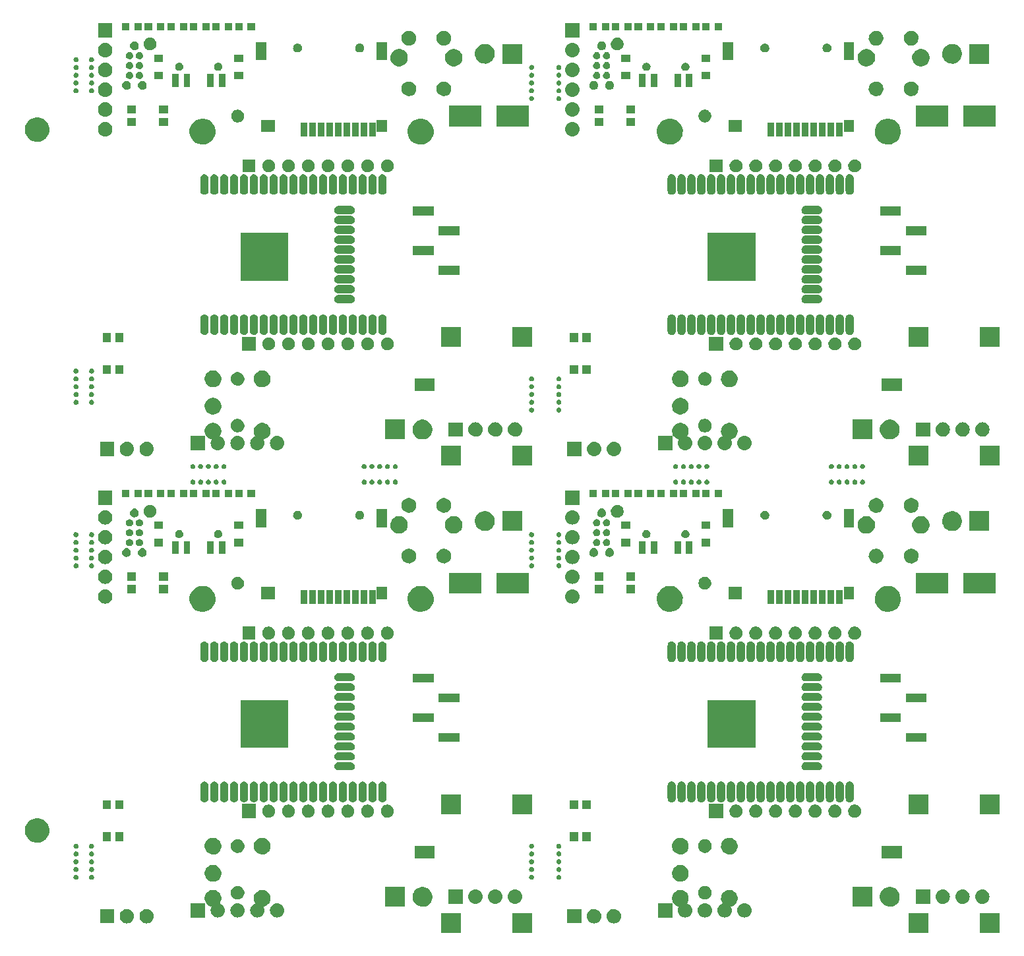
<source format=gts>
G04 #@! TF.FileFunction,Soldermask,Top*
%FSLAX46Y46*%
G04 Gerber Fmt 4.6, Leading zero omitted, Abs format (unit mm)*
G04 Created by KiCad (PCBNEW 4.0.7) date Fri Mar 30 10:44:33 2018*
%MOMM*%
%LPD*%
G01*
G04 APERTURE LIST*
%ADD10C,0.100000*%
G04 APERTURE END LIST*
D10*
G36*
X128590000Y-140000D02*
X126050000Y-140000D01*
X126050000Y2400000D01*
X128590000Y2400000D01*
X128590000Y-140000D01*
X128590000Y-140000D01*
G37*
G36*
X68590000Y-140000D02*
X66050000Y-140000D01*
X66050000Y2400000D01*
X68590000Y2400000D01*
X68590000Y-140000D01*
X68590000Y-140000D01*
G37*
G36*
X59450000Y-140000D02*
X56910000Y-140000D01*
X56910000Y2400000D01*
X59450000Y2400000D01*
X59450000Y-140000D01*
X59450000Y-140000D01*
G37*
G36*
X119450000Y-140000D02*
X116910000Y-140000D01*
X116910000Y2400000D01*
X119450000Y2400000D01*
X119450000Y-140000D01*
X119450000Y-140000D01*
G37*
G36*
X79264942Y2905668D02*
X79264955Y2905664D01*
X79264992Y2905660D01*
X79436514Y2852565D01*
X79594457Y2767166D01*
X79732805Y2652714D01*
X79846288Y2513571D01*
X79930582Y2355036D01*
X79982479Y2183147D01*
X80000000Y2004451D01*
X80000000Y1995549D01*
X79999910Y1982704D01*
X79979896Y1804270D01*
X79925605Y1633122D01*
X79839104Y1475779D01*
X79723690Y1338234D01*
X79583758Y1225726D01*
X79424638Y1142540D01*
X79252391Y1091845D01*
X79252361Y1091842D01*
X79252343Y1091837D01*
X79073579Y1075569D01*
X78895058Y1094332D01*
X78895045Y1094336D01*
X78895008Y1094340D01*
X78723486Y1147435D01*
X78565543Y1232834D01*
X78427195Y1347286D01*
X78313712Y1486429D01*
X78229418Y1644964D01*
X78177521Y1816853D01*
X78160000Y1995549D01*
X78160000Y2004451D01*
X78160090Y2017296D01*
X78180104Y2195730D01*
X78234395Y2366878D01*
X78320896Y2524221D01*
X78436310Y2661766D01*
X78576242Y2774274D01*
X78735362Y2857460D01*
X78907609Y2908155D01*
X78907639Y2908158D01*
X78907657Y2908163D01*
X79086421Y2924431D01*
X79264942Y2905668D01*
X79264942Y2905668D01*
G37*
G36*
X76724942Y2905668D02*
X76724955Y2905664D01*
X76724992Y2905660D01*
X76896514Y2852565D01*
X77054457Y2767166D01*
X77192805Y2652714D01*
X77306288Y2513571D01*
X77390582Y2355036D01*
X77442479Y2183147D01*
X77460000Y2004451D01*
X77460000Y1995549D01*
X77459910Y1982704D01*
X77439896Y1804270D01*
X77385605Y1633122D01*
X77299104Y1475779D01*
X77183690Y1338234D01*
X77043758Y1225726D01*
X76884638Y1142540D01*
X76712391Y1091845D01*
X76712361Y1091842D01*
X76712343Y1091837D01*
X76533579Y1075569D01*
X76355058Y1094332D01*
X76355045Y1094336D01*
X76355008Y1094340D01*
X76183486Y1147435D01*
X76025543Y1232834D01*
X75887195Y1347286D01*
X75773712Y1486429D01*
X75689418Y1644964D01*
X75637521Y1816853D01*
X75620000Y1995549D01*
X75620000Y2004451D01*
X75620090Y2017296D01*
X75640104Y2195730D01*
X75694395Y2366878D01*
X75780896Y2524221D01*
X75896310Y2661766D01*
X76036242Y2774274D01*
X76195362Y2857460D01*
X76367609Y2908155D01*
X76367639Y2908158D01*
X76367657Y2908163D01*
X76546421Y2924431D01*
X76724942Y2905668D01*
X76724942Y2905668D01*
G37*
G36*
X19264942Y2905668D02*
X19264955Y2905664D01*
X19264992Y2905660D01*
X19436514Y2852565D01*
X19594457Y2767166D01*
X19732805Y2652714D01*
X19846288Y2513571D01*
X19930582Y2355036D01*
X19982479Y2183147D01*
X20000000Y2004451D01*
X20000000Y1995549D01*
X19999910Y1982704D01*
X19979896Y1804270D01*
X19925605Y1633122D01*
X19839104Y1475779D01*
X19723690Y1338234D01*
X19583758Y1225726D01*
X19424638Y1142540D01*
X19252391Y1091845D01*
X19252361Y1091842D01*
X19252343Y1091837D01*
X19073579Y1075569D01*
X18895058Y1094332D01*
X18895045Y1094336D01*
X18895008Y1094340D01*
X18723486Y1147435D01*
X18565543Y1232834D01*
X18427195Y1347286D01*
X18313712Y1486429D01*
X18229418Y1644964D01*
X18177521Y1816853D01*
X18160000Y1995549D01*
X18160000Y2004451D01*
X18160090Y2017296D01*
X18180104Y2195730D01*
X18234395Y2366878D01*
X18320896Y2524221D01*
X18436310Y2661766D01*
X18576242Y2774274D01*
X18735362Y2857460D01*
X18907609Y2908155D01*
X18907639Y2908158D01*
X18907657Y2908163D01*
X19086421Y2924431D01*
X19264942Y2905668D01*
X19264942Y2905668D01*
G37*
G36*
X16724942Y2905668D02*
X16724955Y2905664D01*
X16724992Y2905660D01*
X16896514Y2852565D01*
X17054457Y2767166D01*
X17192805Y2652714D01*
X17306288Y2513571D01*
X17390582Y2355036D01*
X17442479Y2183147D01*
X17460000Y2004451D01*
X17460000Y1995549D01*
X17459910Y1982704D01*
X17439896Y1804270D01*
X17385605Y1633122D01*
X17299104Y1475779D01*
X17183690Y1338234D01*
X17043758Y1225726D01*
X16884638Y1142540D01*
X16712391Y1091845D01*
X16712361Y1091842D01*
X16712343Y1091837D01*
X16533579Y1075569D01*
X16355058Y1094332D01*
X16355045Y1094336D01*
X16355008Y1094340D01*
X16183486Y1147435D01*
X16025543Y1232834D01*
X15887195Y1347286D01*
X15773712Y1486429D01*
X15689418Y1644964D01*
X15637521Y1816853D01*
X15620000Y1995549D01*
X15620000Y2004451D01*
X15620090Y2017296D01*
X15640104Y2195730D01*
X15694395Y2366878D01*
X15780896Y2524221D01*
X15896310Y2661766D01*
X16036242Y2774274D01*
X16195362Y2857460D01*
X16367609Y2908155D01*
X16367639Y2908158D01*
X16367657Y2908163D01*
X16546421Y2924431D01*
X16724942Y2905668D01*
X16724942Y2905668D01*
G37*
G36*
X74920000Y1080000D02*
X73080000Y1080000D01*
X73080000Y2920000D01*
X74920000Y2920000D01*
X74920000Y1080000D01*
X74920000Y1080000D01*
G37*
G36*
X14920000Y1080000D02*
X13080000Y1080000D01*
X13080000Y2920000D01*
X14920000Y2920000D01*
X14920000Y1080000D01*
X14920000Y1080000D01*
G37*
G36*
X36014942Y3655668D02*
X36014955Y3655664D01*
X36014992Y3655660D01*
X36186514Y3602565D01*
X36344457Y3517166D01*
X36482805Y3402714D01*
X36596288Y3263571D01*
X36680582Y3105036D01*
X36732479Y2933147D01*
X36750000Y2754451D01*
X36750000Y2745549D01*
X36749910Y2732704D01*
X36729896Y2554270D01*
X36675605Y2383122D01*
X36589104Y2225779D01*
X36473690Y2088234D01*
X36333758Y1975726D01*
X36174638Y1892540D01*
X36002391Y1841845D01*
X36002361Y1841842D01*
X36002343Y1841837D01*
X35823579Y1825569D01*
X35645058Y1844332D01*
X35645045Y1844336D01*
X35645008Y1844340D01*
X35473486Y1897435D01*
X35315543Y1982834D01*
X35177195Y2097286D01*
X35063712Y2236429D01*
X34979418Y2394964D01*
X34927521Y2566853D01*
X34910000Y2745549D01*
X34910000Y2754451D01*
X34910090Y2767296D01*
X34930104Y2945730D01*
X34984395Y3116878D01*
X35070896Y3274221D01*
X35186310Y3411766D01*
X35326242Y3524274D01*
X35485362Y3607460D01*
X35657609Y3658155D01*
X35657639Y3658158D01*
X35657657Y3658163D01*
X35836421Y3674431D01*
X36014942Y3655668D01*
X36014942Y3655668D01*
G37*
G36*
X27712386Y5369289D02*
X27917940Y5327094D01*
X28111380Y5245780D01*
X28285344Y5128440D01*
X28433205Y4979543D01*
X28549328Y4804765D01*
X28629290Y4610763D01*
X28669980Y4405263D01*
X28669980Y4405253D01*
X28670046Y4404919D01*
X28666699Y4165245D01*
X28666623Y4164911D01*
X28666623Y4164900D01*
X28620212Y3960622D01*
X28534863Y3768924D01*
X28483881Y3696652D01*
X28477469Y3684128D01*
X28474800Y3670314D01*
X28476085Y3656303D01*
X28481222Y3643205D01*
X28489806Y3632057D01*
X28501155Y3623741D01*
X28509879Y3620096D01*
X28566514Y3602565D01*
X28724457Y3517166D01*
X28862805Y3402714D01*
X28976288Y3263571D01*
X29060582Y3105036D01*
X29112479Y2933147D01*
X29130000Y2754451D01*
X29130000Y2745549D01*
X29129910Y2732704D01*
X29109896Y2554270D01*
X29055605Y2383122D01*
X28969104Y2225779D01*
X28853690Y2088234D01*
X28713758Y1975726D01*
X28554638Y1892540D01*
X28382391Y1841845D01*
X28382361Y1841842D01*
X28382343Y1841837D01*
X28203579Y1825569D01*
X28025058Y1844332D01*
X28025045Y1844336D01*
X28025008Y1844340D01*
X27853486Y1897435D01*
X27695543Y1982834D01*
X27557195Y2097286D01*
X27443712Y2236429D01*
X27359418Y2394964D01*
X27307521Y2566853D01*
X27290000Y2745549D01*
X27290000Y2754451D01*
X27290090Y2767296D01*
X27310104Y2945730D01*
X27364395Y3116878D01*
X27400959Y3183387D01*
X27405628Y3195736D01*
X27406741Y3209761D01*
X27403902Y3223542D01*
X27397336Y3235985D01*
X27387564Y3246107D01*
X27375359Y3253106D01*
X27367574Y3255497D01*
X27267747Y3277445D01*
X27075463Y3361452D01*
X26903156Y3481209D01*
X26757387Y3632156D01*
X26643719Y3808535D01*
X26566472Y4003638D01*
X26528591Y4210034D01*
X26531522Y4419851D01*
X26575148Y4625099D01*
X26657814Y4817972D01*
X26776365Y4991111D01*
X26926290Y5137930D01*
X27101874Y5252828D01*
X27296433Y5331435D01*
X27502550Y5370754D01*
X27712386Y5369289D01*
X27712386Y5369289D01*
G37*
G36*
X30934942Y3655668D02*
X30934955Y3655664D01*
X30934992Y3655660D01*
X31106514Y3602565D01*
X31264457Y3517166D01*
X31402805Y3402714D01*
X31516288Y3263571D01*
X31600582Y3105036D01*
X31652479Y2933147D01*
X31670000Y2754451D01*
X31670000Y2745549D01*
X31669910Y2732704D01*
X31649896Y2554270D01*
X31595605Y2383122D01*
X31509104Y2225779D01*
X31393690Y2088234D01*
X31253758Y1975726D01*
X31094638Y1892540D01*
X30922391Y1841845D01*
X30922361Y1841842D01*
X30922343Y1841837D01*
X30743579Y1825569D01*
X30565058Y1844332D01*
X30565045Y1844336D01*
X30565008Y1844340D01*
X30393486Y1897435D01*
X30235543Y1982834D01*
X30097195Y2097286D01*
X29983712Y2236429D01*
X29899418Y2394964D01*
X29847521Y2566853D01*
X29830000Y2745549D01*
X29830000Y2754451D01*
X29830090Y2767296D01*
X29850104Y2945730D01*
X29904395Y3116878D01*
X29990896Y3274221D01*
X30106310Y3411766D01*
X30246242Y3524274D01*
X30405362Y3607460D01*
X30577609Y3658155D01*
X30577639Y3658158D01*
X30577657Y3658163D01*
X30756421Y3674431D01*
X30934942Y3655668D01*
X30934942Y3655668D01*
G37*
G36*
X34012386Y5369289D02*
X34217940Y5327094D01*
X34411380Y5245780D01*
X34585344Y5128440D01*
X34733205Y4979543D01*
X34849328Y4804765D01*
X34929290Y4610763D01*
X34969980Y4405263D01*
X34969980Y4405253D01*
X34970046Y4404919D01*
X34966699Y4165245D01*
X34966623Y4164911D01*
X34966623Y4164900D01*
X34920212Y3960622D01*
X34834863Y3768924D01*
X34713907Y3597457D01*
X34561943Y3452745D01*
X34384775Y3340311D01*
X34189136Y3264428D01*
X34134903Y3254865D01*
X34121528Y3250497D01*
X34109901Y3242576D01*
X34100940Y3231729D01*
X34095356Y3218815D01*
X34093591Y3204856D01*
X34095784Y3190959D01*
X34098936Y3183362D01*
X34140582Y3105036D01*
X34192479Y2933147D01*
X34210000Y2754451D01*
X34210000Y2745549D01*
X34209910Y2732704D01*
X34189896Y2554270D01*
X34135605Y2383122D01*
X34049104Y2225779D01*
X33933690Y2088234D01*
X33793758Y1975726D01*
X33634638Y1892540D01*
X33462391Y1841845D01*
X33462361Y1841842D01*
X33462343Y1841837D01*
X33283579Y1825569D01*
X33105058Y1844332D01*
X33105045Y1844336D01*
X33105008Y1844340D01*
X32933486Y1897435D01*
X32775543Y1982834D01*
X32637195Y2097286D01*
X32523712Y2236429D01*
X32439418Y2394964D01*
X32387521Y2566853D01*
X32370000Y2745549D01*
X32370000Y2754451D01*
X32370090Y2767296D01*
X32390104Y2945730D01*
X32444395Y3116878D01*
X32530896Y3274221D01*
X32646310Y3411766D01*
X32786242Y3524274D01*
X32945362Y3607460D01*
X32988836Y3620255D01*
X33001596Y3626067D01*
X33012269Y3635236D01*
X33019964Y3647014D01*
X33024074Y3660470D01*
X33024272Y3674538D01*
X33020543Y3688105D01*
X33016703Y3695286D01*
X32943719Y3808535D01*
X32866472Y4003638D01*
X32828591Y4210034D01*
X32831522Y4419851D01*
X32875148Y4625099D01*
X32957814Y4817972D01*
X33076365Y4991111D01*
X33226290Y5137930D01*
X33401874Y5252828D01*
X33596433Y5331435D01*
X33802550Y5370754D01*
X34012386Y5369289D01*
X34012386Y5369289D01*
G37*
G36*
X94012386Y5369289D02*
X94217940Y5327094D01*
X94411380Y5245780D01*
X94585344Y5128440D01*
X94733205Y4979543D01*
X94849328Y4804765D01*
X94929290Y4610763D01*
X94969980Y4405263D01*
X94969980Y4405253D01*
X94970046Y4404919D01*
X94966699Y4165245D01*
X94966623Y4164911D01*
X94966623Y4164900D01*
X94920212Y3960622D01*
X94834863Y3768924D01*
X94713907Y3597457D01*
X94561943Y3452745D01*
X94384775Y3340311D01*
X94189136Y3264428D01*
X94134903Y3254865D01*
X94121528Y3250497D01*
X94109901Y3242576D01*
X94100940Y3231729D01*
X94095356Y3218815D01*
X94093591Y3204856D01*
X94095784Y3190959D01*
X94098936Y3183362D01*
X94140582Y3105036D01*
X94192479Y2933147D01*
X94210000Y2754451D01*
X94210000Y2745549D01*
X94209910Y2732704D01*
X94189896Y2554270D01*
X94135605Y2383122D01*
X94049104Y2225779D01*
X93933690Y2088234D01*
X93793758Y1975726D01*
X93634638Y1892540D01*
X93462391Y1841845D01*
X93462361Y1841842D01*
X93462343Y1841837D01*
X93283579Y1825569D01*
X93105058Y1844332D01*
X93105045Y1844336D01*
X93105008Y1844340D01*
X92933486Y1897435D01*
X92775543Y1982834D01*
X92637195Y2097286D01*
X92523712Y2236429D01*
X92439418Y2394964D01*
X92387521Y2566853D01*
X92370000Y2745549D01*
X92370000Y2754451D01*
X92370090Y2767296D01*
X92390104Y2945730D01*
X92444395Y3116878D01*
X92530896Y3274221D01*
X92646310Y3411766D01*
X92786242Y3524274D01*
X92945362Y3607460D01*
X92988836Y3620255D01*
X93001596Y3626067D01*
X93012269Y3635236D01*
X93019964Y3647014D01*
X93024074Y3660470D01*
X93024272Y3674538D01*
X93020543Y3688105D01*
X93016703Y3695286D01*
X92943719Y3808535D01*
X92866472Y4003638D01*
X92828591Y4210034D01*
X92831522Y4419851D01*
X92875148Y4625099D01*
X92957814Y4817972D01*
X93076365Y4991111D01*
X93226290Y5137930D01*
X93401874Y5252828D01*
X93596433Y5331435D01*
X93802550Y5370754D01*
X94012386Y5369289D01*
X94012386Y5369289D01*
G37*
G36*
X87712386Y5369289D02*
X87917940Y5327094D01*
X88111380Y5245780D01*
X88285344Y5128440D01*
X88433205Y4979543D01*
X88549328Y4804765D01*
X88629290Y4610763D01*
X88669980Y4405263D01*
X88669980Y4405253D01*
X88670046Y4404919D01*
X88666699Y4165245D01*
X88666623Y4164911D01*
X88666623Y4164900D01*
X88620212Y3960622D01*
X88534863Y3768924D01*
X88483881Y3696652D01*
X88477469Y3684128D01*
X88474800Y3670314D01*
X88476085Y3656303D01*
X88481222Y3643205D01*
X88489806Y3632057D01*
X88501155Y3623741D01*
X88509879Y3620096D01*
X88566514Y3602565D01*
X88724457Y3517166D01*
X88862805Y3402714D01*
X88976288Y3263571D01*
X89060582Y3105036D01*
X89112479Y2933147D01*
X89130000Y2754451D01*
X89130000Y2745549D01*
X89129910Y2732704D01*
X89109896Y2554270D01*
X89055605Y2383122D01*
X88969104Y2225779D01*
X88853690Y2088234D01*
X88713758Y1975726D01*
X88554638Y1892540D01*
X88382391Y1841845D01*
X88382361Y1841842D01*
X88382343Y1841837D01*
X88203579Y1825569D01*
X88025058Y1844332D01*
X88025045Y1844336D01*
X88025008Y1844340D01*
X87853486Y1897435D01*
X87695543Y1982834D01*
X87557195Y2097286D01*
X87443712Y2236429D01*
X87359418Y2394964D01*
X87307521Y2566853D01*
X87290000Y2745549D01*
X87290000Y2754451D01*
X87290090Y2767296D01*
X87310104Y2945730D01*
X87364395Y3116878D01*
X87400959Y3183387D01*
X87405628Y3195736D01*
X87406741Y3209761D01*
X87403902Y3223542D01*
X87397336Y3235985D01*
X87387564Y3246107D01*
X87375359Y3253106D01*
X87367574Y3255497D01*
X87267747Y3277445D01*
X87075463Y3361452D01*
X86903156Y3481209D01*
X86757387Y3632156D01*
X86643719Y3808535D01*
X86566472Y4003638D01*
X86528591Y4210034D01*
X86531522Y4419851D01*
X86575148Y4625099D01*
X86657814Y4817972D01*
X86776365Y4991111D01*
X86926290Y5137930D01*
X87101874Y5252828D01*
X87296433Y5331435D01*
X87502550Y5370754D01*
X87712386Y5369289D01*
X87712386Y5369289D01*
G37*
G36*
X90934942Y3655668D02*
X90934955Y3655664D01*
X90934992Y3655660D01*
X91106514Y3602565D01*
X91264457Y3517166D01*
X91402805Y3402714D01*
X91516288Y3263571D01*
X91600582Y3105036D01*
X91652479Y2933147D01*
X91670000Y2754451D01*
X91670000Y2745549D01*
X91669910Y2732704D01*
X91649896Y2554270D01*
X91595605Y2383122D01*
X91509104Y2225779D01*
X91393690Y2088234D01*
X91253758Y1975726D01*
X91094638Y1892540D01*
X90922391Y1841845D01*
X90922361Y1841842D01*
X90922343Y1841837D01*
X90743579Y1825569D01*
X90565058Y1844332D01*
X90565045Y1844336D01*
X90565008Y1844340D01*
X90393486Y1897435D01*
X90235543Y1982834D01*
X90097195Y2097286D01*
X89983712Y2236429D01*
X89899418Y2394964D01*
X89847521Y2566853D01*
X89830000Y2745549D01*
X89830000Y2754451D01*
X89830090Y2767296D01*
X89850104Y2945730D01*
X89904395Y3116878D01*
X89990896Y3274221D01*
X90106310Y3411766D01*
X90246242Y3524274D01*
X90405362Y3607460D01*
X90577609Y3658155D01*
X90577639Y3658158D01*
X90577657Y3658163D01*
X90756421Y3674431D01*
X90934942Y3655668D01*
X90934942Y3655668D01*
G37*
G36*
X96014942Y3655668D02*
X96014955Y3655664D01*
X96014992Y3655660D01*
X96186514Y3602565D01*
X96344457Y3517166D01*
X96482805Y3402714D01*
X96596288Y3263571D01*
X96680582Y3105036D01*
X96732479Y2933147D01*
X96750000Y2754451D01*
X96750000Y2745549D01*
X96749910Y2732704D01*
X96729896Y2554270D01*
X96675605Y2383122D01*
X96589104Y2225779D01*
X96473690Y2088234D01*
X96333758Y1975726D01*
X96174638Y1892540D01*
X96002391Y1841845D01*
X96002361Y1841842D01*
X96002343Y1841837D01*
X95823579Y1825569D01*
X95645058Y1844332D01*
X95645045Y1844336D01*
X95645008Y1844340D01*
X95473486Y1897435D01*
X95315543Y1982834D01*
X95177195Y2097286D01*
X95063712Y2236429D01*
X94979418Y2394964D01*
X94927521Y2566853D01*
X94910000Y2745549D01*
X94910000Y2754451D01*
X94910090Y2767296D01*
X94930104Y2945730D01*
X94984395Y3116878D01*
X95070896Y3274221D01*
X95186310Y3411766D01*
X95326242Y3524274D01*
X95485362Y3607460D01*
X95657609Y3658155D01*
X95657639Y3658158D01*
X95657657Y3658163D01*
X95836421Y3674431D01*
X96014942Y3655668D01*
X96014942Y3655668D01*
G37*
G36*
X86590000Y1830000D02*
X84750000Y1830000D01*
X84750000Y3670000D01*
X86590000Y3670000D01*
X86590000Y1830000D01*
X86590000Y1830000D01*
G37*
G36*
X26590000Y1830000D02*
X24750000Y1830000D01*
X24750000Y3670000D01*
X26590000Y3670000D01*
X26590000Y1830000D01*
X26590000Y1830000D01*
G37*
G36*
X54633393Y5769156D02*
X54877368Y5719075D01*
X55106965Y5622561D01*
X55313446Y5483289D01*
X55488944Y5306560D01*
X55626772Y5099114D01*
X55721680Y4868849D01*
X55769989Y4624874D01*
X55769989Y4624859D01*
X55770054Y4624530D01*
X55766082Y4340057D01*
X55766006Y4339723D01*
X55766006Y4339711D01*
X55710907Y4097187D01*
X55609604Y3869658D01*
X55466038Y3666140D01*
X55285671Y3494380D01*
X55075387Y3360930D01*
X54843181Y3270862D01*
X54597907Y3227614D01*
X54348902Y3232829D01*
X54105647Y3286313D01*
X53877421Y3386022D01*
X53672901Y3528167D01*
X53499890Y3707326D01*
X53364975Y3916673D01*
X53273289Y4148244D01*
X53228328Y4393218D01*
X53231806Y4642252D01*
X53283587Y4885866D01*
X53381704Y5114789D01*
X53522415Y5320291D01*
X53700363Y5494552D01*
X53908766Y5630927D01*
X54139691Y5724227D01*
X54384336Y5770895D01*
X54633393Y5769156D01*
X54633393Y5769156D01*
G37*
G36*
X114633393Y5769156D02*
X114877368Y5719075D01*
X115106965Y5622561D01*
X115313446Y5483289D01*
X115488944Y5306560D01*
X115626772Y5099114D01*
X115721680Y4868849D01*
X115769989Y4624874D01*
X115769989Y4624859D01*
X115770054Y4624530D01*
X115766082Y4340057D01*
X115766006Y4339723D01*
X115766006Y4339711D01*
X115710907Y4097187D01*
X115609604Y3869658D01*
X115466038Y3666140D01*
X115285671Y3494380D01*
X115075387Y3360930D01*
X114843181Y3270862D01*
X114597907Y3227614D01*
X114348902Y3232829D01*
X114105647Y3286313D01*
X113877421Y3386022D01*
X113672901Y3528167D01*
X113499890Y3707326D01*
X113364975Y3916673D01*
X113273289Y4148244D01*
X113228328Y4393218D01*
X113231806Y4642252D01*
X113283587Y4885866D01*
X113381704Y5114789D01*
X113522415Y5320291D01*
X113700363Y5494552D01*
X113908766Y5630927D01*
X114139691Y5724227D01*
X114384336Y5770895D01*
X114633393Y5769156D01*
X114633393Y5769156D01*
G37*
G36*
X52270000Y3230000D02*
X49730000Y3230000D01*
X49730000Y5770000D01*
X52270000Y5770000D01*
X52270000Y3230000D01*
X52270000Y3230000D01*
G37*
G36*
X112270000Y3230000D02*
X109730000Y3230000D01*
X109730000Y5770000D01*
X112270000Y5770000D01*
X112270000Y3230000D01*
X112270000Y3230000D01*
G37*
G36*
X64014942Y5405668D02*
X64014955Y5405664D01*
X64014992Y5405660D01*
X64186514Y5352565D01*
X64344457Y5267166D01*
X64482805Y5152714D01*
X64596288Y5013571D01*
X64680582Y4855036D01*
X64732479Y4683147D01*
X64750000Y4504451D01*
X64750000Y4495549D01*
X64749910Y4482704D01*
X64729896Y4304270D01*
X64675605Y4133122D01*
X64589104Y3975779D01*
X64473690Y3838234D01*
X64333758Y3725726D01*
X64174638Y3642540D01*
X64002391Y3591845D01*
X64002361Y3591842D01*
X64002343Y3591837D01*
X63823579Y3575569D01*
X63645058Y3594332D01*
X63645045Y3594336D01*
X63645008Y3594340D01*
X63473486Y3647435D01*
X63315543Y3732834D01*
X63177195Y3847286D01*
X63063712Y3986429D01*
X62979418Y4144964D01*
X62927521Y4316853D01*
X62910000Y4495549D01*
X62910000Y4504451D01*
X62910090Y4517296D01*
X62930104Y4695730D01*
X62984395Y4866878D01*
X63070896Y5024221D01*
X63186310Y5161766D01*
X63326242Y5274274D01*
X63485362Y5357460D01*
X63657609Y5408155D01*
X63657639Y5408158D01*
X63657657Y5408163D01*
X63836421Y5424431D01*
X64014942Y5405668D01*
X64014942Y5405668D01*
G37*
G36*
X126554942Y5405668D02*
X126554955Y5405664D01*
X126554992Y5405660D01*
X126726514Y5352565D01*
X126884457Y5267166D01*
X127022805Y5152714D01*
X127136288Y5013571D01*
X127220582Y4855036D01*
X127272479Y4683147D01*
X127290000Y4504451D01*
X127290000Y4495549D01*
X127289910Y4482704D01*
X127269896Y4304270D01*
X127215605Y4133122D01*
X127129104Y3975779D01*
X127013690Y3838234D01*
X126873758Y3725726D01*
X126714638Y3642540D01*
X126542391Y3591845D01*
X126542361Y3591842D01*
X126542343Y3591837D01*
X126363579Y3575569D01*
X126185058Y3594332D01*
X126185045Y3594336D01*
X126185008Y3594340D01*
X126013486Y3647435D01*
X125855543Y3732834D01*
X125717195Y3847286D01*
X125603712Y3986429D01*
X125519418Y4144964D01*
X125467521Y4316853D01*
X125450000Y4495549D01*
X125450000Y4504451D01*
X125450090Y4517296D01*
X125470104Y4695730D01*
X125524395Y4866878D01*
X125610896Y5024221D01*
X125726310Y5161766D01*
X125866242Y5274274D01*
X126025362Y5357460D01*
X126197609Y5408155D01*
X126197639Y5408158D01*
X126197657Y5408163D01*
X126376421Y5424431D01*
X126554942Y5405668D01*
X126554942Y5405668D01*
G37*
G36*
X61474942Y5405668D02*
X61474955Y5405664D01*
X61474992Y5405660D01*
X61646514Y5352565D01*
X61804457Y5267166D01*
X61942805Y5152714D01*
X62056288Y5013571D01*
X62140582Y4855036D01*
X62192479Y4683147D01*
X62210000Y4504451D01*
X62210000Y4495549D01*
X62209910Y4482704D01*
X62189896Y4304270D01*
X62135605Y4133122D01*
X62049104Y3975779D01*
X61933690Y3838234D01*
X61793758Y3725726D01*
X61634638Y3642540D01*
X61462391Y3591845D01*
X61462361Y3591842D01*
X61462343Y3591837D01*
X61283579Y3575569D01*
X61105058Y3594332D01*
X61105045Y3594336D01*
X61105008Y3594340D01*
X60933486Y3647435D01*
X60775543Y3732834D01*
X60637195Y3847286D01*
X60523712Y3986429D01*
X60439418Y4144964D01*
X60387521Y4316853D01*
X60370000Y4495549D01*
X60370000Y4504451D01*
X60370090Y4517296D01*
X60390104Y4695730D01*
X60444395Y4866878D01*
X60530896Y5024221D01*
X60646310Y5161766D01*
X60786242Y5274274D01*
X60945362Y5357460D01*
X61117609Y5408155D01*
X61117639Y5408158D01*
X61117657Y5408163D01*
X61296421Y5424431D01*
X61474942Y5405668D01*
X61474942Y5405668D01*
G37*
G36*
X124014942Y5405668D02*
X124014955Y5405664D01*
X124014992Y5405660D01*
X124186514Y5352565D01*
X124344457Y5267166D01*
X124482805Y5152714D01*
X124596288Y5013571D01*
X124680582Y4855036D01*
X124732479Y4683147D01*
X124750000Y4504451D01*
X124750000Y4495549D01*
X124749910Y4482704D01*
X124729896Y4304270D01*
X124675605Y4133122D01*
X124589104Y3975779D01*
X124473690Y3838234D01*
X124333758Y3725726D01*
X124174638Y3642540D01*
X124002391Y3591845D01*
X124002361Y3591842D01*
X124002343Y3591837D01*
X123823579Y3575569D01*
X123645058Y3594332D01*
X123645045Y3594336D01*
X123645008Y3594340D01*
X123473486Y3647435D01*
X123315543Y3732834D01*
X123177195Y3847286D01*
X123063712Y3986429D01*
X122979418Y4144964D01*
X122927521Y4316853D01*
X122910000Y4495549D01*
X122910000Y4504451D01*
X122910090Y4517296D01*
X122930104Y4695730D01*
X122984395Y4866878D01*
X123070896Y5024221D01*
X123186310Y5161766D01*
X123326242Y5274274D01*
X123485362Y5357460D01*
X123657609Y5408155D01*
X123657639Y5408158D01*
X123657657Y5408163D01*
X123836421Y5424431D01*
X124014942Y5405668D01*
X124014942Y5405668D01*
G37*
G36*
X121474942Y5405668D02*
X121474955Y5405664D01*
X121474992Y5405660D01*
X121646514Y5352565D01*
X121804457Y5267166D01*
X121942805Y5152714D01*
X122056288Y5013571D01*
X122140582Y4855036D01*
X122192479Y4683147D01*
X122210000Y4504451D01*
X122210000Y4495549D01*
X122209910Y4482704D01*
X122189896Y4304270D01*
X122135605Y4133122D01*
X122049104Y3975779D01*
X121933690Y3838234D01*
X121793758Y3725726D01*
X121634638Y3642540D01*
X121462391Y3591845D01*
X121462361Y3591842D01*
X121462343Y3591837D01*
X121283579Y3575569D01*
X121105058Y3594332D01*
X121105045Y3594336D01*
X121105008Y3594340D01*
X120933486Y3647435D01*
X120775543Y3732834D01*
X120637195Y3847286D01*
X120523712Y3986429D01*
X120439418Y4144964D01*
X120387521Y4316853D01*
X120370000Y4495549D01*
X120370000Y4504451D01*
X120370090Y4517296D01*
X120390104Y4695730D01*
X120444395Y4866878D01*
X120530896Y5024221D01*
X120646310Y5161766D01*
X120786242Y5274274D01*
X120945362Y5357460D01*
X121117609Y5408155D01*
X121117639Y5408158D01*
X121117657Y5408163D01*
X121296421Y5424431D01*
X121474942Y5405668D01*
X121474942Y5405668D01*
G37*
G36*
X66554942Y5405668D02*
X66554955Y5405664D01*
X66554992Y5405660D01*
X66726514Y5352565D01*
X66884457Y5267166D01*
X67022805Y5152714D01*
X67136288Y5013571D01*
X67220582Y4855036D01*
X67272479Y4683147D01*
X67290000Y4504451D01*
X67290000Y4495549D01*
X67289910Y4482704D01*
X67269896Y4304270D01*
X67215605Y4133122D01*
X67129104Y3975779D01*
X67013690Y3838234D01*
X66873758Y3725726D01*
X66714638Y3642540D01*
X66542391Y3591845D01*
X66542361Y3591842D01*
X66542343Y3591837D01*
X66363579Y3575569D01*
X66185058Y3594332D01*
X66185045Y3594336D01*
X66185008Y3594340D01*
X66013486Y3647435D01*
X65855543Y3732834D01*
X65717195Y3847286D01*
X65603712Y3986429D01*
X65519418Y4144964D01*
X65467521Y4316853D01*
X65450000Y4495549D01*
X65450000Y4504451D01*
X65450090Y4517296D01*
X65470104Y4695730D01*
X65524395Y4866878D01*
X65610896Y5024221D01*
X65726310Y5161766D01*
X65866242Y5274274D01*
X66025362Y5357460D01*
X66197609Y5408155D01*
X66197639Y5408158D01*
X66197657Y5408163D01*
X66376421Y5424431D01*
X66554942Y5405668D01*
X66554942Y5405668D01*
G37*
G36*
X59670000Y3580000D02*
X57830000Y3580000D01*
X57830000Y5420000D01*
X59670000Y5420000D01*
X59670000Y3580000D01*
X59670000Y3580000D01*
G37*
G36*
X119670000Y3580000D02*
X117830000Y3580000D01*
X117830000Y5420000D01*
X119670000Y5420000D01*
X119670000Y3580000D01*
X119670000Y3580000D01*
G37*
G36*
X30841379Y5869422D02*
X31008513Y5835114D01*
X31165794Y5768999D01*
X31307242Y5673592D01*
X31427466Y5552525D01*
X31521884Y5410416D01*
X31586899Y5252677D01*
X31619971Y5085652D01*
X31619971Y5085647D01*
X31620038Y5085308D01*
X31617317Y4890432D01*
X31617239Y4890089D01*
X31617239Y4890087D01*
X31579519Y4724058D01*
X31510122Y4568191D01*
X31411775Y4428774D01*
X31288215Y4311110D01*
X31144163Y4219692D01*
X30985092Y4157991D01*
X30817071Y4128366D01*
X30646492Y4131938D01*
X30479850Y4168577D01*
X30323508Y4236881D01*
X30183407Y4334254D01*
X30064885Y4456987D01*
X29972463Y4600397D01*
X29909655Y4759033D01*
X29878854Y4926851D01*
X29881237Y5097449D01*
X29916709Y5264333D01*
X29983923Y5421155D01*
X30080315Y5561932D01*
X30202217Y5681308D01*
X30344982Y5774730D01*
X30503174Y5838644D01*
X30670765Y5870613D01*
X30841379Y5869422D01*
X30841379Y5869422D01*
G37*
G36*
X90841379Y5869422D02*
X91008513Y5835114D01*
X91165794Y5768999D01*
X91307242Y5673592D01*
X91427466Y5552525D01*
X91521884Y5410416D01*
X91586899Y5252677D01*
X91619971Y5085652D01*
X91619971Y5085647D01*
X91620038Y5085308D01*
X91617317Y4890432D01*
X91617239Y4890089D01*
X91617239Y4890087D01*
X91579519Y4724058D01*
X91510122Y4568191D01*
X91411775Y4428774D01*
X91288215Y4311110D01*
X91144163Y4219692D01*
X90985092Y4157991D01*
X90817071Y4128366D01*
X90646492Y4131938D01*
X90479850Y4168577D01*
X90323508Y4236881D01*
X90183407Y4334254D01*
X90064885Y4456987D01*
X89972463Y4600397D01*
X89909655Y4759033D01*
X89878854Y4926851D01*
X89881237Y5097449D01*
X89916709Y5264333D01*
X89983923Y5421155D01*
X90080315Y5561932D01*
X90202217Y5681308D01*
X90344982Y5774730D01*
X90503174Y5838644D01*
X90670765Y5870613D01*
X90841379Y5869422D01*
X90841379Y5869422D01*
G37*
G36*
X27712386Y8569289D02*
X27917940Y8527094D01*
X28111380Y8445780D01*
X28285344Y8328440D01*
X28433205Y8179543D01*
X28549328Y8004765D01*
X28629290Y7810763D01*
X28669980Y7605263D01*
X28669980Y7605253D01*
X28670046Y7604919D01*
X28666699Y7365245D01*
X28666623Y7364911D01*
X28666623Y7364900D01*
X28620212Y7160622D01*
X28534863Y6968924D01*
X28413907Y6797457D01*
X28261943Y6652745D01*
X28084775Y6540311D01*
X27889137Y6464428D01*
X27682488Y6427990D01*
X27472697Y6432384D01*
X27267747Y6477445D01*
X27075463Y6561452D01*
X26903156Y6681209D01*
X26757387Y6832156D01*
X26643719Y7008535D01*
X26566472Y7203638D01*
X26528591Y7410034D01*
X26531522Y7619851D01*
X26575148Y7825099D01*
X26657814Y8017972D01*
X26776365Y8191111D01*
X26926290Y8337930D01*
X27101874Y8452828D01*
X27296433Y8531435D01*
X27502550Y8570754D01*
X27712386Y8569289D01*
X27712386Y8569289D01*
G37*
G36*
X87712386Y8569289D02*
X87917940Y8527094D01*
X88111380Y8445780D01*
X88285344Y8328440D01*
X88433205Y8179543D01*
X88549328Y8004765D01*
X88629290Y7810763D01*
X88669980Y7605263D01*
X88669980Y7605253D01*
X88670046Y7604919D01*
X88666699Y7365245D01*
X88666623Y7364911D01*
X88666623Y7364900D01*
X88620212Y7160622D01*
X88534863Y6968924D01*
X88413907Y6797457D01*
X88261943Y6652745D01*
X88084775Y6540311D01*
X87889137Y6464428D01*
X87682488Y6427990D01*
X87472697Y6432384D01*
X87267747Y6477445D01*
X87075463Y6561452D01*
X86903156Y6681209D01*
X86757387Y6832156D01*
X86643719Y7008535D01*
X86566472Y7203638D01*
X86528591Y7410034D01*
X86531522Y7619851D01*
X86575148Y7825099D01*
X86657814Y8017972D01*
X86776365Y8191111D01*
X86926290Y8337930D01*
X87101874Y8452828D01*
X87296433Y8531435D01*
X87502550Y8570754D01*
X87712386Y8569289D01*
X87712386Y8569289D01*
G37*
G36*
X72033611Y7319788D02*
X72095086Y7307169D01*
X72152935Y7282852D01*
X72204966Y7247757D01*
X72249185Y7203228D01*
X72283911Y7150960D01*
X72307826Y7092940D01*
X72319948Y7031722D01*
X72319948Y7031707D01*
X72320013Y7031378D01*
X72319012Y6959699D01*
X72318936Y6959365D01*
X72318936Y6959357D01*
X72305110Y6898500D01*
X72279587Y6841174D01*
X72243410Y6789891D01*
X72197969Y6746617D01*
X72144977Y6712988D01*
X72086471Y6690294D01*
X72024671Y6679398D01*
X71961930Y6680711D01*
X71900632Y6694189D01*
X71843129Y6719311D01*
X71791598Y6755127D01*
X71748002Y6800272D01*
X71714009Y6853018D01*
X71690907Y6911367D01*
X71679577Y6973096D01*
X71680454Y7035845D01*
X71693500Y7097224D01*
X71718224Y7154908D01*
X71753678Y7206688D01*
X71798517Y7250598D01*
X71851027Y7284960D01*
X71909213Y7308468D01*
X71970854Y7320227D01*
X72033611Y7319788D01*
X72033611Y7319788D01*
G37*
G36*
X10033611Y7319788D02*
X10095086Y7307169D01*
X10152935Y7282852D01*
X10204966Y7247757D01*
X10249185Y7203228D01*
X10283911Y7150960D01*
X10307826Y7092940D01*
X10319948Y7031722D01*
X10319948Y7031707D01*
X10320013Y7031378D01*
X10319012Y6959699D01*
X10318936Y6959365D01*
X10318936Y6959357D01*
X10305110Y6898500D01*
X10279587Y6841174D01*
X10243410Y6789891D01*
X10197969Y6746617D01*
X10144977Y6712988D01*
X10086471Y6690294D01*
X10024671Y6679398D01*
X9961930Y6680711D01*
X9900632Y6694189D01*
X9843129Y6719311D01*
X9791598Y6755127D01*
X9748002Y6800272D01*
X9714009Y6853018D01*
X9690907Y6911367D01*
X9679577Y6973096D01*
X9680454Y7035845D01*
X9693500Y7097224D01*
X9718224Y7154908D01*
X9753678Y7206688D01*
X9798517Y7250598D01*
X9851027Y7284960D01*
X9909213Y7308468D01*
X9970854Y7320227D01*
X10033611Y7319788D01*
X10033611Y7319788D01*
G37*
G36*
X12033611Y7319788D02*
X12095086Y7307169D01*
X12152935Y7282852D01*
X12204966Y7247757D01*
X12249185Y7203228D01*
X12283911Y7150960D01*
X12307826Y7092940D01*
X12319948Y7031722D01*
X12319948Y7031707D01*
X12320013Y7031378D01*
X12319012Y6959699D01*
X12318936Y6959365D01*
X12318936Y6959357D01*
X12305110Y6898500D01*
X12279587Y6841174D01*
X12243410Y6789891D01*
X12197969Y6746617D01*
X12144977Y6712988D01*
X12086471Y6690294D01*
X12024671Y6679398D01*
X11961930Y6680711D01*
X11900632Y6694189D01*
X11843129Y6719311D01*
X11791598Y6755127D01*
X11748002Y6800272D01*
X11714009Y6853018D01*
X11690907Y6911367D01*
X11679577Y6973096D01*
X11680454Y7035845D01*
X11693500Y7097224D01*
X11718224Y7154908D01*
X11753678Y7206688D01*
X11798517Y7250598D01*
X11851027Y7284960D01*
X11909213Y7308468D01*
X11970854Y7320227D01*
X12033611Y7319788D01*
X12033611Y7319788D01*
G37*
G36*
X68533611Y7319788D02*
X68595086Y7307169D01*
X68652935Y7282852D01*
X68704966Y7247757D01*
X68749185Y7203228D01*
X68783911Y7150960D01*
X68807826Y7092940D01*
X68819948Y7031722D01*
X68819948Y7031707D01*
X68820013Y7031378D01*
X68819012Y6959699D01*
X68818936Y6959365D01*
X68818936Y6959357D01*
X68805110Y6898500D01*
X68779587Y6841174D01*
X68743410Y6789891D01*
X68697969Y6746617D01*
X68644977Y6712988D01*
X68586471Y6690294D01*
X68524671Y6679398D01*
X68461930Y6680711D01*
X68400632Y6694189D01*
X68343129Y6719311D01*
X68291598Y6755127D01*
X68248002Y6800272D01*
X68214009Y6853018D01*
X68190907Y6911367D01*
X68179577Y6973096D01*
X68180454Y7035845D01*
X68193500Y7097224D01*
X68218224Y7154908D01*
X68253678Y7206688D01*
X68298517Y7250598D01*
X68351027Y7284960D01*
X68409213Y7308468D01*
X68470854Y7320227D01*
X68533611Y7319788D01*
X68533611Y7319788D01*
G37*
G36*
X68533611Y8319788D02*
X68595086Y8307169D01*
X68652935Y8282852D01*
X68704966Y8247757D01*
X68749185Y8203228D01*
X68783911Y8150960D01*
X68807826Y8092940D01*
X68819948Y8031722D01*
X68819948Y8031707D01*
X68820013Y8031378D01*
X68819012Y7959699D01*
X68818936Y7959365D01*
X68818936Y7959357D01*
X68805110Y7898500D01*
X68779587Y7841174D01*
X68743410Y7789891D01*
X68697969Y7746617D01*
X68644977Y7712988D01*
X68586471Y7690294D01*
X68524671Y7679398D01*
X68461930Y7680711D01*
X68400632Y7694189D01*
X68343129Y7719311D01*
X68291598Y7755127D01*
X68248002Y7800272D01*
X68214009Y7853018D01*
X68190907Y7911367D01*
X68179577Y7973096D01*
X68180454Y8035845D01*
X68193500Y8097224D01*
X68218224Y8154908D01*
X68253678Y8206688D01*
X68298517Y8250598D01*
X68351027Y8284960D01*
X68409213Y8308468D01*
X68470854Y8320227D01*
X68533611Y8319788D01*
X68533611Y8319788D01*
G37*
G36*
X72033611Y8319788D02*
X72095086Y8307169D01*
X72152935Y8282852D01*
X72204966Y8247757D01*
X72249185Y8203228D01*
X72283911Y8150960D01*
X72307826Y8092940D01*
X72319948Y8031722D01*
X72319948Y8031707D01*
X72320013Y8031378D01*
X72319012Y7959699D01*
X72318936Y7959365D01*
X72318936Y7959357D01*
X72305110Y7898500D01*
X72279587Y7841174D01*
X72243410Y7789891D01*
X72197969Y7746617D01*
X72144977Y7712988D01*
X72086471Y7690294D01*
X72024671Y7679398D01*
X71961930Y7680711D01*
X71900632Y7694189D01*
X71843129Y7719311D01*
X71791598Y7755127D01*
X71748002Y7800272D01*
X71714009Y7853018D01*
X71690907Y7911367D01*
X71679577Y7973096D01*
X71680454Y8035845D01*
X71693500Y8097224D01*
X71718224Y8154908D01*
X71753678Y8206688D01*
X71798517Y8250598D01*
X71851027Y8284960D01*
X71909213Y8308468D01*
X71970854Y8320227D01*
X72033611Y8319788D01*
X72033611Y8319788D01*
G37*
G36*
X12033611Y8319788D02*
X12095086Y8307169D01*
X12152935Y8282852D01*
X12204966Y8247757D01*
X12249185Y8203228D01*
X12283911Y8150960D01*
X12307826Y8092940D01*
X12319948Y8031722D01*
X12319948Y8031707D01*
X12320013Y8031378D01*
X12319012Y7959699D01*
X12318936Y7959365D01*
X12318936Y7959357D01*
X12305110Y7898500D01*
X12279587Y7841174D01*
X12243410Y7789891D01*
X12197969Y7746617D01*
X12144977Y7712988D01*
X12086471Y7690294D01*
X12024671Y7679398D01*
X11961930Y7680711D01*
X11900632Y7694189D01*
X11843129Y7719311D01*
X11791598Y7755127D01*
X11748002Y7800272D01*
X11714009Y7853018D01*
X11690907Y7911367D01*
X11679577Y7973096D01*
X11680454Y8035845D01*
X11693500Y8097224D01*
X11718224Y8154908D01*
X11753678Y8206688D01*
X11798517Y8250598D01*
X11851027Y8284960D01*
X11909213Y8308468D01*
X11970854Y8320227D01*
X12033611Y8319788D01*
X12033611Y8319788D01*
G37*
G36*
X10033611Y8319788D02*
X10095086Y8307169D01*
X10152935Y8282852D01*
X10204966Y8247757D01*
X10249185Y8203228D01*
X10283911Y8150960D01*
X10307826Y8092940D01*
X10319948Y8031722D01*
X10319948Y8031707D01*
X10320013Y8031378D01*
X10319012Y7959699D01*
X10318936Y7959365D01*
X10318936Y7959357D01*
X10305110Y7898500D01*
X10279587Y7841174D01*
X10243410Y7789891D01*
X10197969Y7746617D01*
X10144977Y7712988D01*
X10086471Y7690294D01*
X10024671Y7679398D01*
X9961930Y7680711D01*
X9900632Y7694189D01*
X9843129Y7719311D01*
X9791598Y7755127D01*
X9748002Y7800272D01*
X9714009Y7853018D01*
X9690907Y7911367D01*
X9679577Y7973096D01*
X9680454Y8035845D01*
X9693500Y8097224D01*
X9718224Y8154908D01*
X9753678Y8206688D01*
X9798517Y8250598D01*
X9851027Y8284960D01*
X9909213Y8308468D01*
X9970854Y8320227D01*
X10033611Y8319788D01*
X10033611Y8319788D01*
G37*
G36*
X10033611Y9319788D02*
X10095086Y9307169D01*
X10152935Y9282852D01*
X10204966Y9247757D01*
X10249185Y9203228D01*
X10283911Y9150960D01*
X10307826Y9092940D01*
X10319948Y9031722D01*
X10319948Y9031707D01*
X10320013Y9031378D01*
X10319012Y8959699D01*
X10318936Y8959365D01*
X10318936Y8959357D01*
X10305110Y8898500D01*
X10279587Y8841174D01*
X10243410Y8789891D01*
X10197969Y8746617D01*
X10144977Y8712988D01*
X10086471Y8690294D01*
X10024671Y8679398D01*
X9961930Y8680711D01*
X9900632Y8694189D01*
X9843129Y8719311D01*
X9791598Y8755127D01*
X9748002Y8800272D01*
X9714009Y8853018D01*
X9690907Y8911367D01*
X9679577Y8973096D01*
X9680454Y9035845D01*
X9693500Y9097224D01*
X9718224Y9154908D01*
X9753678Y9206688D01*
X9798517Y9250598D01*
X9851027Y9284960D01*
X9909213Y9308468D01*
X9970854Y9320227D01*
X10033611Y9319788D01*
X10033611Y9319788D01*
G37*
G36*
X12033611Y9319788D02*
X12095086Y9307169D01*
X12152935Y9282852D01*
X12204966Y9247757D01*
X12249185Y9203228D01*
X12283911Y9150960D01*
X12307826Y9092940D01*
X12319948Y9031722D01*
X12319948Y9031707D01*
X12320013Y9031378D01*
X12319012Y8959699D01*
X12318936Y8959365D01*
X12318936Y8959357D01*
X12305110Y8898500D01*
X12279587Y8841174D01*
X12243410Y8789891D01*
X12197969Y8746617D01*
X12144977Y8712988D01*
X12086471Y8690294D01*
X12024671Y8679398D01*
X11961930Y8680711D01*
X11900632Y8694189D01*
X11843129Y8719311D01*
X11791598Y8755127D01*
X11748002Y8800272D01*
X11714009Y8853018D01*
X11690907Y8911367D01*
X11679577Y8973096D01*
X11680454Y9035845D01*
X11693500Y9097224D01*
X11718224Y9154908D01*
X11753678Y9206688D01*
X11798517Y9250598D01*
X11851027Y9284960D01*
X11909213Y9308468D01*
X11970854Y9320227D01*
X12033611Y9319788D01*
X12033611Y9319788D01*
G37*
G36*
X68533611Y9319788D02*
X68595086Y9307169D01*
X68652935Y9282852D01*
X68704966Y9247757D01*
X68749185Y9203228D01*
X68783911Y9150960D01*
X68807826Y9092940D01*
X68819948Y9031722D01*
X68819948Y9031707D01*
X68820013Y9031378D01*
X68819012Y8959699D01*
X68818936Y8959365D01*
X68818936Y8959357D01*
X68805110Y8898500D01*
X68779587Y8841174D01*
X68743410Y8789891D01*
X68697969Y8746617D01*
X68644977Y8712988D01*
X68586471Y8690294D01*
X68524671Y8679398D01*
X68461930Y8680711D01*
X68400632Y8694189D01*
X68343129Y8719311D01*
X68291598Y8755127D01*
X68248002Y8800272D01*
X68214009Y8853018D01*
X68190907Y8911367D01*
X68179577Y8973096D01*
X68180454Y9035845D01*
X68193500Y9097224D01*
X68218224Y9154908D01*
X68253678Y9206688D01*
X68298517Y9250598D01*
X68351027Y9284960D01*
X68409213Y9308468D01*
X68470854Y9320227D01*
X68533611Y9319788D01*
X68533611Y9319788D01*
G37*
G36*
X72033611Y9319788D02*
X72095086Y9307169D01*
X72152935Y9282852D01*
X72204966Y9247757D01*
X72249185Y9203228D01*
X72283911Y9150960D01*
X72307826Y9092940D01*
X72319948Y9031722D01*
X72319948Y9031707D01*
X72320013Y9031378D01*
X72319012Y8959699D01*
X72318936Y8959365D01*
X72318936Y8959357D01*
X72305110Y8898500D01*
X72279587Y8841174D01*
X72243410Y8789891D01*
X72197969Y8746617D01*
X72144977Y8712988D01*
X72086471Y8690294D01*
X72024671Y8679398D01*
X71961930Y8680711D01*
X71900632Y8694189D01*
X71843129Y8719311D01*
X71791598Y8755127D01*
X71748002Y8800272D01*
X71714009Y8853018D01*
X71690907Y8911367D01*
X71679577Y8973096D01*
X71680454Y9035845D01*
X71693500Y9097224D01*
X71718224Y9154908D01*
X71753678Y9206688D01*
X71798517Y9250598D01*
X71851027Y9284960D01*
X71909213Y9308468D01*
X71970854Y9320227D01*
X72033611Y9319788D01*
X72033611Y9319788D01*
G37*
G36*
X116027600Y9455000D02*
X113472400Y9455000D01*
X113472400Y11045000D01*
X116027600Y11045000D01*
X116027600Y9455000D01*
X116027600Y9455000D01*
G37*
G36*
X56027600Y9455000D02*
X53472400Y9455000D01*
X53472400Y11045000D01*
X56027600Y11045000D01*
X56027600Y9455000D01*
X56027600Y9455000D01*
G37*
G36*
X10033611Y10319788D02*
X10095086Y10307169D01*
X10152935Y10282852D01*
X10204966Y10247757D01*
X10249185Y10203228D01*
X10283911Y10150960D01*
X10307826Y10092940D01*
X10319948Y10031722D01*
X10319948Y10031707D01*
X10320013Y10031378D01*
X10319012Y9959699D01*
X10318936Y9959365D01*
X10318936Y9959357D01*
X10305110Y9898500D01*
X10279587Y9841174D01*
X10243410Y9789891D01*
X10197969Y9746617D01*
X10144977Y9712988D01*
X10086471Y9690294D01*
X10024671Y9679398D01*
X9961930Y9680711D01*
X9900632Y9694189D01*
X9843129Y9719311D01*
X9791598Y9755127D01*
X9748002Y9800272D01*
X9714009Y9853018D01*
X9690907Y9911367D01*
X9679577Y9973096D01*
X9680454Y10035845D01*
X9693500Y10097224D01*
X9718224Y10154908D01*
X9753678Y10206688D01*
X9798517Y10250598D01*
X9851027Y10284960D01*
X9909213Y10308468D01*
X9970854Y10320227D01*
X10033611Y10319788D01*
X10033611Y10319788D01*
G37*
G36*
X12033611Y10319788D02*
X12095086Y10307169D01*
X12152935Y10282852D01*
X12204966Y10247757D01*
X12249185Y10203228D01*
X12283911Y10150960D01*
X12307826Y10092940D01*
X12319948Y10031722D01*
X12319948Y10031707D01*
X12320013Y10031378D01*
X12319012Y9959699D01*
X12318936Y9959365D01*
X12318936Y9959357D01*
X12305110Y9898500D01*
X12279587Y9841174D01*
X12243410Y9789891D01*
X12197969Y9746617D01*
X12144977Y9712988D01*
X12086471Y9690294D01*
X12024671Y9679398D01*
X11961930Y9680711D01*
X11900632Y9694189D01*
X11843129Y9719311D01*
X11791598Y9755127D01*
X11748002Y9800272D01*
X11714009Y9853018D01*
X11690907Y9911367D01*
X11679577Y9973096D01*
X11680454Y10035845D01*
X11693500Y10097224D01*
X11718224Y10154908D01*
X11753678Y10206688D01*
X11798517Y10250598D01*
X11851027Y10284960D01*
X11909213Y10308468D01*
X11970854Y10320227D01*
X12033611Y10319788D01*
X12033611Y10319788D01*
G37*
G36*
X68533611Y10319788D02*
X68595086Y10307169D01*
X68652935Y10282852D01*
X68704966Y10247757D01*
X68749185Y10203228D01*
X68783911Y10150960D01*
X68807826Y10092940D01*
X68819948Y10031722D01*
X68819948Y10031707D01*
X68820013Y10031378D01*
X68819012Y9959699D01*
X68818936Y9959365D01*
X68818936Y9959357D01*
X68805110Y9898500D01*
X68779587Y9841174D01*
X68743410Y9789891D01*
X68697969Y9746617D01*
X68644977Y9712988D01*
X68586471Y9690294D01*
X68524671Y9679398D01*
X68461930Y9680711D01*
X68400632Y9694189D01*
X68343129Y9719311D01*
X68291598Y9755127D01*
X68248002Y9800272D01*
X68214009Y9853018D01*
X68190907Y9911367D01*
X68179577Y9973096D01*
X68180454Y10035845D01*
X68193500Y10097224D01*
X68218224Y10154908D01*
X68253678Y10206688D01*
X68298517Y10250598D01*
X68351027Y10284960D01*
X68409213Y10308468D01*
X68470854Y10320227D01*
X68533611Y10319788D01*
X68533611Y10319788D01*
G37*
G36*
X72033611Y10319788D02*
X72095086Y10307169D01*
X72152935Y10282852D01*
X72204966Y10247757D01*
X72249185Y10203228D01*
X72283911Y10150960D01*
X72307826Y10092940D01*
X72319948Y10031722D01*
X72319948Y10031707D01*
X72320013Y10031378D01*
X72319012Y9959699D01*
X72318936Y9959365D01*
X72318936Y9959357D01*
X72305110Y9898500D01*
X72279587Y9841174D01*
X72243410Y9789891D01*
X72197969Y9746617D01*
X72144977Y9712988D01*
X72086471Y9690294D01*
X72024671Y9679398D01*
X71961930Y9680711D01*
X71900632Y9694189D01*
X71843129Y9719311D01*
X71791598Y9755127D01*
X71748002Y9800272D01*
X71714009Y9853018D01*
X71690907Y9911367D01*
X71679577Y9973096D01*
X71680454Y10035845D01*
X71693500Y10097224D01*
X71718224Y10154908D01*
X71753678Y10206688D01*
X71798517Y10250598D01*
X71851027Y10284960D01*
X71909213Y10308468D01*
X71970854Y10320227D01*
X72033611Y10319788D01*
X72033611Y10319788D01*
G37*
G36*
X94012386Y12069289D02*
X94217940Y12027094D01*
X94411380Y11945780D01*
X94585344Y11828440D01*
X94733205Y11679543D01*
X94849328Y11504765D01*
X94929290Y11310763D01*
X94969980Y11105263D01*
X94969980Y11105253D01*
X94970046Y11104919D01*
X94966699Y10865245D01*
X94966623Y10864911D01*
X94966623Y10864900D01*
X94920212Y10660622D01*
X94834863Y10468924D01*
X94713907Y10297457D01*
X94561943Y10152745D01*
X94384775Y10040311D01*
X94189137Y9964428D01*
X93982488Y9927990D01*
X93772697Y9932384D01*
X93567747Y9977445D01*
X93375463Y10061452D01*
X93203156Y10181209D01*
X93057387Y10332156D01*
X92943719Y10508535D01*
X92866472Y10703638D01*
X92828591Y10910034D01*
X92831522Y11119851D01*
X92875148Y11325099D01*
X92957814Y11517972D01*
X93076365Y11691111D01*
X93226290Y11837930D01*
X93401874Y11952828D01*
X93596433Y12031435D01*
X93802550Y12070754D01*
X94012386Y12069289D01*
X94012386Y12069289D01*
G37*
G36*
X87712386Y12069289D02*
X87917940Y12027094D01*
X88111380Y11945780D01*
X88285344Y11828440D01*
X88433205Y11679543D01*
X88549328Y11504765D01*
X88629290Y11310763D01*
X88669980Y11105263D01*
X88669980Y11105253D01*
X88670046Y11104919D01*
X88666699Y10865245D01*
X88666623Y10864911D01*
X88666623Y10864900D01*
X88620212Y10660622D01*
X88534863Y10468924D01*
X88413907Y10297457D01*
X88261943Y10152745D01*
X88084775Y10040311D01*
X87889137Y9964428D01*
X87682488Y9927990D01*
X87472697Y9932384D01*
X87267747Y9977445D01*
X87075463Y10061452D01*
X86903156Y10181209D01*
X86757387Y10332156D01*
X86643719Y10508535D01*
X86566472Y10703638D01*
X86528591Y10910034D01*
X86531522Y11119851D01*
X86575148Y11325099D01*
X86657814Y11517972D01*
X86776365Y11691111D01*
X86926290Y11837930D01*
X87101874Y11952828D01*
X87296433Y12031435D01*
X87502550Y12070754D01*
X87712386Y12069289D01*
X87712386Y12069289D01*
G37*
G36*
X34012386Y12069289D02*
X34217940Y12027094D01*
X34411380Y11945780D01*
X34585344Y11828440D01*
X34733205Y11679543D01*
X34849328Y11504765D01*
X34929290Y11310763D01*
X34969980Y11105263D01*
X34969980Y11105253D01*
X34970046Y11104919D01*
X34966699Y10865245D01*
X34966623Y10864911D01*
X34966623Y10864900D01*
X34920212Y10660622D01*
X34834863Y10468924D01*
X34713907Y10297457D01*
X34561943Y10152745D01*
X34384775Y10040311D01*
X34189137Y9964428D01*
X33982488Y9927990D01*
X33772697Y9932384D01*
X33567747Y9977445D01*
X33375463Y10061452D01*
X33203156Y10181209D01*
X33057387Y10332156D01*
X32943719Y10508535D01*
X32866472Y10703638D01*
X32828591Y10910034D01*
X32831522Y11119851D01*
X32875148Y11325099D01*
X32957814Y11517972D01*
X33076365Y11691111D01*
X33226290Y11837930D01*
X33401874Y11952828D01*
X33596433Y12031435D01*
X33802550Y12070754D01*
X34012386Y12069289D01*
X34012386Y12069289D01*
G37*
G36*
X27712386Y12069289D02*
X27917940Y12027094D01*
X28111380Y11945780D01*
X28285344Y11828440D01*
X28433205Y11679543D01*
X28549328Y11504765D01*
X28629290Y11310763D01*
X28669980Y11105263D01*
X28669980Y11105253D01*
X28670046Y11104919D01*
X28666699Y10865245D01*
X28666623Y10864911D01*
X28666623Y10864900D01*
X28620212Y10660622D01*
X28534863Y10468924D01*
X28413907Y10297457D01*
X28261943Y10152745D01*
X28084775Y10040311D01*
X27889137Y9964428D01*
X27682488Y9927990D01*
X27472697Y9932384D01*
X27267747Y9977445D01*
X27075463Y10061452D01*
X26903156Y10181209D01*
X26757387Y10332156D01*
X26643719Y10508535D01*
X26566472Y10703638D01*
X26528591Y10910034D01*
X26531522Y11119851D01*
X26575148Y11325099D01*
X26657814Y11517972D01*
X26776365Y11691111D01*
X26926290Y11837930D01*
X27101874Y11952828D01*
X27296433Y12031435D01*
X27502550Y12070754D01*
X27712386Y12069289D01*
X27712386Y12069289D01*
G37*
G36*
X30841379Y11869422D02*
X31008513Y11835114D01*
X31165794Y11768999D01*
X31307242Y11673592D01*
X31427466Y11552525D01*
X31521884Y11410416D01*
X31586899Y11252677D01*
X31619971Y11085652D01*
X31619971Y11085647D01*
X31620038Y11085308D01*
X31617317Y10890432D01*
X31617239Y10890089D01*
X31617239Y10890087D01*
X31579519Y10724058D01*
X31510122Y10568191D01*
X31411775Y10428774D01*
X31288215Y10311110D01*
X31144163Y10219692D01*
X30985092Y10157991D01*
X30817071Y10128366D01*
X30646492Y10131938D01*
X30479850Y10168577D01*
X30323508Y10236881D01*
X30183407Y10334254D01*
X30064885Y10456987D01*
X29972463Y10600397D01*
X29909655Y10759033D01*
X29878854Y10926851D01*
X29881237Y11097449D01*
X29916709Y11264333D01*
X29983923Y11421155D01*
X30080315Y11561932D01*
X30202217Y11681308D01*
X30344982Y11774730D01*
X30503174Y11838644D01*
X30670765Y11870613D01*
X30841379Y11869422D01*
X30841379Y11869422D01*
G37*
G36*
X90841379Y11869422D02*
X91008513Y11835114D01*
X91165794Y11768999D01*
X91307242Y11673592D01*
X91427466Y11552525D01*
X91521884Y11410416D01*
X91586899Y11252677D01*
X91619971Y11085652D01*
X91619971Y11085647D01*
X91620038Y11085308D01*
X91617317Y10890432D01*
X91617239Y10890089D01*
X91617239Y10890087D01*
X91579519Y10724058D01*
X91510122Y10568191D01*
X91411775Y10428774D01*
X91288215Y10311110D01*
X91144163Y10219692D01*
X90985092Y10157991D01*
X90817071Y10128366D01*
X90646492Y10131938D01*
X90479850Y10168577D01*
X90323508Y10236881D01*
X90183407Y10334254D01*
X90064885Y10456987D01*
X89972463Y10600397D01*
X89909655Y10759033D01*
X89878854Y10926851D01*
X89881237Y11097449D01*
X89916709Y11264333D01*
X89983923Y11421155D01*
X90080315Y11561932D01*
X90202217Y11681308D01*
X90344982Y11774730D01*
X90503174Y11838644D01*
X90670765Y11870613D01*
X90841379Y11869422D01*
X90841379Y11869422D01*
G37*
G36*
X12033611Y11319788D02*
X12095086Y11307169D01*
X12152935Y11282852D01*
X12204966Y11247757D01*
X12249185Y11203228D01*
X12283911Y11150960D01*
X12307826Y11092940D01*
X12319948Y11031722D01*
X12319948Y11031707D01*
X12320013Y11031378D01*
X12319012Y10959699D01*
X12318936Y10959365D01*
X12318936Y10959357D01*
X12305110Y10898500D01*
X12279587Y10841174D01*
X12243410Y10789891D01*
X12197969Y10746617D01*
X12144977Y10712988D01*
X12086471Y10690294D01*
X12024671Y10679398D01*
X11961930Y10680711D01*
X11900632Y10694189D01*
X11843129Y10719311D01*
X11791598Y10755127D01*
X11748002Y10800272D01*
X11714009Y10853018D01*
X11690907Y10911367D01*
X11679577Y10973096D01*
X11680454Y11035845D01*
X11693500Y11097224D01*
X11718224Y11154908D01*
X11753678Y11206688D01*
X11798517Y11250598D01*
X11851027Y11284960D01*
X11909213Y11308468D01*
X11970854Y11320227D01*
X12033611Y11319788D01*
X12033611Y11319788D01*
G37*
G36*
X72033611Y11319788D02*
X72095086Y11307169D01*
X72152935Y11282852D01*
X72204966Y11247757D01*
X72249185Y11203228D01*
X72283911Y11150960D01*
X72307826Y11092940D01*
X72319948Y11031722D01*
X72319948Y11031707D01*
X72320013Y11031378D01*
X72319012Y10959699D01*
X72318936Y10959365D01*
X72318936Y10959357D01*
X72305110Y10898500D01*
X72279587Y10841174D01*
X72243410Y10789891D01*
X72197969Y10746617D01*
X72144977Y10712988D01*
X72086471Y10690294D01*
X72024671Y10679398D01*
X71961930Y10680711D01*
X71900632Y10694189D01*
X71843129Y10719311D01*
X71791598Y10755127D01*
X71748002Y10800272D01*
X71714009Y10853018D01*
X71690907Y10911367D01*
X71679577Y10973096D01*
X71680454Y11035845D01*
X71693500Y11097224D01*
X71718224Y11154908D01*
X71753678Y11206688D01*
X71798517Y11250598D01*
X71851027Y11284960D01*
X71909213Y11308468D01*
X71970854Y11320227D01*
X72033611Y11319788D01*
X72033611Y11319788D01*
G37*
G36*
X68533611Y11319788D02*
X68595086Y11307169D01*
X68652935Y11282852D01*
X68704966Y11247757D01*
X68749185Y11203228D01*
X68783911Y11150960D01*
X68807826Y11092940D01*
X68819948Y11031722D01*
X68819948Y11031707D01*
X68820013Y11031378D01*
X68819012Y10959699D01*
X68818936Y10959365D01*
X68818936Y10959357D01*
X68805110Y10898500D01*
X68779587Y10841174D01*
X68743410Y10789891D01*
X68697969Y10746617D01*
X68644977Y10712988D01*
X68586471Y10690294D01*
X68524671Y10679398D01*
X68461930Y10680711D01*
X68400632Y10694189D01*
X68343129Y10719311D01*
X68291598Y10755127D01*
X68248002Y10800272D01*
X68214009Y10853018D01*
X68190907Y10911367D01*
X68179577Y10973096D01*
X68180454Y11035845D01*
X68193500Y11097224D01*
X68218224Y11154908D01*
X68253678Y11206688D01*
X68298517Y11250598D01*
X68351027Y11284960D01*
X68409213Y11308468D01*
X68470854Y11320227D01*
X68533611Y11319788D01*
X68533611Y11319788D01*
G37*
G36*
X10033611Y11319788D02*
X10095086Y11307169D01*
X10152935Y11282852D01*
X10204966Y11247757D01*
X10249185Y11203228D01*
X10283911Y11150960D01*
X10307826Y11092940D01*
X10319948Y11031722D01*
X10319948Y11031707D01*
X10320013Y11031378D01*
X10319012Y10959699D01*
X10318936Y10959365D01*
X10318936Y10959357D01*
X10305110Y10898500D01*
X10279587Y10841174D01*
X10243410Y10789891D01*
X10197969Y10746617D01*
X10144977Y10712988D01*
X10086471Y10690294D01*
X10024671Y10679398D01*
X9961930Y10680711D01*
X9900632Y10694189D01*
X9843129Y10719311D01*
X9791598Y10755127D01*
X9748002Y10800272D01*
X9714009Y10853018D01*
X9690907Y10911367D01*
X9679577Y10973096D01*
X9680454Y11035845D01*
X9693500Y11097224D01*
X9718224Y11154908D01*
X9753678Y11206688D01*
X9798517Y11250598D01*
X9851027Y11284960D01*
X9909213Y11308468D01*
X9970854Y11320227D01*
X10033611Y11319788D01*
X10033611Y11319788D01*
G37*
G36*
X5164903Y14568956D02*
X5466510Y14507044D01*
X5750342Y14387732D01*
X6005598Y14215561D01*
X6222552Y13997086D01*
X6392939Y13740635D01*
X6510264Y13455980D01*
X6570001Y13154290D01*
X6570001Y13154285D01*
X6570068Y13153946D01*
X6565157Y12802275D01*
X6565080Y12801937D01*
X6565080Y12801929D01*
X6496946Y12502035D01*
X6371714Y12220759D01*
X6194235Y11969166D01*
X5971263Y11756833D01*
X5711305Y11591859D01*
X5424247Y11480515D01*
X5121034Y11427052D01*
X4813209Y11433499D01*
X4512491Y11499616D01*
X4230354Y11622879D01*
X3977528Y11798598D01*
X3763645Y12020080D01*
X3596859Y12278881D01*
X3483516Y12565153D01*
X3427934Y12867993D01*
X3432234Y13175854D01*
X3496247Y13477016D01*
X3617541Y13760014D01*
X3791490Y14014060D01*
X4011473Y14229484D01*
X4269105Y14398074D01*
X4554579Y14513413D01*
X4857015Y14571105D01*
X5164903Y14568956D01*
X5164903Y14568956D01*
G37*
G36*
X74470000Y11630000D02*
X73430000Y11630000D01*
X73430000Y12770000D01*
X74470000Y12770000D01*
X74470000Y11630000D01*
X74470000Y11630000D01*
G37*
G36*
X14470000Y11630000D02*
X13430000Y11630000D01*
X13430000Y12770000D01*
X14470000Y12770000D01*
X14470000Y11630000D01*
X14470000Y11630000D01*
G37*
G36*
X76070000Y11630000D02*
X75030000Y11630000D01*
X75030000Y12770000D01*
X76070000Y12770000D01*
X76070000Y11630000D01*
X76070000Y11630000D01*
G37*
G36*
X16070000Y11630000D02*
X15030000Y11630000D01*
X15030000Y12770000D01*
X16070000Y12770000D01*
X16070000Y11630000D01*
X16070000Y11630000D01*
G37*
G36*
X33118200Y14591800D02*
X31301800Y14591800D01*
X31301800Y16408200D01*
X33118200Y16408200D01*
X33118200Y14591800D01*
X33118200Y14591800D01*
G37*
G36*
X93118200Y14591800D02*
X91301800Y14591800D01*
X91301800Y16408200D01*
X93118200Y16408200D01*
X93118200Y14591800D01*
X93118200Y14591800D01*
G37*
G36*
X37377388Y16331448D02*
X37537222Y16298639D01*
X37687634Y16235411D01*
X37822906Y16144169D01*
X37937875Y16028395D01*
X38028170Y15892491D01*
X38090346Y15741641D01*
X38121970Y15581926D01*
X38121970Y15581916D01*
X38122036Y15581582D01*
X38119434Y15395218D01*
X38119358Y15394884D01*
X38119358Y15394873D01*
X38083287Y15236109D01*
X38016923Y15087051D01*
X37922870Y14953723D01*
X37804707Y14841198D01*
X37666947Y14753774D01*
X37514824Y14694768D01*
X37354142Y14666436D01*
X37191013Y14669852D01*
X37031649Y14704891D01*
X36882136Y14770212D01*
X36748154Y14863332D01*
X36634809Y14980705D01*
X36546424Y15117851D01*
X36486359Y15269557D01*
X36456903Y15430046D01*
X36459182Y15593192D01*
X36493105Y15752788D01*
X36557383Y15902760D01*
X36649565Y16037388D01*
X36766143Y16151550D01*
X36902672Y16240892D01*
X37053955Y16302014D01*
X37214225Y16332587D01*
X37377388Y16331448D01*
X37377388Y16331448D01*
G37*
G36*
X39917388Y16331448D02*
X40077222Y16298639D01*
X40227634Y16235411D01*
X40362906Y16144169D01*
X40477875Y16028395D01*
X40568170Y15892491D01*
X40630346Y15741641D01*
X40661970Y15581926D01*
X40661970Y15581916D01*
X40662036Y15581582D01*
X40659434Y15395218D01*
X40659358Y15394884D01*
X40659358Y15394873D01*
X40623287Y15236109D01*
X40556923Y15087051D01*
X40462870Y14953723D01*
X40344707Y14841198D01*
X40206947Y14753774D01*
X40054824Y14694768D01*
X39894142Y14666436D01*
X39731013Y14669852D01*
X39571649Y14704891D01*
X39422136Y14770212D01*
X39288154Y14863332D01*
X39174809Y14980705D01*
X39086424Y15117851D01*
X39026359Y15269557D01*
X38996903Y15430046D01*
X38999182Y15593192D01*
X39033105Y15752788D01*
X39097383Y15902760D01*
X39189565Y16037388D01*
X39306143Y16151550D01*
X39442672Y16240892D01*
X39593955Y16302014D01*
X39754225Y16332587D01*
X39917388Y16331448D01*
X39917388Y16331448D01*
G37*
G36*
X44997388Y16331448D02*
X45157222Y16298639D01*
X45307634Y16235411D01*
X45442906Y16144169D01*
X45557875Y16028395D01*
X45648170Y15892491D01*
X45710346Y15741641D01*
X45741970Y15581926D01*
X45741970Y15581916D01*
X45742036Y15581582D01*
X45739434Y15395218D01*
X45739358Y15394884D01*
X45739358Y15394873D01*
X45703287Y15236109D01*
X45636923Y15087051D01*
X45542870Y14953723D01*
X45424707Y14841198D01*
X45286947Y14753774D01*
X45134824Y14694768D01*
X44974142Y14666436D01*
X44811013Y14669852D01*
X44651649Y14704891D01*
X44502136Y14770212D01*
X44368154Y14863332D01*
X44254809Y14980705D01*
X44166424Y15117851D01*
X44106359Y15269557D01*
X44076903Y15430046D01*
X44079182Y15593192D01*
X44113105Y15752788D01*
X44177383Y15902760D01*
X44269565Y16037388D01*
X44386143Y16151550D01*
X44522672Y16240892D01*
X44673955Y16302014D01*
X44834225Y16332587D01*
X44997388Y16331448D01*
X44997388Y16331448D01*
G37*
G36*
X42457388Y16331448D02*
X42617222Y16298639D01*
X42767634Y16235411D01*
X42902906Y16144169D01*
X43017875Y16028395D01*
X43108170Y15892491D01*
X43170346Y15741641D01*
X43201970Y15581926D01*
X43201970Y15581916D01*
X43202036Y15581582D01*
X43199434Y15395218D01*
X43199358Y15394884D01*
X43199358Y15394873D01*
X43163287Y15236109D01*
X43096923Y15087051D01*
X43002870Y14953723D01*
X42884707Y14841198D01*
X42746947Y14753774D01*
X42594824Y14694768D01*
X42434142Y14666436D01*
X42271013Y14669852D01*
X42111649Y14704891D01*
X41962136Y14770212D01*
X41828154Y14863332D01*
X41714809Y14980705D01*
X41626424Y15117851D01*
X41566359Y15269557D01*
X41536903Y15430046D01*
X41539182Y15593192D01*
X41573105Y15752788D01*
X41637383Y15902760D01*
X41729565Y16037388D01*
X41846143Y16151550D01*
X41982672Y16240892D01*
X42133955Y16302014D01*
X42294225Y16332587D01*
X42457388Y16331448D01*
X42457388Y16331448D01*
G37*
G36*
X110077388Y16331448D02*
X110237222Y16298639D01*
X110387634Y16235411D01*
X110522906Y16144169D01*
X110637875Y16028395D01*
X110728170Y15892491D01*
X110790346Y15741641D01*
X110821970Y15581926D01*
X110821970Y15581916D01*
X110822036Y15581582D01*
X110819434Y15395218D01*
X110819358Y15394884D01*
X110819358Y15394873D01*
X110783287Y15236109D01*
X110716923Y15087051D01*
X110622870Y14953723D01*
X110504707Y14841198D01*
X110366947Y14753774D01*
X110214824Y14694768D01*
X110054142Y14666436D01*
X109891013Y14669852D01*
X109731649Y14704891D01*
X109582136Y14770212D01*
X109448154Y14863332D01*
X109334809Y14980705D01*
X109246424Y15117851D01*
X109186359Y15269557D01*
X109156903Y15430046D01*
X109159182Y15593192D01*
X109193105Y15752788D01*
X109257383Y15902760D01*
X109349565Y16037388D01*
X109466143Y16151550D01*
X109602672Y16240892D01*
X109753955Y16302014D01*
X109914225Y16332587D01*
X110077388Y16331448D01*
X110077388Y16331448D01*
G37*
G36*
X107537388Y16331448D02*
X107697222Y16298639D01*
X107847634Y16235411D01*
X107982906Y16144169D01*
X108097875Y16028395D01*
X108188170Y15892491D01*
X108250346Y15741641D01*
X108281970Y15581926D01*
X108281970Y15581916D01*
X108282036Y15581582D01*
X108279434Y15395218D01*
X108279358Y15394884D01*
X108279358Y15394873D01*
X108243287Y15236109D01*
X108176923Y15087051D01*
X108082870Y14953723D01*
X107964707Y14841198D01*
X107826947Y14753774D01*
X107674824Y14694768D01*
X107514142Y14666436D01*
X107351013Y14669852D01*
X107191649Y14704891D01*
X107042136Y14770212D01*
X106908154Y14863332D01*
X106794809Y14980705D01*
X106706424Y15117851D01*
X106646359Y15269557D01*
X106616903Y15430046D01*
X106619182Y15593192D01*
X106653105Y15752788D01*
X106717383Y15902760D01*
X106809565Y16037388D01*
X106926143Y16151550D01*
X107062672Y16240892D01*
X107213955Y16302014D01*
X107374225Y16332587D01*
X107537388Y16331448D01*
X107537388Y16331448D01*
G37*
G36*
X47537388Y16331448D02*
X47697222Y16298639D01*
X47847634Y16235411D01*
X47982906Y16144169D01*
X48097875Y16028395D01*
X48188170Y15892491D01*
X48250346Y15741641D01*
X48281970Y15581926D01*
X48281970Y15581916D01*
X48282036Y15581582D01*
X48279434Y15395218D01*
X48279358Y15394884D01*
X48279358Y15394873D01*
X48243287Y15236109D01*
X48176923Y15087051D01*
X48082870Y14953723D01*
X47964707Y14841198D01*
X47826947Y14753774D01*
X47674824Y14694768D01*
X47514142Y14666436D01*
X47351013Y14669852D01*
X47191649Y14704891D01*
X47042136Y14770212D01*
X46908154Y14863332D01*
X46794809Y14980705D01*
X46706424Y15117851D01*
X46646359Y15269557D01*
X46616903Y15430046D01*
X46619182Y15593192D01*
X46653105Y15752788D01*
X46717383Y15902760D01*
X46809565Y16037388D01*
X46926143Y16151550D01*
X47062672Y16240892D01*
X47213955Y16302014D01*
X47374225Y16332587D01*
X47537388Y16331448D01*
X47537388Y16331448D01*
G37*
G36*
X34837388Y16331448D02*
X34997222Y16298639D01*
X35147634Y16235411D01*
X35282906Y16144169D01*
X35397875Y16028395D01*
X35488170Y15892491D01*
X35550346Y15741641D01*
X35581970Y15581926D01*
X35581970Y15581916D01*
X35582036Y15581582D01*
X35579434Y15395218D01*
X35579358Y15394884D01*
X35579358Y15394873D01*
X35543287Y15236109D01*
X35476923Y15087051D01*
X35382870Y14953723D01*
X35264707Y14841198D01*
X35126947Y14753774D01*
X34974824Y14694768D01*
X34814142Y14666436D01*
X34651013Y14669852D01*
X34491649Y14704891D01*
X34342136Y14770212D01*
X34208154Y14863332D01*
X34094809Y14980705D01*
X34006424Y15117851D01*
X33946359Y15269557D01*
X33916903Y15430046D01*
X33919182Y15593192D01*
X33953105Y15752788D01*
X34017383Y15902760D01*
X34109565Y16037388D01*
X34226143Y16151550D01*
X34362672Y16240892D01*
X34513955Y16302014D01*
X34674225Y16332587D01*
X34837388Y16331448D01*
X34837388Y16331448D01*
G37*
G36*
X102457388Y16331448D02*
X102617222Y16298639D01*
X102767634Y16235411D01*
X102902906Y16144169D01*
X103017875Y16028395D01*
X103108170Y15892491D01*
X103170346Y15741641D01*
X103201970Y15581926D01*
X103201970Y15581916D01*
X103202036Y15581582D01*
X103199434Y15395218D01*
X103199358Y15394884D01*
X103199358Y15394873D01*
X103163287Y15236109D01*
X103096923Y15087051D01*
X103002870Y14953723D01*
X102884707Y14841198D01*
X102746947Y14753774D01*
X102594824Y14694768D01*
X102434142Y14666436D01*
X102271013Y14669852D01*
X102111649Y14704891D01*
X101962136Y14770212D01*
X101828154Y14863332D01*
X101714809Y14980705D01*
X101626424Y15117851D01*
X101566359Y15269557D01*
X101536903Y15430046D01*
X101539182Y15593192D01*
X101573105Y15752788D01*
X101637383Y15902760D01*
X101729565Y16037388D01*
X101846143Y16151550D01*
X101982672Y16240892D01*
X102133955Y16302014D01*
X102294225Y16332587D01*
X102457388Y16331448D01*
X102457388Y16331448D01*
G37*
G36*
X94837388Y16331448D02*
X94997222Y16298639D01*
X95147634Y16235411D01*
X95282906Y16144169D01*
X95397875Y16028395D01*
X95488170Y15892491D01*
X95550346Y15741641D01*
X95581970Y15581926D01*
X95581970Y15581916D01*
X95582036Y15581582D01*
X95579434Y15395218D01*
X95579358Y15394884D01*
X95579358Y15394873D01*
X95543287Y15236109D01*
X95476923Y15087051D01*
X95382870Y14953723D01*
X95264707Y14841198D01*
X95126947Y14753774D01*
X94974824Y14694768D01*
X94814142Y14666436D01*
X94651013Y14669852D01*
X94491649Y14704891D01*
X94342136Y14770212D01*
X94208154Y14863332D01*
X94094809Y14980705D01*
X94006424Y15117851D01*
X93946359Y15269557D01*
X93916903Y15430046D01*
X93919182Y15593192D01*
X93953105Y15752788D01*
X94017383Y15902760D01*
X94109565Y16037388D01*
X94226143Y16151550D01*
X94362672Y16240892D01*
X94513955Y16302014D01*
X94674225Y16332587D01*
X94837388Y16331448D01*
X94837388Y16331448D01*
G37*
G36*
X97377388Y16331448D02*
X97537222Y16298639D01*
X97687634Y16235411D01*
X97822906Y16144169D01*
X97937875Y16028395D01*
X98028170Y15892491D01*
X98090346Y15741641D01*
X98121970Y15581926D01*
X98121970Y15581916D01*
X98122036Y15581582D01*
X98119434Y15395218D01*
X98119358Y15394884D01*
X98119358Y15394873D01*
X98083287Y15236109D01*
X98016923Y15087051D01*
X97922870Y14953723D01*
X97804707Y14841198D01*
X97666947Y14753774D01*
X97514824Y14694768D01*
X97354142Y14666436D01*
X97191013Y14669852D01*
X97031649Y14704891D01*
X96882136Y14770212D01*
X96748154Y14863332D01*
X96634809Y14980705D01*
X96546424Y15117851D01*
X96486359Y15269557D01*
X96456903Y15430046D01*
X96459182Y15593192D01*
X96493105Y15752788D01*
X96557383Y15902760D01*
X96649565Y16037388D01*
X96766143Y16151550D01*
X96902672Y16240892D01*
X97053955Y16302014D01*
X97214225Y16332587D01*
X97377388Y16331448D01*
X97377388Y16331448D01*
G37*
G36*
X104997388Y16331448D02*
X105157222Y16298639D01*
X105307634Y16235411D01*
X105442906Y16144169D01*
X105557875Y16028395D01*
X105648170Y15892491D01*
X105710346Y15741641D01*
X105741970Y15581926D01*
X105741970Y15581916D01*
X105742036Y15581582D01*
X105739434Y15395218D01*
X105739358Y15394884D01*
X105739358Y15394873D01*
X105703287Y15236109D01*
X105636923Y15087051D01*
X105542870Y14953723D01*
X105424707Y14841198D01*
X105286947Y14753774D01*
X105134824Y14694768D01*
X104974142Y14666436D01*
X104811013Y14669852D01*
X104651649Y14704891D01*
X104502136Y14770212D01*
X104368154Y14863332D01*
X104254809Y14980705D01*
X104166424Y15117851D01*
X104106359Y15269557D01*
X104076903Y15430046D01*
X104079182Y15593192D01*
X104113105Y15752788D01*
X104177383Y15902760D01*
X104269565Y16037388D01*
X104386143Y16151550D01*
X104522672Y16240892D01*
X104673955Y16302014D01*
X104834225Y16332587D01*
X104997388Y16331448D01*
X104997388Y16331448D01*
G37*
G36*
X50077388Y16331448D02*
X50237222Y16298639D01*
X50387634Y16235411D01*
X50522906Y16144169D01*
X50637875Y16028395D01*
X50728170Y15892491D01*
X50790346Y15741641D01*
X50821970Y15581926D01*
X50821970Y15581916D01*
X50822036Y15581582D01*
X50819434Y15395218D01*
X50819358Y15394884D01*
X50819358Y15394873D01*
X50783287Y15236109D01*
X50716923Y15087051D01*
X50622870Y14953723D01*
X50504707Y14841198D01*
X50366947Y14753774D01*
X50214824Y14694768D01*
X50054142Y14666436D01*
X49891013Y14669852D01*
X49731649Y14704891D01*
X49582136Y14770212D01*
X49448154Y14863332D01*
X49334809Y14980705D01*
X49246424Y15117851D01*
X49186359Y15269557D01*
X49156903Y15430046D01*
X49159182Y15593192D01*
X49193105Y15752788D01*
X49257383Y15902760D01*
X49349565Y16037388D01*
X49466143Y16151550D01*
X49602672Y16240892D01*
X49753955Y16302014D01*
X49914225Y16332587D01*
X50077388Y16331448D01*
X50077388Y16331448D01*
G37*
G36*
X99917388Y16331448D02*
X100077222Y16298639D01*
X100227634Y16235411D01*
X100362906Y16144169D01*
X100477875Y16028395D01*
X100568170Y15892491D01*
X100630346Y15741641D01*
X100661970Y15581926D01*
X100661970Y15581916D01*
X100662036Y15581582D01*
X100659434Y15395218D01*
X100659358Y15394884D01*
X100659358Y15394873D01*
X100623287Y15236109D01*
X100556923Y15087051D01*
X100462870Y14953723D01*
X100344707Y14841198D01*
X100206947Y14753774D01*
X100054824Y14694768D01*
X99894142Y14666436D01*
X99731013Y14669852D01*
X99571649Y14704891D01*
X99422136Y14770212D01*
X99288154Y14863332D01*
X99174809Y14980705D01*
X99086424Y15117851D01*
X99026359Y15269557D01*
X98996903Y15430046D01*
X98999182Y15593192D01*
X99033105Y15752788D01*
X99097383Y15902760D01*
X99189565Y16037388D01*
X99306143Y16151550D01*
X99442672Y16240892D01*
X99593955Y16302014D01*
X99754225Y16332587D01*
X99917388Y16331448D01*
X99917388Y16331448D01*
G37*
G36*
X128590000Y15100000D02*
X126050000Y15100000D01*
X126050000Y17640000D01*
X128590000Y17640000D01*
X128590000Y15100000D01*
X128590000Y15100000D01*
G37*
G36*
X68590000Y15100000D02*
X66050000Y15100000D01*
X66050000Y17640000D01*
X68590000Y17640000D01*
X68590000Y15100000D01*
X68590000Y15100000D01*
G37*
G36*
X59450000Y15100000D02*
X56910000Y15100000D01*
X56910000Y17640000D01*
X59450000Y17640000D01*
X59450000Y15100000D01*
X59450000Y15100000D01*
G37*
G36*
X119450000Y15100000D02*
X116910000Y15100000D01*
X116910000Y17640000D01*
X119450000Y17640000D01*
X119450000Y15100000D01*
X119450000Y15100000D01*
G37*
G36*
X16070000Y15730000D02*
X15030000Y15730000D01*
X15030000Y16870000D01*
X16070000Y16870000D01*
X16070000Y15730000D01*
X16070000Y15730000D01*
G37*
G36*
X76070000Y15730000D02*
X75030000Y15730000D01*
X75030000Y16870000D01*
X76070000Y16870000D01*
X76070000Y15730000D01*
X76070000Y15730000D01*
G37*
G36*
X74470000Y15730000D02*
X73430000Y15730000D01*
X73430000Y16870000D01*
X74470000Y16870000D01*
X74470000Y15730000D01*
X74470000Y15730000D01*
G37*
G36*
X14470000Y15730000D02*
X13430000Y15730000D01*
X13430000Y16870000D01*
X14470000Y16870000D01*
X14470000Y15730000D01*
X14470000Y15730000D01*
G37*
G36*
X100557787Y19286566D02*
X100557800Y19286562D01*
X100557837Y19286558D01*
X100654784Y19256548D01*
X100744056Y19208279D01*
X100822253Y19143589D01*
X100886395Y19064943D01*
X100934040Y18975336D01*
X100963373Y18878181D01*
X100973276Y18777179D01*
X100973276Y17164405D01*
X100973225Y17157145D01*
X100961913Y17056291D01*
X100931226Y16959555D01*
X100882335Y16870622D01*
X100817101Y16792879D01*
X100738009Y16729288D01*
X100648071Y16682269D01*
X100550714Y16653616D01*
X100550684Y16653613D01*
X100550666Y16653608D01*
X100449648Y16644415D01*
X100348765Y16655018D01*
X100348752Y16655022D01*
X100348715Y16655026D01*
X100251768Y16685036D01*
X100162496Y16733305D01*
X100084299Y16797995D01*
X100020157Y16876641D01*
X99972512Y16966248D01*
X99943179Y17063403D01*
X99933276Y17164405D01*
X99933276Y18777179D01*
X99933327Y18784439D01*
X99944639Y18885293D01*
X99975326Y18982029D01*
X100024217Y19070962D01*
X100089451Y19148705D01*
X100168543Y19212296D01*
X100258481Y19259315D01*
X100355838Y19287968D01*
X100355868Y19287971D01*
X100355886Y19287976D01*
X100456904Y19297169D01*
X100557787Y19286566D01*
X100557787Y19286566D01*
G37*
G36*
X101827787Y19286566D02*
X101827800Y19286562D01*
X101827837Y19286558D01*
X101924784Y19256548D01*
X102014056Y19208279D01*
X102092253Y19143589D01*
X102156395Y19064943D01*
X102204040Y18975336D01*
X102233373Y18878181D01*
X102243276Y18777179D01*
X102243276Y17164405D01*
X102243225Y17157145D01*
X102231913Y17056291D01*
X102201226Y16959555D01*
X102152335Y16870622D01*
X102087101Y16792879D01*
X102008009Y16729288D01*
X101918071Y16682269D01*
X101820714Y16653616D01*
X101820684Y16653613D01*
X101820666Y16653608D01*
X101719648Y16644415D01*
X101618765Y16655018D01*
X101618752Y16655022D01*
X101618715Y16655026D01*
X101521768Y16685036D01*
X101432496Y16733305D01*
X101354299Y16797995D01*
X101290157Y16876641D01*
X101242512Y16966248D01*
X101213179Y17063403D01*
X101203276Y17164405D01*
X101203276Y18777179D01*
X101203327Y18784439D01*
X101214639Y18885293D01*
X101245326Y18982029D01*
X101294217Y19070962D01*
X101359451Y19148705D01*
X101438543Y19212296D01*
X101528481Y19259315D01*
X101625838Y19287968D01*
X101625868Y19287971D01*
X101625886Y19287976D01*
X101726904Y19297169D01*
X101827787Y19286566D01*
X101827787Y19286566D01*
G37*
G36*
X26587787Y19286566D02*
X26587800Y19286562D01*
X26587837Y19286558D01*
X26684784Y19256548D01*
X26774056Y19208279D01*
X26852253Y19143589D01*
X26916395Y19064943D01*
X26964040Y18975336D01*
X26993373Y18878181D01*
X27003276Y18777179D01*
X27003276Y17164405D01*
X27003225Y17157145D01*
X26991913Y17056291D01*
X26961226Y16959555D01*
X26912335Y16870622D01*
X26847101Y16792879D01*
X26768009Y16729288D01*
X26678071Y16682269D01*
X26580714Y16653616D01*
X26580684Y16653613D01*
X26580666Y16653608D01*
X26479648Y16644415D01*
X26378765Y16655018D01*
X26378752Y16655022D01*
X26378715Y16655026D01*
X26281768Y16685036D01*
X26192496Y16733305D01*
X26114299Y16797995D01*
X26050157Y16876641D01*
X26002512Y16966248D01*
X25973179Y17063403D01*
X25963276Y17164405D01*
X25963276Y18777179D01*
X25963327Y18784439D01*
X25974639Y18885293D01*
X26005326Y18982029D01*
X26054217Y19070962D01*
X26119451Y19148705D01*
X26198543Y19212296D01*
X26288481Y19259315D01*
X26385838Y19287968D01*
X26385868Y19287971D01*
X26385886Y19287976D01*
X26486904Y19297169D01*
X26587787Y19286566D01*
X26587787Y19286566D01*
G37*
G36*
X90397787Y19286566D02*
X90397800Y19286562D01*
X90397837Y19286558D01*
X90494784Y19256548D01*
X90584056Y19208279D01*
X90662253Y19143589D01*
X90726395Y19064943D01*
X90774040Y18975336D01*
X90803373Y18878181D01*
X90813276Y18777179D01*
X90813276Y17164405D01*
X90813225Y17157145D01*
X90801913Y17056291D01*
X90771226Y16959555D01*
X90722335Y16870622D01*
X90657101Y16792879D01*
X90578009Y16729288D01*
X90488071Y16682269D01*
X90390714Y16653616D01*
X90390684Y16653613D01*
X90390666Y16653608D01*
X90289648Y16644415D01*
X90188765Y16655018D01*
X90188752Y16655022D01*
X90188715Y16655026D01*
X90091768Y16685036D01*
X90002496Y16733305D01*
X89924299Y16797995D01*
X89860157Y16876641D01*
X89812512Y16966248D01*
X89783179Y17063403D01*
X89773276Y17164405D01*
X89773276Y18777179D01*
X89773327Y18784439D01*
X89784639Y18885293D01*
X89815326Y18982029D01*
X89864217Y19070962D01*
X89929451Y19148705D01*
X90008543Y19212296D01*
X90098481Y19259315D01*
X90195838Y19287968D01*
X90195868Y19287971D01*
X90195886Y19287976D01*
X90296904Y19297169D01*
X90397787Y19286566D01*
X90397787Y19286566D01*
G37*
G36*
X91667787Y19286566D02*
X91667800Y19286562D01*
X91667837Y19286558D01*
X91764784Y19256548D01*
X91854056Y19208279D01*
X91932253Y19143589D01*
X91996395Y19064943D01*
X92044040Y18975336D01*
X92073373Y18878181D01*
X92083276Y18777179D01*
X92083276Y17164405D01*
X92083225Y17157145D01*
X92071913Y17056291D01*
X92041226Y16959555D01*
X91992335Y16870622D01*
X91927101Y16792879D01*
X91848009Y16729288D01*
X91758071Y16682269D01*
X91660714Y16653616D01*
X91660684Y16653613D01*
X91660666Y16653608D01*
X91559648Y16644415D01*
X91458765Y16655018D01*
X91458752Y16655022D01*
X91458715Y16655026D01*
X91361768Y16685036D01*
X91272496Y16733305D01*
X91194299Y16797995D01*
X91130157Y16876641D01*
X91082512Y16966248D01*
X91053179Y17063403D01*
X91043276Y17164405D01*
X91043276Y18777179D01*
X91043327Y18784439D01*
X91054639Y18885293D01*
X91085326Y18982029D01*
X91134217Y19070962D01*
X91199451Y19148705D01*
X91278543Y19212296D01*
X91368481Y19259315D01*
X91465838Y19287968D01*
X91465868Y19287971D01*
X91465886Y19287976D01*
X91566904Y19297169D01*
X91667787Y19286566D01*
X91667787Y19286566D01*
G37*
G36*
X92937787Y19286566D02*
X92937800Y19286562D01*
X92937837Y19286558D01*
X93034784Y19256548D01*
X93124056Y19208279D01*
X93202253Y19143589D01*
X93266395Y19064943D01*
X93314040Y18975336D01*
X93343373Y18878181D01*
X93353276Y18777179D01*
X93353276Y17164405D01*
X93353225Y17157145D01*
X93341913Y17056291D01*
X93311226Y16959555D01*
X93262335Y16870622D01*
X93197101Y16792879D01*
X93118009Y16729288D01*
X93028071Y16682269D01*
X92930714Y16653616D01*
X92930684Y16653613D01*
X92930666Y16653608D01*
X92829648Y16644415D01*
X92728765Y16655018D01*
X92728752Y16655022D01*
X92728715Y16655026D01*
X92631768Y16685036D01*
X92542496Y16733305D01*
X92464299Y16797995D01*
X92400157Y16876641D01*
X92352512Y16966248D01*
X92323179Y17063403D01*
X92313276Y17164405D01*
X92313276Y18777179D01*
X92313327Y18784439D01*
X92324639Y18885293D01*
X92355326Y18982029D01*
X92404217Y19070962D01*
X92469451Y19148705D01*
X92548543Y19212296D01*
X92638481Y19259315D01*
X92735838Y19287968D01*
X92735868Y19287971D01*
X92735886Y19287976D01*
X92836904Y19297169D01*
X92937787Y19286566D01*
X92937787Y19286566D01*
G37*
G36*
X94207787Y19286566D02*
X94207800Y19286562D01*
X94207837Y19286558D01*
X94304784Y19256548D01*
X94394056Y19208279D01*
X94472253Y19143589D01*
X94536395Y19064943D01*
X94584040Y18975336D01*
X94613373Y18878181D01*
X94623276Y18777179D01*
X94623276Y17164405D01*
X94623225Y17157145D01*
X94611913Y17056291D01*
X94581226Y16959555D01*
X94532335Y16870622D01*
X94467101Y16792879D01*
X94388009Y16729288D01*
X94298071Y16682269D01*
X94200714Y16653616D01*
X94200684Y16653613D01*
X94200666Y16653608D01*
X94099648Y16644415D01*
X93998765Y16655018D01*
X93998752Y16655022D01*
X93998715Y16655026D01*
X93901768Y16685036D01*
X93812496Y16733305D01*
X93734299Y16797995D01*
X93670157Y16876641D01*
X93622512Y16966248D01*
X93593179Y17063403D01*
X93583276Y17164405D01*
X93583276Y18777179D01*
X93583327Y18784439D01*
X93594639Y18885293D01*
X93625326Y18982029D01*
X93674217Y19070962D01*
X93739451Y19148705D01*
X93818543Y19212296D01*
X93908481Y19259315D01*
X94005838Y19287968D01*
X94005868Y19287971D01*
X94005886Y19287976D01*
X94106904Y19297169D01*
X94207787Y19286566D01*
X94207787Y19286566D01*
G37*
G36*
X89127787Y19286566D02*
X89127800Y19286562D01*
X89127837Y19286558D01*
X89224784Y19256548D01*
X89314056Y19208279D01*
X89392253Y19143589D01*
X89456395Y19064943D01*
X89504040Y18975336D01*
X89533373Y18878181D01*
X89543276Y18777179D01*
X89543276Y17164405D01*
X89543225Y17157145D01*
X89531913Y17056291D01*
X89501226Y16959555D01*
X89452335Y16870622D01*
X89387101Y16792879D01*
X89308009Y16729288D01*
X89218071Y16682269D01*
X89120714Y16653616D01*
X89120684Y16653613D01*
X89120666Y16653608D01*
X89019648Y16644415D01*
X88918765Y16655018D01*
X88918752Y16655022D01*
X88918715Y16655026D01*
X88821768Y16685036D01*
X88732496Y16733305D01*
X88654299Y16797995D01*
X88590157Y16876641D01*
X88542512Y16966248D01*
X88513179Y17063403D01*
X88503276Y17164405D01*
X88503276Y18777179D01*
X88503327Y18784439D01*
X88514639Y18885293D01*
X88545326Y18982029D01*
X88594217Y19070962D01*
X88659451Y19148705D01*
X88738543Y19212296D01*
X88828481Y19259315D01*
X88925838Y19287968D01*
X88925868Y19287971D01*
X88925886Y19287976D01*
X89026904Y19297169D01*
X89127787Y19286566D01*
X89127787Y19286566D01*
G37*
G36*
X87857787Y19286566D02*
X87857800Y19286562D01*
X87857837Y19286558D01*
X87954784Y19256548D01*
X88044056Y19208279D01*
X88122253Y19143589D01*
X88186395Y19064943D01*
X88234040Y18975336D01*
X88263373Y18878181D01*
X88273276Y18777179D01*
X88273276Y17164405D01*
X88273225Y17157145D01*
X88261913Y17056291D01*
X88231226Y16959555D01*
X88182335Y16870622D01*
X88117101Y16792879D01*
X88038009Y16729288D01*
X87948071Y16682269D01*
X87850714Y16653616D01*
X87850684Y16653613D01*
X87850666Y16653608D01*
X87749648Y16644415D01*
X87648765Y16655018D01*
X87648752Y16655022D01*
X87648715Y16655026D01*
X87551768Y16685036D01*
X87462496Y16733305D01*
X87384299Y16797995D01*
X87320157Y16876641D01*
X87272512Y16966248D01*
X87243179Y17063403D01*
X87233276Y17164405D01*
X87233276Y18777179D01*
X87233327Y18784439D01*
X87244639Y18885293D01*
X87275326Y18982029D01*
X87324217Y19070962D01*
X87389451Y19148705D01*
X87468543Y19212296D01*
X87558481Y19259315D01*
X87655838Y19287968D01*
X87655868Y19287971D01*
X87655886Y19287976D01*
X87756904Y19297169D01*
X87857787Y19286566D01*
X87857787Y19286566D01*
G37*
G36*
X99287787Y19286566D02*
X99287800Y19286562D01*
X99287837Y19286558D01*
X99384784Y19256548D01*
X99474056Y19208279D01*
X99552253Y19143589D01*
X99616395Y19064943D01*
X99664040Y18975336D01*
X99693373Y18878181D01*
X99703276Y18777179D01*
X99703276Y17164405D01*
X99703225Y17157145D01*
X99691913Y17056291D01*
X99661226Y16959555D01*
X99612335Y16870622D01*
X99547101Y16792879D01*
X99468009Y16729288D01*
X99378071Y16682269D01*
X99280714Y16653616D01*
X99280684Y16653613D01*
X99280666Y16653608D01*
X99179648Y16644415D01*
X99078765Y16655018D01*
X99078752Y16655022D01*
X99078715Y16655026D01*
X98981768Y16685036D01*
X98892496Y16733305D01*
X98814299Y16797995D01*
X98750157Y16876641D01*
X98702512Y16966248D01*
X98673179Y17063403D01*
X98663276Y17164405D01*
X98663276Y18777179D01*
X98663327Y18784439D01*
X98674639Y18885293D01*
X98705326Y18982029D01*
X98754217Y19070962D01*
X98819451Y19148705D01*
X98898543Y19212296D01*
X98988481Y19259315D01*
X99085838Y19287968D01*
X99085868Y19287971D01*
X99085886Y19287976D01*
X99186904Y19297169D01*
X99287787Y19286566D01*
X99287787Y19286566D01*
G37*
G36*
X49447787Y19286566D02*
X49447800Y19286562D01*
X49447837Y19286558D01*
X49544784Y19256548D01*
X49634056Y19208279D01*
X49712253Y19143589D01*
X49776395Y19064943D01*
X49824040Y18975336D01*
X49853373Y18878181D01*
X49863276Y18777179D01*
X49863276Y17164405D01*
X49863225Y17157145D01*
X49851913Y17056291D01*
X49821226Y16959555D01*
X49772335Y16870622D01*
X49707101Y16792879D01*
X49628009Y16729288D01*
X49538071Y16682269D01*
X49440714Y16653616D01*
X49440684Y16653613D01*
X49440666Y16653608D01*
X49339648Y16644415D01*
X49238765Y16655018D01*
X49238752Y16655022D01*
X49238715Y16655026D01*
X49141768Y16685036D01*
X49052496Y16733305D01*
X48974299Y16797995D01*
X48910157Y16876641D01*
X48862512Y16966248D01*
X48833179Y17063403D01*
X48823276Y17164405D01*
X48823276Y18777179D01*
X48823327Y18784439D01*
X48834639Y18885293D01*
X48865326Y18982029D01*
X48914217Y19070962D01*
X48979451Y19148705D01*
X49058543Y19212296D01*
X49148481Y19259315D01*
X49245838Y19287968D01*
X49245868Y19287971D01*
X49245886Y19287976D01*
X49346904Y19297169D01*
X49447787Y19286566D01*
X49447787Y19286566D01*
G37*
G36*
X48177787Y19286566D02*
X48177800Y19286562D01*
X48177837Y19286558D01*
X48274784Y19256548D01*
X48364056Y19208279D01*
X48442253Y19143589D01*
X48506395Y19064943D01*
X48554040Y18975336D01*
X48583373Y18878181D01*
X48593276Y18777179D01*
X48593276Y17164405D01*
X48593225Y17157145D01*
X48581913Y17056291D01*
X48551226Y16959555D01*
X48502335Y16870622D01*
X48437101Y16792879D01*
X48358009Y16729288D01*
X48268071Y16682269D01*
X48170714Y16653616D01*
X48170684Y16653613D01*
X48170666Y16653608D01*
X48069648Y16644415D01*
X47968765Y16655018D01*
X47968752Y16655022D01*
X47968715Y16655026D01*
X47871768Y16685036D01*
X47782496Y16733305D01*
X47704299Y16797995D01*
X47640157Y16876641D01*
X47592512Y16966248D01*
X47563179Y17063403D01*
X47553276Y17164405D01*
X47553276Y18777179D01*
X47553327Y18784439D01*
X47564639Y18885293D01*
X47595326Y18982029D01*
X47644217Y19070962D01*
X47709451Y19148705D01*
X47788543Y19212296D01*
X47878481Y19259315D01*
X47975838Y19287968D01*
X47975868Y19287971D01*
X47975886Y19287976D01*
X48076904Y19297169D01*
X48177787Y19286566D01*
X48177787Y19286566D01*
G37*
G36*
X46907787Y19286566D02*
X46907800Y19286562D01*
X46907837Y19286558D01*
X47004784Y19256548D01*
X47094056Y19208279D01*
X47172253Y19143589D01*
X47236395Y19064943D01*
X47284040Y18975336D01*
X47313373Y18878181D01*
X47323276Y18777179D01*
X47323276Y17164405D01*
X47323225Y17157145D01*
X47311913Y17056291D01*
X47281226Y16959555D01*
X47232335Y16870622D01*
X47167101Y16792879D01*
X47088009Y16729288D01*
X46998071Y16682269D01*
X46900714Y16653616D01*
X46900684Y16653613D01*
X46900666Y16653608D01*
X46799648Y16644415D01*
X46698765Y16655018D01*
X46698752Y16655022D01*
X46698715Y16655026D01*
X46601768Y16685036D01*
X46512496Y16733305D01*
X46434299Y16797995D01*
X46370157Y16876641D01*
X46322512Y16966248D01*
X46293179Y17063403D01*
X46283276Y17164405D01*
X46283276Y18777179D01*
X46283327Y18784439D01*
X46294639Y18885293D01*
X46325326Y18982029D01*
X46374217Y19070962D01*
X46439451Y19148705D01*
X46518543Y19212296D01*
X46608481Y19259315D01*
X46705838Y19287968D01*
X46705868Y19287971D01*
X46705886Y19287976D01*
X46806904Y19297169D01*
X46907787Y19286566D01*
X46907787Y19286566D01*
G37*
G36*
X45637787Y19286566D02*
X45637800Y19286562D01*
X45637837Y19286558D01*
X45734784Y19256548D01*
X45824056Y19208279D01*
X45902253Y19143589D01*
X45966395Y19064943D01*
X46014040Y18975336D01*
X46043373Y18878181D01*
X46053276Y18777179D01*
X46053276Y17164405D01*
X46053225Y17157145D01*
X46041913Y17056291D01*
X46011226Y16959555D01*
X45962335Y16870622D01*
X45897101Y16792879D01*
X45818009Y16729288D01*
X45728071Y16682269D01*
X45630714Y16653616D01*
X45630684Y16653613D01*
X45630666Y16653608D01*
X45529648Y16644415D01*
X45428765Y16655018D01*
X45428752Y16655022D01*
X45428715Y16655026D01*
X45331768Y16685036D01*
X45242496Y16733305D01*
X45164299Y16797995D01*
X45100157Y16876641D01*
X45052512Y16966248D01*
X45023179Y17063403D01*
X45013276Y17164405D01*
X45013276Y18777179D01*
X45013327Y18784439D01*
X45024639Y18885293D01*
X45055326Y18982029D01*
X45104217Y19070962D01*
X45169451Y19148705D01*
X45248543Y19212296D01*
X45338481Y19259315D01*
X45435838Y19287968D01*
X45435868Y19287971D01*
X45435886Y19287976D01*
X45536904Y19297169D01*
X45637787Y19286566D01*
X45637787Y19286566D01*
G37*
G36*
X44367787Y19286566D02*
X44367800Y19286562D01*
X44367837Y19286558D01*
X44464784Y19256548D01*
X44554056Y19208279D01*
X44632253Y19143589D01*
X44696395Y19064943D01*
X44744040Y18975336D01*
X44773373Y18878181D01*
X44783276Y18777179D01*
X44783276Y17164405D01*
X44783225Y17157145D01*
X44771913Y17056291D01*
X44741226Y16959555D01*
X44692335Y16870622D01*
X44627101Y16792879D01*
X44548009Y16729288D01*
X44458071Y16682269D01*
X44360714Y16653616D01*
X44360684Y16653613D01*
X44360666Y16653608D01*
X44259648Y16644415D01*
X44158765Y16655018D01*
X44158752Y16655022D01*
X44158715Y16655026D01*
X44061768Y16685036D01*
X43972496Y16733305D01*
X43894299Y16797995D01*
X43830157Y16876641D01*
X43782512Y16966248D01*
X43753179Y17063403D01*
X43743276Y17164405D01*
X43743276Y18777179D01*
X43743327Y18784439D01*
X43754639Y18885293D01*
X43785326Y18982029D01*
X43834217Y19070962D01*
X43899451Y19148705D01*
X43978543Y19212296D01*
X44068481Y19259315D01*
X44165838Y19287968D01*
X44165868Y19287971D01*
X44165886Y19287976D01*
X44266904Y19297169D01*
X44367787Y19286566D01*
X44367787Y19286566D01*
G37*
G36*
X43097787Y19286566D02*
X43097800Y19286562D01*
X43097837Y19286558D01*
X43194784Y19256548D01*
X43284056Y19208279D01*
X43362253Y19143589D01*
X43426395Y19064943D01*
X43474040Y18975336D01*
X43503373Y18878181D01*
X43513276Y18777179D01*
X43513276Y17164405D01*
X43513225Y17157145D01*
X43501913Y17056291D01*
X43471226Y16959555D01*
X43422335Y16870622D01*
X43357101Y16792879D01*
X43278009Y16729288D01*
X43188071Y16682269D01*
X43090714Y16653616D01*
X43090684Y16653613D01*
X43090666Y16653608D01*
X42989648Y16644415D01*
X42888765Y16655018D01*
X42888752Y16655022D01*
X42888715Y16655026D01*
X42791768Y16685036D01*
X42702496Y16733305D01*
X42624299Y16797995D01*
X42560157Y16876641D01*
X42512512Y16966248D01*
X42483179Y17063403D01*
X42473276Y17164405D01*
X42473276Y18777179D01*
X42473327Y18784439D01*
X42484639Y18885293D01*
X42515326Y18982029D01*
X42564217Y19070962D01*
X42629451Y19148705D01*
X42708543Y19212296D01*
X42798481Y19259315D01*
X42895838Y19287968D01*
X42895868Y19287971D01*
X42895886Y19287976D01*
X42996904Y19297169D01*
X43097787Y19286566D01*
X43097787Y19286566D01*
G37*
G36*
X41827787Y19286566D02*
X41827800Y19286562D01*
X41827837Y19286558D01*
X41924784Y19256548D01*
X42014056Y19208279D01*
X42092253Y19143589D01*
X42156395Y19064943D01*
X42204040Y18975336D01*
X42233373Y18878181D01*
X42243276Y18777179D01*
X42243276Y17164405D01*
X42243225Y17157145D01*
X42231913Y17056291D01*
X42201226Y16959555D01*
X42152335Y16870622D01*
X42087101Y16792879D01*
X42008009Y16729288D01*
X41918071Y16682269D01*
X41820714Y16653616D01*
X41820684Y16653613D01*
X41820666Y16653608D01*
X41719648Y16644415D01*
X41618765Y16655018D01*
X41618752Y16655022D01*
X41618715Y16655026D01*
X41521768Y16685036D01*
X41432496Y16733305D01*
X41354299Y16797995D01*
X41290157Y16876641D01*
X41242512Y16966248D01*
X41213179Y17063403D01*
X41203276Y17164405D01*
X41203276Y18777179D01*
X41203327Y18784439D01*
X41214639Y18885293D01*
X41245326Y18982029D01*
X41294217Y19070962D01*
X41359451Y19148705D01*
X41438543Y19212296D01*
X41528481Y19259315D01*
X41625838Y19287968D01*
X41625868Y19287971D01*
X41625886Y19287976D01*
X41726904Y19297169D01*
X41827787Y19286566D01*
X41827787Y19286566D01*
G37*
G36*
X40557787Y19286566D02*
X40557800Y19286562D01*
X40557837Y19286558D01*
X40654784Y19256548D01*
X40744056Y19208279D01*
X40822253Y19143589D01*
X40886395Y19064943D01*
X40934040Y18975336D01*
X40963373Y18878181D01*
X40973276Y18777179D01*
X40973276Y17164405D01*
X40973225Y17157145D01*
X40961913Y17056291D01*
X40931226Y16959555D01*
X40882335Y16870622D01*
X40817101Y16792879D01*
X40738009Y16729288D01*
X40648071Y16682269D01*
X40550714Y16653616D01*
X40550684Y16653613D01*
X40550666Y16653608D01*
X40449648Y16644415D01*
X40348765Y16655018D01*
X40348752Y16655022D01*
X40348715Y16655026D01*
X40251768Y16685036D01*
X40162496Y16733305D01*
X40084299Y16797995D01*
X40020157Y16876641D01*
X39972512Y16966248D01*
X39943179Y17063403D01*
X39933276Y17164405D01*
X39933276Y18777179D01*
X39933327Y18784439D01*
X39944639Y18885293D01*
X39975326Y18982029D01*
X40024217Y19070962D01*
X40089451Y19148705D01*
X40168543Y19212296D01*
X40258481Y19259315D01*
X40355838Y19287968D01*
X40355868Y19287971D01*
X40355886Y19287976D01*
X40456904Y19297169D01*
X40557787Y19286566D01*
X40557787Y19286566D01*
G37*
G36*
X39287787Y19286566D02*
X39287800Y19286562D01*
X39287837Y19286558D01*
X39384784Y19256548D01*
X39474056Y19208279D01*
X39552253Y19143589D01*
X39616395Y19064943D01*
X39664040Y18975336D01*
X39693373Y18878181D01*
X39703276Y18777179D01*
X39703276Y17164405D01*
X39703225Y17157145D01*
X39691913Y17056291D01*
X39661226Y16959555D01*
X39612335Y16870622D01*
X39547101Y16792879D01*
X39468009Y16729288D01*
X39378071Y16682269D01*
X39280714Y16653616D01*
X39280684Y16653613D01*
X39280666Y16653608D01*
X39179648Y16644415D01*
X39078765Y16655018D01*
X39078752Y16655022D01*
X39078715Y16655026D01*
X38981768Y16685036D01*
X38892496Y16733305D01*
X38814299Y16797995D01*
X38750157Y16876641D01*
X38702512Y16966248D01*
X38673179Y17063403D01*
X38663276Y17164405D01*
X38663276Y18777179D01*
X38663327Y18784439D01*
X38674639Y18885293D01*
X38705326Y18982029D01*
X38754217Y19070962D01*
X38819451Y19148705D01*
X38898543Y19212296D01*
X38988481Y19259315D01*
X39085838Y19287968D01*
X39085868Y19287971D01*
X39085886Y19287976D01*
X39186904Y19297169D01*
X39287787Y19286566D01*
X39287787Y19286566D01*
G37*
G36*
X98017787Y19286566D02*
X98017800Y19286562D01*
X98017837Y19286558D01*
X98114784Y19256548D01*
X98204056Y19208279D01*
X98282253Y19143589D01*
X98346395Y19064943D01*
X98394040Y18975336D01*
X98423373Y18878181D01*
X98433276Y18777179D01*
X98433276Y17164405D01*
X98433225Y17157145D01*
X98421913Y17056291D01*
X98391226Y16959555D01*
X98342335Y16870622D01*
X98277101Y16792879D01*
X98198009Y16729288D01*
X98108071Y16682269D01*
X98010714Y16653616D01*
X98010684Y16653613D01*
X98010666Y16653608D01*
X97909648Y16644415D01*
X97808765Y16655018D01*
X97808752Y16655022D01*
X97808715Y16655026D01*
X97711768Y16685036D01*
X97622496Y16733305D01*
X97544299Y16797995D01*
X97480157Y16876641D01*
X97432512Y16966248D01*
X97403179Y17063403D01*
X97393276Y17164405D01*
X97393276Y18777179D01*
X97393327Y18784439D01*
X97404639Y18885293D01*
X97435326Y18982029D01*
X97484217Y19070962D01*
X97549451Y19148705D01*
X97628543Y19212296D01*
X97718481Y19259315D01*
X97815838Y19287968D01*
X97815868Y19287971D01*
X97815886Y19287976D01*
X97916904Y19297169D01*
X98017787Y19286566D01*
X98017787Y19286566D01*
G37*
G36*
X86587787Y19286566D02*
X86587800Y19286562D01*
X86587837Y19286558D01*
X86684784Y19256548D01*
X86774056Y19208279D01*
X86852253Y19143589D01*
X86916395Y19064943D01*
X86964040Y18975336D01*
X86993373Y18878181D01*
X87003276Y18777179D01*
X87003276Y17164405D01*
X87003225Y17157145D01*
X86991913Y17056291D01*
X86961226Y16959555D01*
X86912335Y16870622D01*
X86847101Y16792879D01*
X86768009Y16729288D01*
X86678071Y16682269D01*
X86580714Y16653616D01*
X86580684Y16653613D01*
X86580666Y16653608D01*
X86479648Y16644415D01*
X86378765Y16655018D01*
X86378752Y16655022D01*
X86378715Y16655026D01*
X86281768Y16685036D01*
X86192496Y16733305D01*
X86114299Y16797995D01*
X86050157Y16876641D01*
X86002512Y16966248D01*
X85973179Y17063403D01*
X85963276Y17164405D01*
X85963276Y18777179D01*
X85963327Y18784439D01*
X85974639Y18885293D01*
X86005326Y18982029D01*
X86054217Y19070962D01*
X86119451Y19148705D01*
X86198543Y19212296D01*
X86288481Y19259315D01*
X86385838Y19287968D01*
X86385868Y19287971D01*
X86385886Y19287976D01*
X86486904Y19297169D01*
X86587787Y19286566D01*
X86587787Y19286566D01*
G37*
G36*
X38017787Y19286566D02*
X38017800Y19286562D01*
X38017837Y19286558D01*
X38114784Y19256548D01*
X38204056Y19208279D01*
X38282253Y19143589D01*
X38346395Y19064943D01*
X38394040Y18975336D01*
X38423373Y18878181D01*
X38433276Y18777179D01*
X38433276Y17164405D01*
X38433225Y17157145D01*
X38421913Y17056291D01*
X38391226Y16959555D01*
X38342335Y16870622D01*
X38277101Y16792879D01*
X38198009Y16729288D01*
X38108071Y16682269D01*
X38010714Y16653616D01*
X38010684Y16653613D01*
X38010666Y16653608D01*
X37909648Y16644415D01*
X37808765Y16655018D01*
X37808752Y16655022D01*
X37808715Y16655026D01*
X37711768Y16685036D01*
X37622496Y16733305D01*
X37544299Y16797995D01*
X37480157Y16876641D01*
X37432512Y16966248D01*
X37403179Y17063403D01*
X37393276Y17164405D01*
X37393276Y18777179D01*
X37393327Y18784439D01*
X37404639Y18885293D01*
X37435326Y18982029D01*
X37484217Y19070962D01*
X37549451Y19148705D01*
X37628543Y19212296D01*
X37718481Y19259315D01*
X37815838Y19287968D01*
X37815868Y19287971D01*
X37815886Y19287976D01*
X37916904Y19297169D01*
X38017787Y19286566D01*
X38017787Y19286566D01*
G37*
G36*
X36747787Y19286566D02*
X36747800Y19286562D01*
X36747837Y19286558D01*
X36844784Y19256548D01*
X36934056Y19208279D01*
X37012253Y19143589D01*
X37076395Y19064943D01*
X37124040Y18975336D01*
X37153373Y18878181D01*
X37163276Y18777179D01*
X37163276Y17164405D01*
X37163225Y17157145D01*
X37151913Y17056291D01*
X37121226Y16959555D01*
X37072335Y16870622D01*
X37007101Y16792879D01*
X36928009Y16729288D01*
X36838071Y16682269D01*
X36740714Y16653616D01*
X36740684Y16653613D01*
X36740666Y16653608D01*
X36639648Y16644415D01*
X36538765Y16655018D01*
X36538752Y16655022D01*
X36538715Y16655026D01*
X36441768Y16685036D01*
X36352496Y16733305D01*
X36274299Y16797995D01*
X36210157Y16876641D01*
X36162512Y16966248D01*
X36133179Y17063403D01*
X36123276Y17164405D01*
X36123276Y18777179D01*
X36123327Y18784439D01*
X36134639Y18885293D01*
X36165326Y18982029D01*
X36214217Y19070962D01*
X36279451Y19148705D01*
X36358543Y19212296D01*
X36448481Y19259315D01*
X36545838Y19287968D01*
X36545868Y19287971D01*
X36545886Y19287976D01*
X36646904Y19297169D01*
X36747787Y19286566D01*
X36747787Y19286566D01*
G37*
G36*
X35477787Y19286566D02*
X35477800Y19286562D01*
X35477837Y19286558D01*
X35574784Y19256548D01*
X35664056Y19208279D01*
X35742253Y19143589D01*
X35806395Y19064943D01*
X35854040Y18975336D01*
X35883373Y18878181D01*
X35893276Y18777179D01*
X35893276Y17164405D01*
X35893225Y17157145D01*
X35881913Y17056291D01*
X35851226Y16959555D01*
X35802335Y16870622D01*
X35737101Y16792879D01*
X35658009Y16729288D01*
X35568071Y16682269D01*
X35470714Y16653616D01*
X35470684Y16653613D01*
X35470666Y16653608D01*
X35369648Y16644415D01*
X35268765Y16655018D01*
X35268752Y16655022D01*
X35268715Y16655026D01*
X35171768Y16685036D01*
X35082496Y16733305D01*
X35004299Y16797995D01*
X34940157Y16876641D01*
X34892512Y16966248D01*
X34863179Y17063403D01*
X34853276Y17164405D01*
X34853276Y18777179D01*
X34853327Y18784439D01*
X34864639Y18885293D01*
X34895326Y18982029D01*
X34944217Y19070962D01*
X35009451Y19148705D01*
X35088543Y19212296D01*
X35178481Y19259315D01*
X35275838Y19287968D01*
X35275868Y19287971D01*
X35275886Y19287976D01*
X35376904Y19297169D01*
X35477787Y19286566D01*
X35477787Y19286566D01*
G37*
G36*
X34207787Y19286566D02*
X34207800Y19286562D01*
X34207837Y19286558D01*
X34304784Y19256548D01*
X34394056Y19208279D01*
X34472253Y19143589D01*
X34536395Y19064943D01*
X34584040Y18975336D01*
X34613373Y18878181D01*
X34623276Y18777179D01*
X34623276Y17164405D01*
X34623225Y17157145D01*
X34611913Y17056291D01*
X34581226Y16959555D01*
X34532335Y16870622D01*
X34467101Y16792879D01*
X34388009Y16729288D01*
X34298071Y16682269D01*
X34200714Y16653616D01*
X34200684Y16653613D01*
X34200666Y16653608D01*
X34099648Y16644415D01*
X33998765Y16655018D01*
X33998752Y16655022D01*
X33998715Y16655026D01*
X33901768Y16685036D01*
X33812496Y16733305D01*
X33734299Y16797995D01*
X33670157Y16876641D01*
X33622512Y16966248D01*
X33593179Y17063403D01*
X33583276Y17164405D01*
X33583276Y18777179D01*
X33583327Y18784439D01*
X33594639Y18885293D01*
X33625326Y18982029D01*
X33674217Y19070962D01*
X33739451Y19148705D01*
X33818543Y19212296D01*
X33908481Y19259315D01*
X34005838Y19287968D01*
X34005868Y19287971D01*
X34005886Y19287976D01*
X34106904Y19297169D01*
X34207787Y19286566D01*
X34207787Y19286566D01*
G37*
G36*
X32937787Y19286566D02*
X32937800Y19286562D01*
X32937837Y19286558D01*
X33034784Y19256548D01*
X33124056Y19208279D01*
X33202253Y19143589D01*
X33266395Y19064943D01*
X33314040Y18975336D01*
X33343373Y18878181D01*
X33353276Y18777179D01*
X33353276Y17164405D01*
X33353225Y17157145D01*
X33341913Y17056291D01*
X33311226Y16959555D01*
X33262335Y16870622D01*
X33197101Y16792879D01*
X33118009Y16729288D01*
X33028071Y16682269D01*
X32930714Y16653616D01*
X32930684Y16653613D01*
X32930666Y16653608D01*
X32829648Y16644415D01*
X32728765Y16655018D01*
X32728752Y16655022D01*
X32728715Y16655026D01*
X32631768Y16685036D01*
X32542496Y16733305D01*
X32464299Y16797995D01*
X32400157Y16876641D01*
X32352512Y16966248D01*
X32323179Y17063403D01*
X32313276Y17164405D01*
X32313276Y18777179D01*
X32313327Y18784439D01*
X32324639Y18885293D01*
X32355326Y18982029D01*
X32404217Y19070962D01*
X32469451Y19148705D01*
X32548543Y19212296D01*
X32638481Y19259315D01*
X32735838Y19287968D01*
X32735868Y19287971D01*
X32735886Y19287976D01*
X32836904Y19297169D01*
X32937787Y19286566D01*
X32937787Y19286566D01*
G37*
G36*
X31667787Y19286566D02*
X31667800Y19286562D01*
X31667837Y19286558D01*
X31764784Y19256548D01*
X31854056Y19208279D01*
X31932253Y19143589D01*
X31996395Y19064943D01*
X32044040Y18975336D01*
X32073373Y18878181D01*
X32083276Y18777179D01*
X32083276Y17164405D01*
X32083225Y17157145D01*
X32071913Y17056291D01*
X32041226Y16959555D01*
X31992335Y16870622D01*
X31927101Y16792879D01*
X31848009Y16729288D01*
X31758071Y16682269D01*
X31660714Y16653616D01*
X31660684Y16653613D01*
X31660666Y16653608D01*
X31559648Y16644415D01*
X31458765Y16655018D01*
X31458752Y16655022D01*
X31458715Y16655026D01*
X31361768Y16685036D01*
X31272496Y16733305D01*
X31194299Y16797995D01*
X31130157Y16876641D01*
X31082512Y16966248D01*
X31053179Y17063403D01*
X31043276Y17164405D01*
X31043276Y18777179D01*
X31043327Y18784439D01*
X31054639Y18885293D01*
X31085326Y18982029D01*
X31134217Y19070962D01*
X31199451Y19148705D01*
X31278543Y19212296D01*
X31368481Y19259315D01*
X31465838Y19287968D01*
X31465868Y19287971D01*
X31465886Y19287976D01*
X31566904Y19297169D01*
X31667787Y19286566D01*
X31667787Y19286566D01*
G37*
G36*
X30397787Y19286566D02*
X30397800Y19286562D01*
X30397837Y19286558D01*
X30494784Y19256548D01*
X30584056Y19208279D01*
X30662253Y19143589D01*
X30726395Y19064943D01*
X30774040Y18975336D01*
X30803373Y18878181D01*
X30813276Y18777179D01*
X30813276Y17164405D01*
X30813225Y17157145D01*
X30801913Y17056291D01*
X30771226Y16959555D01*
X30722335Y16870622D01*
X30657101Y16792879D01*
X30578009Y16729288D01*
X30488071Y16682269D01*
X30390714Y16653616D01*
X30390684Y16653613D01*
X30390666Y16653608D01*
X30289648Y16644415D01*
X30188765Y16655018D01*
X30188752Y16655022D01*
X30188715Y16655026D01*
X30091768Y16685036D01*
X30002496Y16733305D01*
X29924299Y16797995D01*
X29860157Y16876641D01*
X29812512Y16966248D01*
X29783179Y17063403D01*
X29773276Y17164405D01*
X29773276Y18777179D01*
X29773327Y18784439D01*
X29784639Y18885293D01*
X29815326Y18982029D01*
X29864217Y19070962D01*
X29929451Y19148705D01*
X30008543Y19212296D01*
X30098481Y19259315D01*
X30195838Y19287968D01*
X30195868Y19287971D01*
X30195886Y19287976D01*
X30296904Y19297169D01*
X30397787Y19286566D01*
X30397787Y19286566D01*
G37*
G36*
X29127787Y19286566D02*
X29127800Y19286562D01*
X29127837Y19286558D01*
X29224784Y19256548D01*
X29314056Y19208279D01*
X29392253Y19143589D01*
X29456395Y19064943D01*
X29504040Y18975336D01*
X29533373Y18878181D01*
X29543276Y18777179D01*
X29543276Y17164405D01*
X29543225Y17157145D01*
X29531913Y17056291D01*
X29501226Y16959555D01*
X29452335Y16870622D01*
X29387101Y16792879D01*
X29308009Y16729288D01*
X29218071Y16682269D01*
X29120714Y16653616D01*
X29120684Y16653613D01*
X29120666Y16653608D01*
X29019648Y16644415D01*
X28918765Y16655018D01*
X28918752Y16655022D01*
X28918715Y16655026D01*
X28821768Y16685036D01*
X28732496Y16733305D01*
X28654299Y16797995D01*
X28590157Y16876641D01*
X28542512Y16966248D01*
X28513179Y17063403D01*
X28503276Y17164405D01*
X28503276Y18777179D01*
X28503327Y18784439D01*
X28514639Y18885293D01*
X28545326Y18982029D01*
X28594217Y19070962D01*
X28659451Y19148705D01*
X28738543Y19212296D01*
X28828481Y19259315D01*
X28925838Y19287968D01*
X28925868Y19287971D01*
X28925886Y19287976D01*
X29026904Y19297169D01*
X29127787Y19286566D01*
X29127787Y19286566D01*
G37*
G36*
X106907787Y19286566D02*
X106907800Y19286562D01*
X106907837Y19286558D01*
X107004784Y19256548D01*
X107094056Y19208279D01*
X107172253Y19143589D01*
X107236395Y19064943D01*
X107284040Y18975336D01*
X107313373Y18878181D01*
X107323276Y18777179D01*
X107323276Y17164405D01*
X107323225Y17157145D01*
X107311913Y17056291D01*
X107281226Y16959555D01*
X107232335Y16870622D01*
X107167101Y16792879D01*
X107088009Y16729288D01*
X106998071Y16682269D01*
X106900714Y16653616D01*
X106900684Y16653613D01*
X106900666Y16653608D01*
X106799648Y16644415D01*
X106698765Y16655018D01*
X106698752Y16655022D01*
X106698715Y16655026D01*
X106601768Y16685036D01*
X106512496Y16733305D01*
X106434299Y16797995D01*
X106370157Y16876641D01*
X106322512Y16966248D01*
X106293179Y17063403D01*
X106283276Y17164405D01*
X106283276Y18777179D01*
X106283327Y18784439D01*
X106294639Y18885293D01*
X106325326Y18982029D01*
X106374217Y19070962D01*
X106439451Y19148705D01*
X106518543Y19212296D01*
X106608481Y19259315D01*
X106705838Y19287968D01*
X106705868Y19287971D01*
X106705886Y19287976D01*
X106806904Y19297169D01*
X106907787Y19286566D01*
X106907787Y19286566D01*
G37*
G36*
X27857787Y19286566D02*
X27857800Y19286562D01*
X27857837Y19286558D01*
X27954784Y19256548D01*
X28044056Y19208279D01*
X28122253Y19143589D01*
X28186395Y19064943D01*
X28234040Y18975336D01*
X28263373Y18878181D01*
X28273276Y18777179D01*
X28273276Y17164405D01*
X28273225Y17157145D01*
X28261913Y17056291D01*
X28231226Y16959555D01*
X28182335Y16870622D01*
X28117101Y16792879D01*
X28038009Y16729288D01*
X27948071Y16682269D01*
X27850714Y16653616D01*
X27850684Y16653613D01*
X27850666Y16653608D01*
X27749648Y16644415D01*
X27648765Y16655018D01*
X27648752Y16655022D01*
X27648715Y16655026D01*
X27551768Y16685036D01*
X27462496Y16733305D01*
X27384299Y16797995D01*
X27320157Y16876641D01*
X27272512Y16966248D01*
X27243179Y17063403D01*
X27233276Y17164405D01*
X27233276Y18777179D01*
X27233327Y18784439D01*
X27244639Y18885293D01*
X27275326Y18982029D01*
X27324217Y19070962D01*
X27389451Y19148705D01*
X27468543Y19212296D01*
X27558481Y19259315D01*
X27655838Y19287968D01*
X27655868Y19287971D01*
X27655886Y19287976D01*
X27756904Y19297169D01*
X27857787Y19286566D01*
X27857787Y19286566D01*
G37*
G36*
X96747787Y19286566D02*
X96747800Y19286562D01*
X96747837Y19286558D01*
X96844784Y19256548D01*
X96934056Y19208279D01*
X97012253Y19143589D01*
X97076395Y19064943D01*
X97124040Y18975336D01*
X97153373Y18878181D01*
X97163276Y18777179D01*
X97163276Y17164405D01*
X97163225Y17157145D01*
X97151913Y17056291D01*
X97121226Y16959555D01*
X97072335Y16870622D01*
X97007101Y16792879D01*
X96928009Y16729288D01*
X96838071Y16682269D01*
X96740714Y16653616D01*
X96740684Y16653613D01*
X96740666Y16653608D01*
X96639648Y16644415D01*
X96538765Y16655018D01*
X96538752Y16655022D01*
X96538715Y16655026D01*
X96441768Y16685036D01*
X96352496Y16733305D01*
X96274299Y16797995D01*
X96210157Y16876641D01*
X96162512Y16966248D01*
X96133179Y17063403D01*
X96123276Y17164405D01*
X96123276Y18777179D01*
X96123327Y18784439D01*
X96134639Y18885293D01*
X96165326Y18982029D01*
X96214217Y19070962D01*
X96279451Y19148705D01*
X96358543Y19212296D01*
X96448481Y19259315D01*
X96545838Y19287968D01*
X96545868Y19287971D01*
X96545886Y19287976D01*
X96646904Y19297169D01*
X96747787Y19286566D01*
X96747787Y19286566D01*
G37*
G36*
X95477787Y19286566D02*
X95477800Y19286562D01*
X95477837Y19286558D01*
X95574784Y19256548D01*
X95664056Y19208279D01*
X95742253Y19143589D01*
X95806395Y19064943D01*
X95854040Y18975336D01*
X95883373Y18878181D01*
X95893276Y18777179D01*
X95893276Y17164405D01*
X95893225Y17157145D01*
X95881913Y17056291D01*
X95851226Y16959555D01*
X95802335Y16870622D01*
X95737101Y16792879D01*
X95658009Y16729288D01*
X95568071Y16682269D01*
X95470714Y16653616D01*
X95470684Y16653613D01*
X95470666Y16653608D01*
X95369648Y16644415D01*
X95268765Y16655018D01*
X95268752Y16655022D01*
X95268715Y16655026D01*
X95171768Y16685036D01*
X95082496Y16733305D01*
X95004299Y16797995D01*
X94940157Y16876641D01*
X94892512Y16966248D01*
X94863179Y17063403D01*
X94853276Y17164405D01*
X94853276Y18777179D01*
X94853327Y18784439D01*
X94864639Y18885293D01*
X94895326Y18982029D01*
X94944217Y19070962D01*
X95009451Y19148705D01*
X95088543Y19212296D01*
X95178481Y19259315D01*
X95275838Y19287968D01*
X95275868Y19287971D01*
X95275886Y19287976D01*
X95376904Y19297169D01*
X95477787Y19286566D01*
X95477787Y19286566D01*
G37*
G36*
X103097787Y19286566D02*
X103097800Y19286562D01*
X103097837Y19286558D01*
X103194784Y19256548D01*
X103284056Y19208279D01*
X103362253Y19143589D01*
X103426395Y19064943D01*
X103474040Y18975336D01*
X103503373Y18878181D01*
X103513276Y18777179D01*
X103513276Y17164405D01*
X103513225Y17157145D01*
X103501913Y17056291D01*
X103471226Y16959555D01*
X103422335Y16870622D01*
X103357101Y16792879D01*
X103278009Y16729288D01*
X103188071Y16682269D01*
X103090714Y16653616D01*
X103090684Y16653613D01*
X103090666Y16653608D01*
X102989648Y16644415D01*
X102888765Y16655018D01*
X102888752Y16655022D01*
X102888715Y16655026D01*
X102791768Y16685036D01*
X102702496Y16733305D01*
X102624299Y16797995D01*
X102560157Y16876641D01*
X102512512Y16966248D01*
X102483179Y17063403D01*
X102473276Y17164405D01*
X102473276Y18777179D01*
X102473327Y18784439D01*
X102484639Y18885293D01*
X102515326Y18982029D01*
X102564217Y19070962D01*
X102629451Y19148705D01*
X102708543Y19212296D01*
X102798481Y19259315D01*
X102895838Y19287968D01*
X102895868Y19287971D01*
X102895886Y19287976D01*
X102996904Y19297169D01*
X103097787Y19286566D01*
X103097787Y19286566D01*
G37*
G36*
X104367787Y19286566D02*
X104367800Y19286562D01*
X104367837Y19286558D01*
X104464784Y19256548D01*
X104554056Y19208279D01*
X104632253Y19143589D01*
X104696395Y19064943D01*
X104744040Y18975336D01*
X104773373Y18878181D01*
X104783276Y18777179D01*
X104783276Y17164405D01*
X104783225Y17157145D01*
X104771913Y17056291D01*
X104741226Y16959555D01*
X104692335Y16870622D01*
X104627101Y16792879D01*
X104548009Y16729288D01*
X104458071Y16682269D01*
X104360714Y16653616D01*
X104360684Y16653613D01*
X104360666Y16653608D01*
X104259648Y16644415D01*
X104158765Y16655018D01*
X104158752Y16655022D01*
X104158715Y16655026D01*
X104061768Y16685036D01*
X103972496Y16733305D01*
X103894299Y16797995D01*
X103830157Y16876641D01*
X103782512Y16966248D01*
X103753179Y17063403D01*
X103743276Y17164405D01*
X103743276Y18777179D01*
X103743327Y18784439D01*
X103754639Y18885293D01*
X103785326Y18982029D01*
X103834217Y19070962D01*
X103899451Y19148705D01*
X103978543Y19212296D01*
X104068481Y19259315D01*
X104165838Y19287968D01*
X104165868Y19287971D01*
X104165886Y19287976D01*
X104266904Y19297169D01*
X104367787Y19286566D01*
X104367787Y19286566D01*
G37*
G36*
X105637787Y19286566D02*
X105637800Y19286562D01*
X105637837Y19286558D01*
X105734784Y19256548D01*
X105824056Y19208279D01*
X105902253Y19143589D01*
X105966395Y19064943D01*
X106014040Y18975336D01*
X106043373Y18878181D01*
X106053276Y18777179D01*
X106053276Y17164405D01*
X106053225Y17157145D01*
X106041913Y17056291D01*
X106011226Y16959555D01*
X105962335Y16870622D01*
X105897101Y16792879D01*
X105818009Y16729288D01*
X105728071Y16682269D01*
X105630714Y16653616D01*
X105630684Y16653613D01*
X105630666Y16653608D01*
X105529648Y16644415D01*
X105428765Y16655018D01*
X105428752Y16655022D01*
X105428715Y16655026D01*
X105331768Y16685036D01*
X105242496Y16733305D01*
X105164299Y16797995D01*
X105100157Y16876641D01*
X105052512Y16966248D01*
X105023179Y17063403D01*
X105013276Y17164405D01*
X105013276Y18777179D01*
X105013327Y18784439D01*
X105024639Y18885293D01*
X105055326Y18982029D01*
X105104217Y19070962D01*
X105169451Y19148705D01*
X105248543Y19212296D01*
X105338481Y19259315D01*
X105435838Y19287968D01*
X105435868Y19287971D01*
X105435886Y19287976D01*
X105536904Y19297169D01*
X105637787Y19286566D01*
X105637787Y19286566D01*
G37*
G36*
X108177787Y19286566D02*
X108177800Y19286562D01*
X108177837Y19286558D01*
X108274784Y19256548D01*
X108364056Y19208279D01*
X108442253Y19143589D01*
X108506395Y19064943D01*
X108554040Y18975336D01*
X108583373Y18878181D01*
X108593276Y18777179D01*
X108593276Y17164405D01*
X108593225Y17157145D01*
X108581913Y17056291D01*
X108551226Y16959555D01*
X108502335Y16870622D01*
X108437101Y16792879D01*
X108358009Y16729288D01*
X108268071Y16682269D01*
X108170714Y16653616D01*
X108170684Y16653613D01*
X108170666Y16653608D01*
X108069648Y16644415D01*
X107968765Y16655018D01*
X107968752Y16655022D01*
X107968715Y16655026D01*
X107871768Y16685036D01*
X107782496Y16733305D01*
X107704299Y16797995D01*
X107640157Y16876641D01*
X107592512Y16966248D01*
X107563179Y17063403D01*
X107553276Y17164405D01*
X107553276Y18777179D01*
X107553327Y18784439D01*
X107564639Y18885293D01*
X107595326Y18982029D01*
X107644217Y19070962D01*
X107709451Y19148705D01*
X107788543Y19212296D01*
X107878481Y19259315D01*
X107975838Y19287968D01*
X107975868Y19287971D01*
X107975886Y19287976D01*
X108076904Y19297169D01*
X108177787Y19286566D01*
X108177787Y19286566D01*
G37*
G36*
X109447787Y19286566D02*
X109447800Y19286562D01*
X109447837Y19286558D01*
X109544784Y19256548D01*
X109634056Y19208279D01*
X109712253Y19143589D01*
X109776395Y19064943D01*
X109824040Y18975336D01*
X109853373Y18878181D01*
X109863276Y18777179D01*
X109863276Y17164405D01*
X109863225Y17157145D01*
X109851913Y17056291D01*
X109821226Y16959555D01*
X109772335Y16870622D01*
X109707101Y16792879D01*
X109628009Y16729288D01*
X109538071Y16682269D01*
X109440714Y16653616D01*
X109440684Y16653613D01*
X109440666Y16653608D01*
X109339648Y16644415D01*
X109238765Y16655018D01*
X109238752Y16655022D01*
X109238715Y16655026D01*
X109141768Y16685036D01*
X109052496Y16733305D01*
X108974299Y16797995D01*
X108910157Y16876641D01*
X108862512Y16966248D01*
X108833179Y17063403D01*
X108823276Y17164405D01*
X108823276Y18777179D01*
X108823327Y18784439D01*
X108834639Y18885293D01*
X108865326Y18982029D01*
X108914217Y19070962D01*
X108979451Y19148705D01*
X109058543Y19212296D01*
X109148481Y19259315D01*
X109245838Y19287968D01*
X109245868Y19287971D01*
X109245886Y19287976D01*
X109346904Y19297169D01*
X109447787Y19286566D01*
X109447787Y19286566D01*
G37*
G36*
X45292336Y21775773D02*
X45296923Y21775741D01*
X45397777Y21764429D01*
X45494513Y21733742D01*
X45583446Y21684851D01*
X45661189Y21619617D01*
X45724780Y21540525D01*
X45771799Y21450587D01*
X45800452Y21353230D01*
X45800455Y21353200D01*
X45800460Y21353182D01*
X45809653Y21252164D01*
X45799050Y21151281D01*
X45799046Y21151268D01*
X45799042Y21151231D01*
X45769032Y21054284D01*
X45720763Y20965012D01*
X45656073Y20886815D01*
X45577427Y20822673D01*
X45487820Y20775028D01*
X45390665Y20745695D01*
X45289663Y20735792D01*
X43676857Y20735792D01*
X43674216Y20735811D01*
X43669629Y20735843D01*
X43568775Y20747155D01*
X43472039Y20777842D01*
X43383106Y20826733D01*
X43305363Y20891967D01*
X43241772Y20971059D01*
X43194753Y21060997D01*
X43166100Y21158354D01*
X43166097Y21158384D01*
X43166092Y21158402D01*
X43156899Y21259420D01*
X43167502Y21360303D01*
X43167506Y21360316D01*
X43167510Y21360353D01*
X43197520Y21457300D01*
X43245789Y21546572D01*
X43310479Y21624769D01*
X43389125Y21688911D01*
X43478732Y21736556D01*
X43575887Y21765889D01*
X43676889Y21775792D01*
X45289695Y21775792D01*
X45292336Y21775773D01*
X45292336Y21775773D01*
G37*
G36*
X105292336Y21775773D02*
X105296923Y21775741D01*
X105397777Y21764429D01*
X105494513Y21733742D01*
X105583446Y21684851D01*
X105661189Y21619617D01*
X105724780Y21540525D01*
X105771799Y21450587D01*
X105800452Y21353230D01*
X105800455Y21353200D01*
X105800460Y21353182D01*
X105809653Y21252164D01*
X105799050Y21151281D01*
X105799046Y21151268D01*
X105799042Y21151231D01*
X105769032Y21054284D01*
X105720763Y20965012D01*
X105656073Y20886815D01*
X105577427Y20822673D01*
X105487820Y20775028D01*
X105390665Y20745695D01*
X105289663Y20735792D01*
X103676857Y20735792D01*
X103674216Y20735811D01*
X103669629Y20735843D01*
X103568775Y20747155D01*
X103472039Y20777842D01*
X103383106Y20826733D01*
X103305363Y20891967D01*
X103241772Y20971059D01*
X103194753Y21060997D01*
X103166100Y21158354D01*
X103166097Y21158384D01*
X103166092Y21158402D01*
X103156899Y21259420D01*
X103167502Y21360303D01*
X103167506Y21360316D01*
X103167510Y21360353D01*
X103197520Y21457300D01*
X103245789Y21546572D01*
X103310479Y21624769D01*
X103389125Y21688911D01*
X103478732Y21736556D01*
X103575887Y21765889D01*
X103676889Y21775792D01*
X105289695Y21775792D01*
X105292336Y21775773D01*
X105292336Y21775773D01*
G37*
G36*
X105292336Y23045773D02*
X105296923Y23045741D01*
X105397777Y23034429D01*
X105494513Y23003742D01*
X105583446Y22954851D01*
X105661189Y22889617D01*
X105724780Y22810525D01*
X105771799Y22720587D01*
X105800452Y22623230D01*
X105800455Y22623200D01*
X105800460Y22623182D01*
X105809653Y22522164D01*
X105799050Y22421281D01*
X105799046Y22421268D01*
X105799042Y22421231D01*
X105769032Y22324284D01*
X105720763Y22235012D01*
X105656073Y22156815D01*
X105577427Y22092673D01*
X105487820Y22045028D01*
X105390665Y22015695D01*
X105289663Y22005792D01*
X103676857Y22005792D01*
X103674216Y22005811D01*
X103669629Y22005843D01*
X103568775Y22017155D01*
X103472039Y22047842D01*
X103383106Y22096733D01*
X103305363Y22161967D01*
X103241772Y22241059D01*
X103194753Y22330997D01*
X103166100Y22428354D01*
X103166097Y22428384D01*
X103166092Y22428402D01*
X103156899Y22529420D01*
X103167502Y22630303D01*
X103167506Y22630316D01*
X103167510Y22630353D01*
X103197520Y22727300D01*
X103245789Y22816572D01*
X103310479Y22894769D01*
X103389125Y22958911D01*
X103478732Y23006556D01*
X103575887Y23035889D01*
X103676889Y23045792D01*
X105289695Y23045792D01*
X105292336Y23045773D01*
X105292336Y23045773D01*
G37*
G36*
X45292336Y23045773D02*
X45296923Y23045741D01*
X45397777Y23034429D01*
X45494513Y23003742D01*
X45583446Y22954851D01*
X45661189Y22889617D01*
X45724780Y22810525D01*
X45771799Y22720587D01*
X45800452Y22623230D01*
X45800455Y22623200D01*
X45800460Y22623182D01*
X45809653Y22522164D01*
X45799050Y22421281D01*
X45799046Y22421268D01*
X45799042Y22421231D01*
X45769032Y22324284D01*
X45720763Y22235012D01*
X45656073Y22156815D01*
X45577427Y22092673D01*
X45487820Y22045028D01*
X45390665Y22015695D01*
X45289663Y22005792D01*
X43676857Y22005792D01*
X43674216Y22005811D01*
X43669629Y22005843D01*
X43568775Y22017155D01*
X43472039Y22047842D01*
X43383106Y22096733D01*
X43305363Y22161967D01*
X43241772Y22241059D01*
X43194753Y22330997D01*
X43166100Y22428354D01*
X43166097Y22428384D01*
X43166092Y22428402D01*
X43156899Y22529420D01*
X43167502Y22630303D01*
X43167506Y22630316D01*
X43167510Y22630353D01*
X43197520Y22727300D01*
X43245789Y22816572D01*
X43310479Y22894769D01*
X43389125Y22958911D01*
X43478732Y23006556D01*
X43575887Y23035889D01*
X43676889Y23045792D01*
X45289695Y23045792D01*
X45292336Y23045773D01*
X45292336Y23045773D01*
G37*
G36*
X45292336Y24315773D02*
X45296923Y24315741D01*
X45397777Y24304429D01*
X45494513Y24273742D01*
X45583446Y24224851D01*
X45661189Y24159617D01*
X45724780Y24080525D01*
X45771799Y23990587D01*
X45800452Y23893230D01*
X45800455Y23893200D01*
X45800460Y23893182D01*
X45809653Y23792164D01*
X45799050Y23691281D01*
X45799046Y23691268D01*
X45799042Y23691231D01*
X45769032Y23594284D01*
X45720763Y23505012D01*
X45656073Y23426815D01*
X45577427Y23362673D01*
X45487820Y23315028D01*
X45390665Y23285695D01*
X45289663Y23275792D01*
X43676857Y23275792D01*
X43674216Y23275811D01*
X43669629Y23275843D01*
X43568775Y23287155D01*
X43472039Y23317842D01*
X43383106Y23366733D01*
X43305363Y23431967D01*
X43241772Y23511059D01*
X43194753Y23600997D01*
X43166100Y23698354D01*
X43166097Y23698384D01*
X43166092Y23698402D01*
X43156899Y23799420D01*
X43167502Y23900303D01*
X43167506Y23900316D01*
X43167510Y23900353D01*
X43197520Y23997300D01*
X43245789Y24086572D01*
X43310479Y24164769D01*
X43389125Y24228911D01*
X43478732Y24276556D01*
X43575887Y24305889D01*
X43676889Y24315792D01*
X45289695Y24315792D01*
X45292336Y24315773D01*
X45292336Y24315773D01*
G37*
G36*
X105292336Y24315773D02*
X105296923Y24315741D01*
X105397777Y24304429D01*
X105494513Y24273742D01*
X105583446Y24224851D01*
X105661189Y24159617D01*
X105724780Y24080525D01*
X105771799Y23990587D01*
X105800452Y23893230D01*
X105800455Y23893200D01*
X105800460Y23893182D01*
X105809653Y23792164D01*
X105799050Y23691281D01*
X105799046Y23691268D01*
X105799042Y23691231D01*
X105769032Y23594284D01*
X105720763Y23505012D01*
X105656073Y23426815D01*
X105577427Y23362673D01*
X105487820Y23315028D01*
X105390665Y23285695D01*
X105289663Y23275792D01*
X103676857Y23275792D01*
X103674216Y23275811D01*
X103669629Y23275843D01*
X103568775Y23287155D01*
X103472039Y23317842D01*
X103383106Y23366733D01*
X103305363Y23431967D01*
X103241772Y23511059D01*
X103194753Y23600997D01*
X103166100Y23698354D01*
X103166097Y23698384D01*
X103166092Y23698402D01*
X103156899Y23799420D01*
X103167502Y23900303D01*
X103167506Y23900316D01*
X103167510Y23900353D01*
X103197520Y23997300D01*
X103245789Y24086572D01*
X103310479Y24164769D01*
X103389125Y24228911D01*
X103478732Y24276556D01*
X103575887Y24305889D01*
X103676889Y24315792D01*
X105289695Y24315792D01*
X105292336Y24315773D01*
X105292336Y24315773D01*
G37*
G36*
X97253276Y23600792D02*
X91113276Y23600792D01*
X91113276Y29740792D01*
X97253276Y29740792D01*
X97253276Y23600792D01*
X97253276Y23600792D01*
G37*
G36*
X37253276Y23600792D02*
X31113276Y23600792D01*
X31113276Y29740792D01*
X37253276Y29740792D01*
X37253276Y23600792D01*
X37253276Y23600792D01*
G37*
G36*
X119230000Y24370000D02*
X116580000Y24370000D01*
X116580000Y25510000D01*
X119230000Y25510000D01*
X119230000Y24370000D01*
X119230000Y24370000D01*
G37*
G36*
X59230000Y24370000D02*
X56580000Y24370000D01*
X56580000Y25510000D01*
X59230000Y25510000D01*
X59230000Y24370000D01*
X59230000Y24370000D01*
G37*
G36*
X45292336Y25585773D02*
X45296923Y25585741D01*
X45397777Y25574429D01*
X45494513Y25543742D01*
X45583446Y25494851D01*
X45661189Y25429617D01*
X45724780Y25350525D01*
X45771799Y25260587D01*
X45800452Y25163230D01*
X45800455Y25163200D01*
X45800460Y25163182D01*
X45809653Y25062164D01*
X45799050Y24961281D01*
X45799046Y24961268D01*
X45799042Y24961231D01*
X45769032Y24864284D01*
X45720763Y24775012D01*
X45656073Y24696815D01*
X45577427Y24632673D01*
X45487820Y24585028D01*
X45390665Y24555695D01*
X45289663Y24545792D01*
X43676857Y24545792D01*
X43674216Y24545811D01*
X43669629Y24545843D01*
X43568775Y24557155D01*
X43472039Y24587842D01*
X43383106Y24636733D01*
X43305363Y24701967D01*
X43241772Y24781059D01*
X43194753Y24870997D01*
X43166100Y24968354D01*
X43166097Y24968384D01*
X43166092Y24968402D01*
X43156899Y25069420D01*
X43167502Y25170303D01*
X43167506Y25170316D01*
X43167510Y25170353D01*
X43197520Y25267300D01*
X43245789Y25356572D01*
X43310479Y25434769D01*
X43389125Y25498911D01*
X43478732Y25546556D01*
X43575887Y25575889D01*
X43676889Y25585792D01*
X45289695Y25585792D01*
X45292336Y25585773D01*
X45292336Y25585773D01*
G37*
G36*
X105292336Y25585773D02*
X105296923Y25585741D01*
X105397777Y25574429D01*
X105494513Y25543742D01*
X105583446Y25494851D01*
X105661189Y25429617D01*
X105724780Y25350525D01*
X105771799Y25260587D01*
X105800452Y25163230D01*
X105800455Y25163200D01*
X105800460Y25163182D01*
X105809653Y25062164D01*
X105799050Y24961281D01*
X105799046Y24961268D01*
X105799042Y24961231D01*
X105769032Y24864284D01*
X105720763Y24775012D01*
X105656073Y24696815D01*
X105577427Y24632673D01*
X105487820Y24585028D01*
X105390665Y24555695D01*
X105289663Y24545792D01*
X103676857Y24545792D01*
X103674216Y24545811D01*
X103669629Y24545843D01*
X103568775Y24557155D01*
X103472039Y24587842D01*
X103383106Y24636733D01*
X103305363Y24701967D01*
X103241772Y24781059D01*
X103194753Y24870997D01*
X103166100Y24968354D01*
X103166097Y24968384D01*
X103166092Y24968402D01*
X103156899Y25069420D01*
X103167502Y25170303D01*
X103167506Y25170316D01*
X103167510Y25170353D01*
X103197520Y25267300D01*
X103245789Y25356572D01*
X103310479Y25434769D01*
X103389125Y25498911D01*
X103478732Y25546556D01*
X103575887Y25575889D01*
X103676889Y25585792D01*
X105289695Y25585792D01*
X105292336Y25585773D01*
X105292336Y25585773D01*
G37*
G36*
X105292336Y26855773D02*
X105296923Y26855741D01*
X105397777Y26844429D01*
X105494513Y26813742D01*
X105583446Y26764851D01*
X105661189Y26699617D01*
X105724780Y26620525D01*
X105771799Y26530587D01*
X105800452Y26433230D01*
X105800455Y26433200D01*
X105800460Y26433182D01*
X105809653Y26332164D01*
X105799050Y26231281D01*
X105799046Y26231268D01*
X105799042Y26231231D01*
X105769032Y26134284D01*
X105720763Y26045012D01*
X105656073Y25966815D01*
X105577427Y25902673D01*
X105487820Y25855028D01*
X105390665Y25825695D01*
X105289663Y25815792D01*
X103676857Y25815792D01*
X103674216Y25815811D01*
X103669629Y25815843D01*
X103568775Y25827155D01*
X103472039Y25857842D01*
X103383106Y25906733D01*
X103305363Y25971967D01*
X103241772Y26051059D01*
X103194753Y26140997D01*
X103166100Y26238354D01*
X103166097Y26238384D01*
X103166092Y26238402D01*
X103156899Y26339420D01*
X103167502Y26440303D01*
X103167506Y26440316D01*
X103167510Y26440353D01*
X103197520Y26537300D01*
X103245789Y26626572D01*
X103310479Y26704769D01*
X103389125Y26768911D01*
X103478732Y26816556D01*
X103575887Y26845889D01*
X103676889Y26855792D01*
X105289695Y26855792D01*
X105292336Y26855773D01*
X105292336Y26855773D01*
G37*
G36*
X45292336Y26855773D02*
X45296923Y26855741D01*
X45397777Y26844429D01*
X45494513Y26813742D01*
X45583446Y26764851D01*
X45661189Y26699617D01*
X45724780Y26620525D01*
X45771799Y26530587D01*
X45800452Y26433230D01*
X45800455Y26433200D01*
X45800460Y26433182D01*
X45809653Y26332164D01*
X45799050Y26231281D01*
X45799046Y26231268D01*
X45799042Y26231231D01*
X45769032Y26134284D01*
X45720763Y26045012D01*
X45656073Y25966815D01*
X45577427Y25902673D01*
X45487820Y25855028D01*
X45390665Y25825695D01*
X45289663Y25815792D01*
X43676857Y25815792D01*
X43674216Y25815811D01*
X43669629Y25815843D01*
X43568775Y25827155D01*
X43472039Y25857842D01*
X43383106Y25906733D01*
X43305363Y25971967D01*
X43241772Y26051059D01*
X43194753Y26140997D01*
X43166100Y26238354D01*
X43166097Y26238384D01*
X43166092Y26238402D01*
X43156899Y26339420D01*
X43167502Y26440303D01*
X43167506Y26440316D01*
X43167510Y26440353D01*
X43197520Y26537300D01*
X43245789Y26626572D01*
X43310479Y26704769D01*
X43389125Y26768911D01*
X43478732Y26816556D01*
X43575887Y26845889D01*
X43676889Y26855792D01*
X45289695Y26855792D01*
X45292336Y26855773D01*
X45292336Y26855773D01*
G37*
G36*
X115920000Y26910000D02*
X113270000Y26910000D01*
X113270000Y28050000D01*
X115920000Y28050000D01*
X115920000Y26910000D01*
X115920000Y26910000D01*
G37*
G36*
X55920000Y26910000D02*
X53270000Y26910000D01*
X53270000Y28050000D01*
X55920000Y28050000D01*
X55920000Y26910000D01*
X55920000Y26910000D01*
G37*
G36*
X105292336Y28125773D02*
X105296923Y28125741D01*
X105397777Y28114429D01*
X105494513Y28083742D01*
X105583446Y28034851D01*
X105661189Y27969617D01*
X105724780Y27890525D01*
X105771799Y27800587D01*
X105800452Y27703230D01*
X105800455Y27703200D01*
X105800460Y27703182D01*
X105809653Y27602164D01*
X105799050Y27501281D01*
X105799046Y27501268D01*
X105799042Y27501231D01*
X105769032Y27404284D01*
X105720763Y27315012D01*
X105656073Y27236815D01*
X105577427Y27172673D01*
X105487820Y27125028D01*
X105390665Y27095695D01*
X105289663Y27085792D01*
X103676857Y27085792D01*
X103674216Y27085811D01*
X103669629Y27085843D01*
X103568775Y27097155D01*
X103472039Y27127842D01*
X103383106Y27176733D01*
X103305363Y27241967D01*
X103241772Y27321059D01*
X103194753Y27410997D01*
X103166100Y27508354D01*
X103166097Y27508384D01*
X103166092Y27508402D01*
X103156899Y27609420D01*
X103167502Y27710303D01*
X103167506Y27710316D01*
X103167510Y27710353D01*
X103197520Y27807300D01*
X103245789Y27896572D01*
X103310479Y27974769D01*
X103389125Y28038911D01*
X103478732Y28086556D01*
X103575887Y28115889D01*
X103676889Y28125792D01*
X105289695Y28125792D01*
X105292336Y28125773D01*
X105292336Y28125773D01*
G37*
G36*
X45292336Y28125773D02*
X45296923Y28125741D01*
X45397777Y28114429D01*
X45494513Y28083742D01*
X45583446Y28034851D01*
X45661189Y27969617D01*
X45724780Y27890525D01*
X45771799Y27800587D01*
X45800452Y27703230D01*
X45800455Y27703200D01*
X45800460Y27703182D01*
X45809653Y27602164D01*
X45799050Y27501281D01*
X45799046Y27501268D01*
X45799042Y27501231D01*
X45769032Y27404284D01*
X45720763Y27315012D01*
X45656073Y27236815D01*
X45577427Y27172673D01*
X45487820Y27125028D01*
X45390665Y27095695D01*
X45289663Y27085792D01*
X43676857Y27085792D01*
X43674216Y27085811D01*
X43669629Y27085843D01*
X43568775Y27097155D01*
X43472039Y27127842D01*
X43383106Y27176733D01*
X43305363Y27241967D01*
X43241772Y27321059D01*
X43194753Y27410997D01*
X43166100Y27508354D01*
X43166097Y27508384D01*
X43166092Y27508402D01*
X43156899Y27609420D01*
X43167502Y27710303D01*
X43167506Y27710316D01*
X43167510Y27710353D01*
X43197520Y27807300D01*
X43245789Y27896572D01*
X43310479Y27974769D01*
X43389125Y28038911D01*
X43478732Y28086556D01*
X43575887Y28115889D01*
X43676889Y28125792D01*
X45289695Y28125792D01*
X45292336Y28125773D01*
X45292336Y28125773D01*
G37*
G36*
X105292336Y29395773D02*
X105296923Y29395741D01*
X105397777Y29384429D01*
X105494513Y29353742D01*
X105583446Y29304851D01*
X105661189Y29239617D01*
X105724780Y29160525D01*
X105771799Y29070587D01*
X105800452Y28973230D01*
X105800455Y28973200D01*
X105800460Y28973182D01*
X105809653Y28872164D01*
X105799050Y28771281D01*
X105799046Y28771268D01*
X105799042Y28771231D01*
X105769032Y28674284D01*
X105720763Y28585012D01*
X105656073Y28506815D01*
X105577427Y28442673D01*
X105487820Y28395028D01*
X105390665Y28365695D01*
X105289663Y28355792D01*
X103676857Y28355792D01*
X103674216Y28355811D01*
X103669629Y28355843D01*
X103568775Y28367155D01*
X103472039Y28397842D01*
X103383106Y28446733D01*
X103305363Y28511967D01*
X103241772Y28591059D01*
X103194753Y28680997D01*
X103166100Y28778354D01*
X103166097Y28778384D01*
X103166092Y28778402D01*
X103156899Y28879420D01*
X103167502Y28980303D01*
X103167506Y28980316D01*
X103167510Y28980353D01*
X103197520Y29077300D01*
X103245789Y29166572D01*
X103310479Y29244769D01*
X103389125Y29308911D01*
X103478732Y29356556D01*
X103575887Y29385889D01*
X103676889Y29395792D01*
X105289695Y29395792D01*
X105292336Y29395773D01*
X105292336Y29395773D01*
G37*
G36*
X45292336Y29395773D02*
X45296923Y29395741D01*
X45397777Y29384429D01*
X45494513Y29353742D01*
X45583446Y29304851D01*
X45661189Y29239617D01*
X45724780Y29160525D01*
X45771799Y29070587D01*
X45800452Y28973230D01*
X45800455Y28973200D01*
X45800460Y28973182D01*
X45809653Y28872164D01*
X45799050Y28771281D01*
X45799046Y28771268D01*
X45799042Y28771231D01*
X45769032Y28674284D01*
X45720763Y28585012D01*
X45656073Y28506815D01*
X45577427Y28442673D01*
X45487820Y28395028D01*
X45390665Y28365695D01*
X45289663Y28355792D01*
X43676857Y28355792D01*
X43674216Y28355811D01*
X43669629Y28355843D01*
X43568775Y28367155D01*
X43472039Y28397842D01*
X43383106Y28446733D01*
X43305363Y28511967D01*
X43241772Y28591059D01*
X43194753Y28680997D01*
X43166100Y28778354D01*
X43166097Y28778384D01*
X43166092Y28778402D01*
X43156899Y28879420D01*
X43167502Y28980303D01*
X43167506Y28980316D01*
X43167510Y28980353D01*
X43197520Y29077300D01*
X43245789Y29166572D01*
X43310479Y29244769D01*
X43389125Y29308911D01*
X43478732Y29356556D01*
X43575887Y29385889D01*
X43676889Y29395792D01*
X45289695Y29395792D01*
X45292336Y29395773D01*
X45292336Y29395773D01*
G37*
G36*
X119230000Y29450000D02*
X116580000Y29450000D01*
X116580000Y30590000D01*
X119230000Y30590000D01*
X119230000Y29450000D01*
X119230000Y29450000D01*
G37*
G36*
X59230000Y29450000D02*
X56580000Y29450000D01*
X56580000Y30590000D01*
X59230000Y30590000D01*
X59230000Y29450000D01*
X59230000Y29450000D01*
G37*
G36*
X45292336Y30665773D02*
X45296923Y30665741D01*
X45397777Y30654429D01*
X45494513Y30623742D01*
X45583446Y30574851D01*
X45661189Y30509617D01*
X45724780Y30430525D01*
X45771799Y30340587D01*
X45800452Y30243230D01*
X45800455Y30243200D01*
X45800460Y30243182D01*
X45809653Y30142164D01*
X45799050Y30041281D01*
X45799046Y30041268D01*
X45799042Y30041231D01*
X45769032Y29944284D01*
X45720763Y29855012D01*
X45656073Y29776815D01*
X45577427Y29712673D01*
X45487820Y29665028D01*
X45390665Y29635695D01*
X45289663Y29625792D01*
X43676857Y29625792D01*
X43674216Y29625811D01*
X43669629Y29625843D01*
X43568775Y29637155D01*
X43472039Y29667842D01*
X43383106Y29716733D01*
X43305363Y29781967D01*
X43241772Y29861059D01*
X43194753Y29950997D01*
X43166100Y30048354D01*
X43166097Y30048384D01*
X43166092Y30048402D01*
X43156899Y30149420D01*
X43167502Y30250303D01*
X43167506Y30250316D01*
X43167510Y30250353D01*
X43197520Y30347300D01*
X43245789Y30436572D01*
X43310479Y30514769D01*
X43389125Y30578911D01*
X43478732Y30626556D01*
X43575887Y30655889D01*
X43676889Y30665792D01*
X45289695Y30665792D01*
X45292336Y30665773D01*
X45292336Y30665773D01*
G37*
G36*
X105292336Y30665773D02*
X105296923Y30665741D01*
X105397777Y30654429D01*
X105494513Y30623742D01*
X105583446Y30574851D01*
X105661189Y30509617D01*
X105724780Y30430525D01*
X105771799Y30340587D01*
X105800452Y30243230D01*
X105800455Y30243200D01*
X105800460Y30243182D01*
X105809653Y30142164D01*
X105799050Y30041281D01*
X105799046Y30041268D01*
X105799042Y30041231D01*
X105769032Y29944284D01*
X105720763Y29855012D01*
X105656073Y29776815D01*
X105577427Y29712673D01*
X105487820Y29665028D01*
X105390665Y29635695D01*
X105289663Y29625792D01*
X103676857Y29625792D01*
X103674216Y29625811D01*
X103669629Y29625843D01*
X103568775Y29637155D01*
X103472039Y29667842D01*
X103383106Y29716733D01*
X103305363Y29781967D01*
X103241772Y29861059D01*
X103194753Y29950997D01*
X103166100Y30048354D01*
X103166097Y30048384D01*
X103166092Y30048402D01*
X103156899Y30149420D01*
X103167502Y30250303D01*
X103167506Y30250316D01*
X103167510Y30250353D01*
X103197520Y30347300D01*
X103245789Y30436572D01*
X103310479Y30514769D01*
X103389125Y30578911D01*
X103478732Y30626556D01*
X103575887Y30655889D01*
X103676889Y30665792D01*
X105289695Y30665792D01*
X105292336Y30665773D01*
X105292336Y30665773D01*
G37*
G36*
X45292336Y31935773D02*
X45296923Y31935741D01*
X45397777Y31924429D01*
X45494513Y31893742D01*
X45583446Y31844851D01*
X45661189Y31779617D01*
X45724780Y31700525D01*
X45771799Y31610587D01*
X45800452Y31513230D01*
X45800455Y31513200D01*
X45800460Y31513182D01*
X45809653Y31412164D01*
X45799050Y31311281D01*
X45799046Y31311268D01*
X45799042Y31311231D01*
X45769032Y31214284D01*
X45720763Y31125012D01*
X45656073Y31046815D01*
X45577427Y30982673D01*
X45487820Y30935028D01*
X45390665Y30905695D01*
X45289663Y30895792D01*
X43676857Y30895792D01*
X43674216Y30895811D01*
X43669629Y30895843D01*
X43568775Y30907155D01*
X43472039Y30937842D01*
X43383106Y30986733D01*
X43305363Y31051967D01*
X43241772Y31131059D01*
X43194753Y31220997D01*
X43166100Y31318354D01*
X43166097Y31318384D01*
X43166092Y31318402D01*
X43156899Y31419420D01*
X43167502Y31520303D01*
X43167506Y31520316D01*
X43167510Y31520353D01*
X43197520Y31617300D01*
X43245789Y31706572D01*
X43310479Y31784769D01*
X43389125Y31848911D01*
X43478732Y31896556D01*
X43575887Y31925889D01*
X43676889Y31935792D01*
X45289695Y31935792D01*
X45292336Y31935773D01*
X45292336Y31935773D01*
G37*
G36*
X105292336Y31935773D02*
X105296923Y31935741D01*
X105397777Y31924429D01*
X105494513Y31893742D01*
X105583446Y31844851D01*
X105661189Y31779617D01*
X105724780Y31700525D01*
X105771799Y31610587D01*
X105800452Y31513230D01*
X105800455Y31513200D01*
X105800460Y31513182D01*
X105809653Y31412164D01*
X105799050Y31311281D01*
X105799046Y31311268D01*
X105799042Y31311231D01*
X105769032Y31214284D01*
X105720763Y31125012D01*
X105656073Y31046815D01*
X105577427Y30982673D01*
X105487820Y30935028D01*
X105390665Y30905695D01*
X105289663Y30895792D01*
X103676857Y30895792D01*
X103674216Y30895811D01*
X103669629Y30895843D01*
X103568775Y30907155D01*
X103472039Y30937842D01*
X103383106Y30986733D01*
X103305363Y31051967D01*
X103241772Y31131059D01*
X103194753Y31220997D01*
X103166100Y31318354D01*
X103166097Y31318384D01*
X103166092Y31318402D01*
X103156899Y31419420D01*
X103167502Y31520303D01*
X103167506Y31520316D01*
X103167510Y31520353D01*
X103197520Y31617300D01*
X103245789Y31706572D01*
X103310479Y31784769D01*
X103389125Y31848911D01*
X103478732Y31896556D01*
X103575887Y31925889D01*
X103676889Y31935792D01*
X105289695Y31935792D01*
X105292336Y31935773D01*
X105292336Y31935773D01*
G37*
G36*
X55920000Y31990000D02*
X53270000Y31990000D01*
X53270000Y33130000D01*
X55920000Y33130000D01*
X55920000Y31990000D01*
X55920000Y31990000D01*
G37*
G36*
X115920000Y31990000D02*
X113270000Y31990000D01*
X113270000Y33130000D01*
X115920000Y33130000D01*
X115920000Y31990000D01*
X115920000Y31990000D01*
G37*
G36*
X45292336Y33205773D02*
X45296923Y33205741D01*
X45397777Y33194429D01*
X45494513Y33163742D01*
X45583446Y33114851D01*
X45661189Y33049617D01*
X45724780Y32970525D01*
X45771799Y32880587D01*
X45800452Y32783230D01*
X45800455Y32783200D01*
X45800460Y32783182D01*
X45809653Y32682164D01*
X45799050Y32581281D01*
X45799046Y32581268D01*
X45799042Y32581231D01*
X45769032Y32484284D01*
X45720763Y32395012D01*
X45656073Y32316815D01*
X45577427Y32252673D01*
X45487820Y32205028D01*
X45390665Y32175695D01*
X45289663Y32165792D01*
X43676857Y32165792D01*
X43674216Y32165811D01*
X43669629Y32165843D01*
X43568775Y32177155D01*
X43472039Y32207842D01*
X43383106Y32256733D01*
X43305363Y32321967D01*
X43241772Y32401059D01*
X43194753Y32490997D01*
X43166100Y32588354D01*
X43166097Y32588384D01*
X43166092Y32588402D01*
X43156899Y32689420D01*
X43167502Y32790303D01*
X43167506Y32790316D01*
X43167510Y32790353D01*
X43197520Y32887300D01*
X43245789Y32976572D01*
X43310479Y33054769D01*
X43389125Y33118911D01*
X43478732Y33166556D01*
X43575887Y33195889D01*
X43676889Y33205792D01*
X45289695Y33205792D01*
X45292336Y33205773D01*
X45292336Y33205773D01*
G37*
G36*
X105292336Y33205773D02*
X105296923Y33205741D01*
X105397777Y33194429D01*
X105494513Y33163742D01*
X105583446Y33114851D01*
X105661189Y33049617D01*
X105724780Y32970525D01*
X105771799Y32880587D01*
X105800452Y32783230D01*
X105800455Y32783200D01*
X105800460Y32783182D01*
X105809653Y32682164D01*
X105799050Y32581281D01*
X105799046Y32581268D01*
X105799042Y32581231D01*
X105769032Y32484284D01*
X105720763Y32395012D01*
X105656073Y32316815D01*
X105577427Y32252673D01*
X105487820Y32205028D01*
X105390665Y32175695D01*
X105289663Y32165792D01*
X103676857Y32165792D01*
X103674216Y32165811D01*
X103669629Y32165843D01*
X103568775Y32177155D01*
X103472039Y32207842D01*
X103383106Y32256733D01*
X103305363Y32321967D01*
X103241772Y32401059D01*
X103194753Y32490997D01*
X103166100Y32588354D01*
X103166097Y32588384D01*
X103166092Y32588402D01*
X103156899Y32689420D01*
X103167502Y32790303D01*
X103167506Y32790316D01*
X103167510Y32790353D01*
X103197520Y32887300D01*
X103245789Y32976572D01*
X103310479Y33054769D01*
X103389125Y33118911D01*
X103478732Y33166556D01*
X103575887Y33195889D01*
X103676889Y33205792D01*
X105289695Y33205792D01*
X105292336Y33205773D01*
X105292336Y33205773D01*
G37*
G36*
X87857787Y37286566D02*
X87857800Y37286562D01*
X87857837Y37286558D01*
X87954784Y37256548D01*
X88044056Y37208279D01*
X88122253Y37143589D01*
X88186395Y37064943D01*
X88234040Y36975336D01*
X88263373Y36878181D01*
X88273276Y36777179D01*
X88273276Y35164405D01*
X88273225Y35157145D01*
X88261913Y35056291D01*
X88231226Y34959555D01*
X88182335Y34870622D01*
X88117101Y34792879D01*
X88038009Y34729288D01*
X87948071Y34682269D01*
X87850714Y34653616D01*
X87850684Y34653613D01*
X87850666Y34653608D01*
X87749648Y34644415D01*
X87648765Y34655018D01*
X87648752Y34655022D01*
X87648715Y34655026D01*
X87551768Y34685036D01*
X87462496Y34733305D01*
X87384299Y34797995D01*
X87320157Y34876641D01*
X87272512Y34966248D01*
X87243179Y35063403D01*
X87233276Y35164405D01*
X87233276Y36777179D01*
X87233327Y36784439D01*
X87244639Y36885293D01*
X87275326Y36982029D01*
X87324217Y37070962D01*
X87389451Y37148705D01*
X87468543Y37212296D01*
X87558481Y37259315D01*
X87655838Y37287968D01*
X87655868Y37287971D01*
X87655886Y37287976D01*
X87756904Y37297169D01*
X87857787Y37286566D01*
X87857787Y37286566D01*
G37*
G36*
X27857787Y37286566D02*
X27857800Y37286562D01*
X27857837Y37286558D01*
X27954784Y37256548D01*
X28044056Y37208279D01*
X28122253Y37143589D01*
X28186395Y37064943D01*
X28234040Y36975336D01*
X28263373Y36878181D01*
X28273276Y36777179D01*
X28273276Y35164405D01*
X28273225Y35157145D01*
X28261913Y35056291D01*
X28231226Y34959555D01*
X28182335Y34870622D01*
X28117101Y34792879D01*
X28038009Y34729288D01*
X27948071Y34682269D01*
X27850714Y34653616D01*
X27850684Y34653613D01*
X27850666Y34653608D01*
X27749648Y34644415D01*
X27648765Y34655018D01*
X27648752Y34655022D01*
X27648715Y34655026D01*
X27551768Y34685036D01*
X27462496Y34733305D01*
X27384299Y34797995D01*
X27320157Y34876641D01*
X27272512Y34966248D01*
X27243179Y35063403D01*
X27233276Y35164405D01*
X27233276Y36777179D01*
X27233327Y36784439D01*
X27244639Y36885293D01*
X27275326Y36982029D01*
X27324217Y37070962D01*
X27389451Y37148705D01*
X27468543Y37212296D01*
X27558481Y37259315D01*
X27655838Y37287968D01*
X27655868Y37287971D01*
X27655886Y37287976D01*
X27756904Y37297169D01*
X27857787Y37286566D01*
X27857787Y37286566D01*
G37*
G36*
X99287787Y37286566D02*
X99287800Y37286562D01*
X99287837Y37286558D01*
X99384784Y37256548D01*
X99474056Y37208279D01*
X99552253Y37143589D01*
X99616395Y37064943D01*
X99664040Y36975336D01*
X99693373Y36878181D01*
X99703276Y36777179D01*
X99703276Y35164405D01*
X99703225Y35157145D01*
X99691913Y35056291D01*
X99661226Y34959555D01*
X99612335Y34870622D01*
X99547101Y34792879D01*
X99468009Y34729288D01*
X99378071Y34682269D01*
X99280714Y34653616D01*
X99280684Y34653613D01*
X99280666Y34653608D01*
X99179648Y34644415D01*
X99078765Y34655018D01*
X99078752Y34655022D01*
X99078715Y34655026D01*
X98981768Y34685036D01*
X98892496Y34733305D01*
X98814299Y34797995D01*
X98750157Y34876641D01*
X98702512Y34966248D01*
X98673179Y35063403D01*
X98663276Y35164405D01*
X98663276Y36777179D01*
X98663327Y36784439D01*
X98674639Y36885293D01*
X98705326Y36982029D01*
X98754217Y37070962D01*
X98819451Y37148705D01*
X98898543Y37212296D01*
X98988481Y37259315D01*
X99085838Y37287968D01*
X99085868Y37287971D01*
X99085886Y37287976D01*
X99186904Y37297169D01*
X99287787Y37286566D01*
X99287787Y37286566D01*
G37*
G36*
X29127787Y37286566D02*
X29127800Y37286562D01*
X29127837Y37286558D01*
X29224784Y37256548D01*
X29314056Y37208279D01*
X29392253Y37143589D01*
X29456395Y37064943D01*
X29504040Y36975336D01*
X29533373Y36878181D01*
X29543276Y36777179D01*
X29543276Y35164405D01*
X29543225Y35157145D01*
X29531913Y35056291D01*
X29501226Y34959555D01*
X29452335Y34870622D01*
X29387101Y34792879D01*
X29308009Y34729288D01*
X29218071Y34682269D01*
X29120714Y34653616D01*
X29120684Y34653613D01*
X29120666Y34653608D01*
X29019648Y34644415D01*
X28918765Y34655018D01*
X28918752Y34655022D01*
X28918715Y34655026D01*
X28821768Y34685036D01*
X28732496Y34733305D01*
X28654299Y34797995D01*
X28590157Y34876641D01*
X28542512Y34966248D01*
X28513179Y35063403D01*
X28503276Y35164405D01*
X28503276Y36777179D01*
X28503327Y36784439D01*
X28514639Y36885293D01*
X28545326Y36982029D01*
X28594217Y37070962D01*
X28659451Y37148705D01*
X28738543Y37212296D01*
X28828481Y37259315D01*
X28925838Y37287968D01*
X28925868Y37287971D01*
X28925886Y37287976D01*
X29026904Y37297169D01*
X29127787Y37286566D01*
X29127787Y37286566D01*
G37*
G36*
X49447787Y37286566D02*
X49447800Y37286562D01*
X49447837Y37286558D01*
X49544784Y37256548D01*
X49634056Y37208279D01*
X49712253Y37143589D01*
X49776395Y37064943D01*
X49824040Y36975336D01*
X49853373Y36878181D01*
X49863276Y36777179D01*
X49863276Y35164405D01*
X49863225Y35157145D01*
X49851913Y35056291D01*
X49821226Y34959555D01*
X49772335Y34870622D01*
X49707101Y34792879D01*
X49628009Y34729288D01*
X49538071Y34682269D01*
X49440714Y34653616D01*
X49440684Y34653613D01*
X49440666Y34653608D01*
X49339648Y34644415D01*
X49238765Y34655018D01*
X49238752Y34655022D01*
X49238715Y34655026D01*
X49141768Y34685036D01*
X49052496Y34733305D01*
X48974299Y34797995D01*
X48910157Y34876641D01*
X48862512Y34966248D01*
X48833179Y35063403D01*
X48823276Y35164405D01*
X48823276Y36777179D01*
X48823327Y36784439D01*
X48834639Y36885293D01*
X48865326Y36982029D01*
X48914217Y37070962D01*
X48979451Y37148705D01*
X49058543Y37212296D01*
X49148481Y37259315D01*
X49245838Y37287968D01*
X49245868Y37287971D01*
X49245886Y37287976D01*
X49346904Y37297169D01*
X49447787Y37286566D01*
X49447787Y37286566D01*
G37*
G36*
X48177787Y37286566D02*
X48177800Y37286562D01*
X48177837Y37286558D01*
X48274784Y37256548D01*
X48364056Y37208279D01*
X48442253Y37143589D01*
X48506395Y37064943D01*
X48554040Y36975336D01*
X48583373Y36878181D01*
X48593276Y36777179D01*
X48593276Y35164405D01*
X48593225Y35157145D01*
X48581913Y35056291D01*
X48551226Y34959555D01*
X48502335Y34870622D01*
X48437101Y34792879D01*
X48358009Y34729288D01*
X48268071Y34682269D01*
X48170714Y34653616D01*
X48170684Y34653613D01*
X48170666Y34653608D01*
X48069648Y34644415D01*
X47968765Y34655018D01*
X47968752Y34655022D01*
X47968715Y34655026D01*
X47871768Y34685036D01*
X47782496Y34733305D01*
X47704299Y34797995D01*
X47640157Y34876641D01*
X47592512Y34966248D01*
X47563179Y35063403D01*
X47553276Y35164405D01*
X47553276Y36777179D01*
X47553327Y36784439D01*
X47564639Y36885293D01*
X47595326Y36982029D01*
X47644217Y37070962D01*
X47709451Y37148705D01*
X47788543Y37212296D01*
X47878481Y37259315D01*
X47975838Y37287968D01*
X47975868Y37287971D01*
X47975886Y37287976D01*
X48076904Y37297169D01*
X48177787Y37286566D01*
X48177787Y37286566D01*
G37*
G36*
X46907787Y37286566D02*
X46907800Y37286562D01*
X46907837Y37286558D01*
X47004784Y37256548D01*
X47094056Y37208279D01*
X47172253Y37143589D01*
X47236395Y37064943D01*
X47284040Y36975336D01*
X47313373Y36878181D01*
X47323276Y36777179D01*
X47323276Y35164405D01*
X47323225Y35157145D01*
X47311913Y35056291D01*
X47281226Y34959555D01*
X47232335Y34870622D01*
X47167101Y34792879D01*
X47088009Y34729288D01*
X46998071Y34682269D01*
X46900714Y34653616D01*
X46900684Y34653613D01*
X46900666Y34653608D01*
X46799648Y34644415D01*
X46698765Y34655018D01*
X46698752Y34655022D01*
X46698715Y34655026D01*
X46601768Y34685036D01*
X46512496Y34733305D01*
X46434299Y34797995D01*
X46370157Y34876641D01*
X46322512Y34966248D01*
X46293179Y35063403D01*
X46283276Y35164405D01*
X46283276Y36777179D01*
X46283327Y36784439D01*
X46294639Y36885293D01*
X46325326Y36982029D01*
X46374217Y37070962D01*
X46439451Y37148705D01*
X46518543Y37212296D01*
X46608481Y37259315D01*
X46705838Y37287968D01*
X46705868Y37287971D01*
X46705886Y37287976D01*
X46806904Y37297169D01*
X46907787Y37286566D01*
X46907787Y37286566D01*
G37*
G36*
X45637787Y37286566D02*
X45637800Y37286562D01*
X45637837Y37286558D01*
X45734784Y37256548D01*
X45824056Y37208279D01*
X45902253Y37143589D01*
X45966395Y37064943D01*
X46014040Y36975336D01*
X46043373Y36878181D01*
X46053276Y36777179D01*
X46053276Y35164405D01*
X46053225Y35157145D01*
X46041913Y35056291D01*
X46011226Y34959555D01*
X45962335Y34870622D01*
X45897101Y34792879D01*
X45818009Y34729288D01*
X45728071Y34682269D01*
X45630714Y34653616D01*
X45630684Y34653613D01*
X45630666Y34653608D01*
X45529648Y34644415D01*
X45428765Y34655018D01*
X45428752Y34655022D01*
X45428715Y34655026D01*
X45331768Y34685036D01*
X45242496Y34733305D01*
X45164299Y34797995D01*
X45100157Y34876641D01*
X45052512Y34966248D01*
X45023179Y35063403D01*
X45013276Y35164405D01*
X45013276Y36777179D01*
X45013327Y36784439D01*
X45024639Y36885293D01*
X45055326Y36982029D01*
X45104217Y37070962D01*
X45169451Y37148705D01*
X45248543Y37212296D01*
X45338481Y37259315D01*
X45435838Y37287968D01*
X45435868Y37287971D01*
X45435886Y37287976D01*
X45536904Y37297169D01*
X45637787Y37286566D01*
X45637787Y37286566D01*
G37*
G36*
X44367787Y37286566D02*
X44367800Y37286562D01*
X44367837Y37286558D01*
X44464784Y37256548D01*
X44554056Y37208279D01*
X44632253Y37143589D01*
X44696395Y37064943D01*
X44744040Y36975336D01*
X44773373Y36878181D01*
X44783276Y36777179D01*
X44783276Y35164405D01*
X44783225Y35157145D01*
X44771913Y35056291D01*
X44741226Y34959555D01*
X44692335Y34870622D01*
X44627101Y34792879D01*
X44548009Y34729288D01*
X44458071Y34682269D01*
X44360714Y34653616D01*
X44360684Y34653613D01*
X44360666Y34653608D01*
X44259648Y34644415D01*
X44158765Y34655018D01*
X44158752Y34655022D01*
X44158715Y34655026D01*
X44061768Y34685036D01*
X43972496Y34733305D01*
X43894299Y34797995D01*
X43830157Y34876641D01*
X43782512Y34966248D01*
X43753179Y35063403D01*
X43743276Y35164405D01*
X43743276Y36777179D01*
X43743327Y36784439D01*
X43754639Y36885293D01*
X43785326Y36982029D01*
X43834217Y37070962D01*
X43899451Y37148705D01*
X43978543Y37212296D01*
X44068481Y37259315D01*
X44165838Y37287968D01*
X44165868Y37287971D01*
X44165886Y37287976D01*
X44266904Y37297169D01*
X44367787Y37286566D01*
X44367787Y37286566D01*
G37*
G36*
X43097787Y37286566D02*
X43097800Y37286562D01*
X43097837Y37286558D01*
X43194784Y37256548D01*
X43284056Y37208279D01*
X43362253Y37143589D01*
X43426395Y37064943D01*
X43474040Y36975336D01*
X43503373Y36878181D01*
X43513276Y36777179D01*
X43513276Y35164405D01*
X43513225Y35157145D01*
X43501913Y35056291D01*
X43471226Y34959555D01*
X43422335Y34870622D01*
X43357101Y34792879D01*
X43278009Y34729288D01*
X43188071Y34682269D01*
X43090714Y34653616D01*
X43090684Y34653613D01*
X43090666Y34653608D01*
X42989648Y34644415D01*
X42888765Y34655018D01*
X42888752Y34655022D01*
X42888715Y34655026D01*
X42791768Y34685036D01*
X42702496Y34733305D01*
X42624299Y34797995D01*
X42560157Y34876641D01*
X42512512Y34966248D01*
X42483179Y35063403D01*
X42473276Y35164405D01*
X42473276Y36777179D01*
X42473327Y36784439D01*
X42484639Y36885293D01*
X42515326Y36982029D01*
X42564217Y37070962D01*
X42629451Y37148705D01*
X42708543Y37212296D01*
X42798481Y37259315D01*
X42895838Y37287968D01*
X42895868Y37287971D01*
X42895886Y37287976D01*
X42996904Y37297169D01*
X43097787Y37286566D01*
X43097787Y37286566D01*
G37*
G36*
X41827787Y37286566D02*
X41827800Y37286562D01*
X41827837Y37286558D01*
X41924784Y37256548D01*
X42014056Y37208279D01*
X42092253Y37143589D01*
X42156395Y37064943D01*
X42204040Y36975336D01*
X42233373Y36878181D01*
X42243276Y36777179D01*
X42243276Y35164405D01*
X42243225Y35157145D01*
X42231913Y35056291D01*
X42201226Y34959555D01*
X42152335Y34870622D01*
X42087101Y34792879D01*
X42008009Y34729288D01*
X41918071Y34682269D01*
X41820714Y34653616D01*
X41820684Y34653613D01*
X41820666Y34653608D01*
X41719648Y34644415D01*
X41618765Y34655018D01*
X41618752Y34655022D01*
X41618715Y34655026D01*
X41521768Y34685036D01*
X41432496Y34733305D01*
X41354299Y34797995D01*
X41290157Y34876641D01*
X41242512Y34966248D01*
X41213179Y35063403D01*
X41203276Y35164405D01*
X41203276Y36777179D01*
X41203327Y36784439D01*
X41214639Y36885293D01*
X41245326Y36982029D01*
X41294217Y37070962D01*
X41359451Y37148705D01*
X41438543Y37212296D01*
X41528481Y37259315D01*
X41625838Y37287968D01*
X41625868Y37287971D01*
X41625886Y37287976D01*
X41726904Y37297169D01*
X41827787Y37286566D01*
X41827787Y37286566D01*
G37*
G36*
X40557787Y37286566D02*
X40557800Y37286562D01*
X40557837Y37286558D01*
X40654784Y37256548D01*
X40744056Y37208279D01*
X40822253Y37143589D01*
X40886395Y37064943D01*
X40934040Y36975336D01*
X40963373Y36878181D01*
X40973276Y36777179D01*
X40973276Y35164405D01*
X40973225Y35157145D01*
X40961913Y35056291D01*
X40931226Y34959555D01*
X40882335Y34870622D01*
X40817101Y34792879D01*
X40738009Y34729288D01*
X40648071Y34682269D01*
X40550714Y34653616D01*
X40550684Y34653613D01*
X40550666Y34653608D01*
X40449648Y34644415D01*
X40348765Y34655018D01*
X40348752Y34655022D01*
X40348715Y34655026D01*
X40251768Y34685036D01*
X40162496Y34733305D01*
X40084299Y34797995D01*
X40020157Y34876641D01*
X39972512Y34966248D01*
X39943179Y35063403D01*
X39933276Y35164405D01*
X39933276Y36777179D01*
X39933327Y36784439D01*
X39944639Y36885293D01*
X39975326Y36982029D01*
X40024217Y37070962D01*
X40089451Y37148705D01*
X40168543Y37212296D01*
X40258481Y37259315D01*
X40355838Y37287968D01*
X40355868Y37287971D01*
X40355886Y37287976D01*
X40456904Y37297169D01*
X40557787Y37286566D01*
X40557787Y37286566D01*
G37*
G36*
X38017787Y37286566D02*
X38017800Y37286562D01*
X38017837Y37286558D01*
X38114784Y37256548D01*
X38204056Y37208279D01*
X38282253Y37143589D01*
X38346395Y37064943D01*
X38394040Y36975336D01*
X38423373Y36878181D01*
X38433276Y36777179D01*
X38433276Y35164405D01*
X38433225Y35157145D01*
X38421913Y35056291D01*
X38391226Y34959555D01*
X38342335Y34870622D01*
X38277101Y34792879D01*
X38198009Y34729288D01*
X38108071Y34682269D01*
X38010714Y34653616D01*
X38010684Y34653613D01*
X38010666Y34653608D01*
X37909648Y34644415D01*
X37808765Y34655018D01*
X37808752Y34655022D01*
X37808715Y34655026D01*
X37711768Y34685036D01*
X37622496Y34733305D01*
X37544299Y34797995D01*
X37480157Y34876641D01*
X37432512Y34966248D01*
X37403179Y35063403D01*
X37393276Y35164405D01*
X37393276Y36777179D01*
X37393327Y36784439D01*
X37404639Y36885293D01*
X37435326Y36982029D01*
X37484217Y37070962D01*
X37549451Y37148705D01*
X37628543Y37212296D01*
X37718481Y37259315D01*
X37815838Y37287968D01*
X37815868Y37287971D01*
X37815886Y37287976D01*
X37916904Y37297169D01*
X38017787Y37286566D01*
X38017787Y37286566D01*
G37*
G36*
X26587787Y37286566D02*
X26587800Y37286562D01*
X26587837Y37286558D01*
X26684784Y37256548D01*
X26774056Y37208279D01*
X26852253Y37143589D01*
X26916395Y37064943D01*
X26964040Y36975336D01*
X26993373Y36878181D01*
X27003276Y36777179D01*
X27003276Y35164405D01*
X27003225Y35157145D01*
X26991913Y35056291D01*
X26961226Y34959555D01*
X26912335Y34870622D01*
X26847101Y34792879D01*
X26768009Y34729288D01*
X26678071Y34682269D01*
X26580714Y34653616D01*
X26580684Y34653613D01*
X26580666Y34653608D01*
X26479648Y34644415D01*
X26378765Y34655018D01*
X26378752Y34655022D01*
X26378715Y34655026D01*
X26281768Y34685036D01*
X26192496Y34733305D01*
X26114299Y34797995D01*
X26050157Y34876641D01*
X26002512Y34966248D01*
X25973179Y35063403D01*
X25963276Y35164405D01*
X25963276Y36777179D01*
X25963327Y36784439D01*
X25974639Y36885293D01*
X26005326Y36982029D01*
X26054217Y37070962D01*
X26119451Y37148705D01*
X26198543Y37212296D01*
X26288481Y37259315D01*
X26385838Y37287968D01*
X26385868Y37287971D01*
X26385886Y37287976D01*
X26486904Y37297169D01*
X26587787Y37286566D01*
X26587787Y37286566D01*
G37*
G36*
X36747787Y37286566D02*
X36747800Y37286562D01*
X36747837Y37286558D01*
X36844784Y37256548D01*
X36934056Y37208279D01*
X37012253Y37143589D01*
X37076395Y37064943D01*
X37124040Y36975336D01*
X37153373Y36878181D01*
X37163276Y36777179D01*
X37163276Y35164405D01*
X37163225Y35157145D01*
X37151913Y35056291D01*
X37121226Y34959555D01*
X37072335Y34870622D01*
X37007101Y34792879D01*
X36928009Y34729288D01*
X36838071Y34682269D01*
X36740714Y34653616D01*
X36740684Y34653613D01*
X36740666Y34653608D01*
X36639648Y34644415D01*
X36538765Y34655018D01*
X36538752Y34655022D01*
X36538715Y34655026D01*
X36441768Y34685036D01*
X36352496Y34733305D01*
X36274299Y34797995D01*
X36210157Y34876641D01*
X36162512Y34966248D01*
X36133179Y35063403D01*
X36123276Y35164405D01*
X36123276Y36777179D01*
X36123327Y36784439D01*
X36134639Y36885293D01*
X36165326Y36982029D01*
X36214217Y37070962D01*
X36279451Y37148705D01*
X36358543Y37212296D01*
X36448481Y37259315D01*
X36545838Y37287968D01*
X36545868Y37287971D01*
X36545886Y37287976D01*
X36646904Y37297169D01*
X36747787Y37286566D01*
X36747787Y37286566D01*
G37*
G36*
X35477787Y37286566D02*
X35477800Y37286562D01*
X35477837Y37286558D01*
X35574784Y37256548D01*
X35664056Y37208279D01*
X35742253Y37143589D01*
X35806395Y37064943D01*
X35854040Y36975336D01*
X35883373Y36878181D01*
X35893276Y36777179D01*
X35893276Y35164405D01*
X35893225Y35157145D01*
X35881913Y35056291D01*
X35851226Y34959555D01*
X35802335Y34870622D01*
X35737101Y34792879D01*
X35658009Y34729288D01*
X35568071Y34682269D01*
X35470714Y34653616D01*
X35470684Y34653613D01*
X35470666Y34653608D01*
X35369648Y34644415D01*
X35268765Y34655018D01*
X35268752Y34655022D01*
X35268715Y34655026D01*
X35171768Y34685036D01*
X35082496Y34733305D01*
X35004299Y34797995D01*
X34940157Y34876641D01*
X34892512Y34966248D01*
X34863179Y35063403D01*
X34853276Y35164405D01*
X34853276Y36777179D01*
X34853327Y36784439D01*
X34864639Y36885293D01*
X34895326Y36982029D01*
X34944217Y37070962D01*
X35009451Y37148705D01*
X35088543Y37212296D01*
X35178481Y37259315D01*
X35275838Y37287968D01*
X35275868Y37287971D01*
X35275886Y37287976D01*
X35376904Y37297169D01*
X35477787Y37286566D01*
X35477787Y37286566D01*
G37*
G36*
X34207787Y37286566D02*
X34207800Y37286562D01*
X34207837Y37286558D01*
X34304784Y37256548D01*
X34394056Y37208279D01*
X34472253Y37143589D01*
X34536395Y37064943D01*
X34584040Y36975336D01*
X34613373Y36878181D01*
X34623276Y36777179D01*
X34623276Y35164405D01*
X34623225Y35157145D01*
X34611913Y35056291D01*
X34581226Y34959555D01*
X34532335Y34870622D01*
X34467101Y34792879D01*
X34388009Y34729288D01*
X34298071Y34682269D01*
X34200714Y34653616D01*
X34200684Y34653613D01*
X34200666Y34653608D01*
X34099648Y34644415D01*
X33998765Y34655018D01*
X33998752Y34655022D01*
X33998715Y34655026D01*
X33901768Y34685036D01*
X33812496Y34733305D01*
X33734299Y34797995D01*
X33670157Y34876641D01*
X33622512Y34966248D01*
X33593179Y35063403D01*
X33583276Y35164405D01*
X33583276Y36777179D01*
X33583327Y36784439D01*
X33594639Y36885293D01*
X33625326Y36982029D01*
X33674217Y37070962D01*
X33739451Y37148705D01*
X33818543Y37212296D01*
X33908481Y37259315D01*
X34005838Y37287968D01*
X34005868Y37287971D01*
X34005886Y37287976D01*
X34106904Y37297169D01*
X34207787Y37286566D01*
X34207787Y37286566D01*
G37*
G36*
X32937787Y37286566D02*
X32937800Y37286562D01*
X32937837Y37286558D01*
X33034784Y37256548D01*
X33124056Y37208279D01*
X33202253Y37143589D01*
X33266395Y37064943D01*
X33314040Y36975336D01*
X33343373Y36878181D01*
X33353276Y36777179D01*
X33353276Y35164405D01*
X33353225Y35157145D01*
X33341913Y35056291D01*
X33311226Y34959555D01*
X33262335Y34870622D01*
X33197101Y34792879D01*
X33118009Y34729288D01*
X33028071Y34682269D01*
X32930714Y34653616D01*
X32930684Y34653613D01*
X32930666Y34653608D01*
X32829648Y34644415D01*
X32728765Y34655018D01*
X32728752Y34655022D01*
X32728715Y34655026D01*
X32631768Y34685036D01*
X32542496Y34733305D01*
X32464299Y34797995D01*
X32400157Y34876641D01*
X32352512Y34966248D01*
X32323179Y35063403D01*
X32313276Y35164405D01*
X32313276Y36777179D01*
X32313327Y36784439D01*
X32324639Y36885293D01*
X32355326Y36982029D01*
X32404217Y37070962D01*
X32469451Y37148705D01*
X32548543Y37212296D01*
X32638481Y37259315D01*
X32735838Y37287968D01*
X32735868Y37287971D01*
X32735886Y37287976D01*
X32836904Y37297169D01*
X32937787Y37286566D01*
X32937787Y37286566D01*
G37*
G36*
X31667787Y37286566D02*
X31667800Y37286562D01*
X31667837Y37286558D01*
X31764784Y37256548D01*
X31854056Y37208279D01*
X31932253Y37143589D01*
X31996395Y37064943D01*
X32044040Y36975336D01*
X32073373Y36878181D01*
X32083276Y36777179D01*
X32083276Y35164405D01*
X32083225Y35157145D01*
X32071913Y35056291D01*
X32041226Y34959555D01*
X31992335Y34870622D01*
X31927101Y34792879D01*
X31848009Y34729288D01*
X31758071Y34682269D01*
X31660714Y34653616D01*
X31660684Y34653613D01*
X31660666Y34653608D01*
X31559648Y34644415D01*
X31458765Y34655018D01*
X31458752Y34655022D01*
X31458715Y34655026D01*
X31361768Y34685036D01*
X31272496Y34733305D01*
X31194299Y34797995D01*
X31130157Y34876641D01*
X31082512Y34966248D01*
X31053179Y35063403D01*
X31043276Y35164405D01*
X31043276Y36777179D01*
X31043327Y36784439D01*
X31054639Y36885293D01*
X31085326Y36982029D01*
X31134217Y37070962D01*
X31199451Y37148705D01*
X31278543Y37212296D01*
X31368481Y37259315D01*
X31465838Y37287968D01*
X31465868Y37287971D01*
X31465886Y37287976D01*
X31566904Y37297169D01*
X31667787Y37286566D01*
X31667787Y37286566D01*
G37*
G36*
X90397787Y37286566D02*
X90397800Y37286562D01*
X90397837Y37286558D01*
X90494784Y37256548D01*
X90584056Y37208279D01*
X90662253Y37143589D01*
X90726395Y37064943D01*
X90774040Y36975336D01*
X90803373Y36878181D01*
X90813276Y36777179D01*
X90813276Y35164405D01*
X90813225Y35157145D01*
X90801913Y35056291D01*
X90771226Y34959555D01*
X90722335Y34870622D01*
X90657101Y34792879D01*
X90578009Y34729288D01*
X90488071Y34682269D01*
X90390714Y34653616D01*
X90390684Y34653613D01*
X90390666Y34653608D01*
X90289648Y34644415D01*
X90188765Y34655018D01*
X90188752Y34655022D01*
X90188715Y34655026D01*
X90091768Y34685036D01*
X90002496Y34733305D01*
X89924299Y34797995D01*
X89860157Y34876641D01*
X89812512Y34966248D01*
X89783179Y35063403D01*
X89773276Y35164405D01*
X89773276Y36777179D01*
X89773327Y36784439D01*
X89784639Y36885293D01*
X89815326Y36982029D01*
X89864217Y37070962D01*
X89929451Y37148705D01*
X90008543Y37212296D01*
X90098481Y37259315D01*
X90195838Y37287968D01*
X90195868Y37287971D01*
X90195886Y37287976D01*
X90296904Y37297169D01*
X90397787Y37286566D01*
X90397787Y37286566D01*
G37*
G36*
X30397787Y37286566D02*
X30397800Y37286562D01*
X30397837Y37286558D01*
X30494784Y37256548D01*
X30584056Y37208279D01*
X30662253Y37143589D01*
X30726395Y37064943D01*
X30774040Y36975336D01*
X30803373Y36878181D01*
X30813276Y36777179D01*
X30813276Y35164405D01*
X30813225Y35157145D01*
X30801913Y35056291D01*
X30771226Y34959555D01*
X30722335Y34870622D01*
X30657101Y34792879D01*
X30578009Y34729288D01*
X30488071Y34682269D01*
X30390714Y34653616D01*
X30390684Y34653613D01*
X30390666Y34653608D01*
X30289648Y34644415D01*
X30188765Y34655018D01*
X30188752Y34655022D01*
X30188715Y34655026D01*
X30091768Y34685036D01*
X30002496Y34733305D01*
X29924299Y34797995D01*
X29860157Y34876641D01*
X29812512Y34966248D01*
X29783179Y35063403D01*
X29773276Y35164405D01*
X29773276Y36777179D01*
X29773327Y36784439D01*
X29784639Y36885293D01*
X29815326Y36982029D01*
X29864217Y37070962D01*
X29929451Y37148705D01*
X30008543Y37212296D01*
X30098481Y37259315D01*
X30195838Y37287968D01*
X30195868Y37287971D01*
X30195886Y37287976D01*
X30296904Y37297169D01*
X30397787Y37286566D01*
X30397787Y37286566D01*
G37*
G36*
X39287787Y37286566D02*
X39287800Y37286562D01*
X39287837Y37286558D01*
X39384784Y37256548D01*
X39474056Y37208279D01*
X39552253Y37143589D01*
X39616395Y37064943D01*
X39664040Y36975336D01*
X39693373Y36878181D01*
X39703276Y36777179D01*
X39703276Y35164405D01*
X39703225Y35157145D01*
X39691913Y35056291D01*
X39661226Y34959555D01*
X39612335Y34870622D01*
X39547101Y34792879D01*
X39468009Y34729288D01*
X39378071Y34682269D01*
X39280714Y34653616D01*
X39280684Y34653613D01*
X39280666Y34653608D01*
X39179648Y34644415D01*
X39078765Y34655018D01*
X39078752Y34655022D01*
X39078715Y34655026D01*
X38981768Y34685036D01*
X38892496Y34733305D01*
X38814299Y34797995D01*
X38750157Y34876641D01*
X38702512Y34966248D01*
X38673179Y35063403D01*
X38663276Y35164405D01*
X38663276Y36777179D01*
X38663327Y36784439D01*
X38674639Y36885293D01*
X38705326Y36982029D01*
X38754217Y37070962D01*
X38819451Y37148705D01*
X38898543Y37212296D01*
X38988481Y37259315D01*
X39085838Y37287968D01*
X39085868Y37287971D01*
X39085886Y37287976D01*
X39186904Y37297169D01*
X39287787Y37286566D01*
X39287787Y37286566D01*
G37*
G36*
X109447787Y37286566D02*
X109447800Y37286562D01*
X109447837Y37286558D01*
X109544784Y37256548D01*
X109634056Y37208279D01*
X109712253Y37143589D01*
X109776395Y37064943D01*
X109824040Y36975336D01*
X109853373Y36878181D01*
X109863276Y36777179D01*
X109863276Y35164405D01*
X109863225Y35157145D01*
X109851913Y35056291D01*
X109821226Y34959555D01*
X109772335Y34870622D01*
X109707101Y34792879D01*
X109628009Y34729288D01*
X109538071Y34682269D01*
X109440714Y34653616D01*
X109440684Y34653613D01*
X109440666Y34653608D01*
X109339648Y34644415D01*
X109238765Y34655018D01*
X109238752Y34655022D01*
X109238715Y34655026D01*
X109141768Y34685036D01*
X109052496Y34733305D01*
X108974299Y34797995D01*
X108910157Y34876641D01*
X108862512Y34966248D01*
X108833179Y35063403D01*
X108823276Y35164405D01*
X108823276Y36777179D01*
X108823327Y36784439D01*
X108834639Y36885293D01*
X108865326Y36982029D01*
X108914217Y37070962D01*
X108979451Y37148705D01*
X109058543Y37212296D01*
X109148481Y37259315D01*
X109245838Y37287968D01*
X109245868Y37287971D01*
X109245886Y37287976D01*
X109346904Y37297169D01*
X109447787Y37286566D01*
X109447787Y37286566D01*
G37*
G36*
X108177787Y37286566D02*
X108177800Y37286562D01*
X108177837Y37286558D01*
X108274784Y37256548D01*
X108364056Y37208279D01*
X108442253Y37143589D01*
X108506395Y37064943D01*
X108554040Y36975336D01*
X108583373Y36878181D01*
X108593276Y36777179D01*
X108593276Y35164405D01*
X108593225Y35157145D01*
X108581913Y35056291D01*
X108551226Y34959555D01*
X108502335Y34870622D01*
X108437101Y34792879D01*
X108358009Y34729288D01*
X108268071Y34682269D01*
X108170714Y34653616D01*
X108170684Y34653613D01*
X108170666Y34653608D01*
X108069648Y34644415D01*
X107968765Y34655018D01*
X107968752Y34655022D01*
X107968715Y34655026D01*
X107871768Y34685036D01*
X107782496Y34733305D01*
X107704299Y34797995D01*
X107640157Y34876641D01*
X107592512Y34966248D01*
X107563179Y35063403D01*
X107553276Y35164405D01*
X107553276Y36777179D01*
X107553327Y36784439D01*
X107564639Y36885293D01*
X107595326Y36982029D01*
X107644217Y37070962D01*
X107709451Y37148705D01*
X107788543Y37212296D01*
X107878481Y37259315D01*
X107975838Y37287968D01*
X107975868Y37287971D01*
X107975886Y37287976D01*
X108076904Y37297169D01*
X108177787Y37286566D01*
X108177787Y37286566D01*
G37*
G36*
X106907787Y37286566D02*
X106907800Y37286562D01*
X106907837Y37286558D01*
X107004784Y37256548D01*
X107094056Y37208279D01*
X107172253Y37143589D01*
X107236395Y37064943D01*
X107284040Y36975336D01*
X107313373Y36878181D01*
X107323276Y36777179D01*
X107323276Y35164405D01*
X107323225Y35157145D01*
X107311913Y35056291D01*
X107281226Y34959555D01*
X107232335Y34870622D01*
X107167101Y34792879D01*
X107088009Y34729288D01*
X106998071Y34682269D01*
X106900714Y34653616D01*
X106900684Y34653613D01*
X106900666Y34653608D01*
X106799648Y34644415D01*
X106698765Y34655018D01*
X106698752Y34655022D01*
X106698715Y34655026D01*
X106601768Y34685036D01*
X106512496Y34733305D01*
X106434299Y34797995D01*
X106370157Y34876641D01*
X106322512Y34966248D01*
X106293179Y35063403D01*
X106283276Y35164405D01*
X106283276Y36777179D01*
X106283327Y36784439D01*
X106294639Y36885293D01*
X106325326Y36982029D01*
X106374217Y37070962D01*
X106439451Y37148705D01*
X106518543Y37212296D01*
X106608481Y37259315D01*
X106705838Y37287968D01*
X106705868Y37287971D01*
X106705886Y37287976D01*
X106806904Y37297169D01*
X106907787Y37286566D01*
X106907787Y37286566D01*
G37*
G36*
X105637787Y37286566D02*
X105637800Y37286562D01*
X105637837Y37286558D01*
X105734784Y37256548D01*
X105824056Y37208279D01*
X105902253Y37143589D01*
X105966395Y37064943D01*
X106014040Y36975336D01*
X106043373Y36878181D01*
X106053276Y36777179D01*
X106053276Y35164405D01*
X106053225Y35157145D01*
X106041913Y35056291D01*
X106011226Y34959555D01*
X105962335Y34870622D01*
X105897101Y34792879D01*
X105818009Y34729288D01*
X105728071Y34682269D01*
X105630714Y34653616D01*
X105630684Y34653613D01*
X105630666Y34653608D01*
X105529648Y34644415D01*
X105428765Y34655018D01*
X105428752Y34655022D01*
X105428715Y34655026D01*
X105331768Y34685036D01*
X105242496Y34733305D01*
X105164299Y34797995D01*
X105100157Y34876641D01*
X105052512Y34966248D01*
X105023179Y35063403D01*
X105013276Y35164405D01*
X105013276Y36777179D01*
X105013327Y36784439D01*
X105024639Y36885293D01*
X105055326Y36982029D01*
X105104217Y37070962D01*
X105169451Y37148705D01*
X105248543Y37212296D01*
X105338481Y37259315D01*
X105435838Y37287968D01*
X105435868Y37287971D01*
X105435886Y37287976D01*
X105536904Y37297169D01*
X105637787Y37286566D01*
X105637787Y37286566D01*
G37*
G36*
X104367787Y37286566D02*
X104367800Y37286562D01*
X104367837Y37286558D01*
X104464784Y37256548D01*
X104554056Y37208279D01*
X104632253Y37143589D01*
X104696395Y37064943D01*
X104744040Y36975336D01*
X104773373Y36878181D01*
X104783276Y36777179D01*
X104783276Y35164405D01*
X104783225Y35157145D01*
X104771913Y35056291D01*
X104741226Y34959555D01*
X104692335Y34870622D01*
X104627101Y34792879D01*
X104548009Y34729288D01*
X104458071Y34682269D01*
X104360714Y34653616D01*
X104360684Y34653613D01*
X104360666Y34653608D01*
X104259648Y34644415D01*
X104158765Y34655018D01*
X104158752Y34655022D01*
X104158715Y34655026D01*
X104061768Y34685036D01*
X103972496Y34733305D01*
X103894299Y34797995D01*
X103830157Y34876641D01*
X103782512Y34966248D01*
X103753179Y35063403D01*
X103743276Y35164405D01*
X103743276Y36777179D01*
X103743327Y36784439D01*
X103754639Y36885293D01*
X103785326Y36982029D01*
X103834217Y37070962D01*
X103899451Y37148705D01*
X103978543Y37212296D01*
X104068481Y37259315D01*
X104165838Y37287968D01*
X104165868Y37287971D01*
X104165886Y37287976D01*
X104266904Y37297169D01*
X104367787Y37286566D01*
X104367787Y37286566D01*
G37*
G36*
X103097787Y37286566D02*
X103097800Y37286562D01*
X103097837Y37286558D01*
X103194784Y37256548D01*
X103284056Y37208279D01*
X103362253Y37143589D01*
X103426395Y37064943D01*
X103474040Y36975336D01*
X103503373Y36878181D01*
X103513276Y36777179D01*
X103513276Y35164405D01*
X103513225Y35157145D01*
X103501913Y35056291D01*
X103471226Y34959555D01*
X103422335Y34870622D01*
X103357101Y34792879D01*
X103278009Y34729288D01*
X103188071Y34682269D01*
X103090714Y34653616D01*
X103090684Y34653613D01*
X103090666Y34653608D01*
X102989648Y34644415D01*
X102888765Y34655018D01*
X102888752Y34655022D01*
X102888715Y34655026D01*
X102791768Y34685036D01*
X102702496Y34733305D01*
X102624299Y34797995D01*
X102560157Y34876641D01*
X102512512Y34966248D01*
X102483179Y35063403D01*
X102473276Y35164405D01*
X102473276Y36777179D01*
X102473327Y36784439D01*
X102484639Y36885293D01*
X102515326Y36982029D01*
X102564217Y37070962D01*
X102629451Y37148705D01*
X102708543Y37212296D01*
X102798481Y37259315D01*
X102895838Y37287968D01*
X102895868Y37287971D01*
X102895886Y37287976D01*
X102996904Y37297169D01*
X103097787Y37286566D01*
X103097787Y37286566D01*
G37*
G36*
X101827787Y37286566D02*
X101827800Y37286562D01*
X101827837Y37286558D01*
X101924784Y37256548D01*
X102014056Y37208279D01*
X102092253Y37143589D01*
X102156395Y37064943D01*
X102204040Y36975336D01*
X102233373Y36878181D01*
X102243276Y36777179D01*
X102243276Y35164405D01*
X102243225Y35157145D01*
X102231913Y35056291D01*
X102201226Y34959555D01*
X102152335Y34870622D01*
X102087101Y34792879D01*
X102008009Y34729288D01*
X101918071Y34682269D01*
X101820714Y34653616D01*
X101820684Y34653613D01*
X101820666Y34653608D01*
X101719648Y34644415D01*
X101618765Y34655018D01*
X101618752Y34655022D01*
X101618715Y34655026D01*
X101521768Y34685036D01*
X101432496Y34733305D01*
X101354299Y34797995D01*
X101290157Y34876641D01*
X101242512Y34966248D01*
X101213179Y35063403D01*
X101203276Y35164405D01*
X101203276Y36777179D01*
X101203327Y36784439D01*
X101214639Y36885293D01*
X101245326Y36982029D01*
X101294217Y37070962D01*
X101359451Y37148705D01*
X101438543Y37212296D01*
X101528481Y37259315D01*
X101625838Y37287968D01*
X101625868Y37287971D01*
X101625886Y37287976D01*
X101726904Y37297169D01*
X101827787Y37286566D01*
X101827787Y37286566D01*
G37*
G36*
X100557787Y37286566D02*
X100557800Y37286562D01*
X100557837Y37286558D01*
X100654784Y37256548D01*
X100744056Y37208279D01*
X100822253Y37143589D01*
X100886395Y37064943D01*
X100934040Y36975336D01*
X100963373Y36878181D01*
X100973276Y36777179D01*
X100973276Y35164405D01*
X100973225Y35157145D01*
X100961913Y35056291D01*
X100931226Y34959555D01*
X100882335Y34870622D01*
X100817101Y34792879D01*
X100738009Y34729288D01*
X100648071Y34682269D01*
X100550714Y34653616D01*
X100550684Y34653613D01*
X100550666Y34653608D01*
X100449648Y34644415D01*
X100348765Y34655018D01*
X100348752Y34655022D01*
X100348715Y34655026D01*
X100251768Y34685036D01*
X100162496Y34733305D01*
X100084299Y34797995D01*
X100020157Y34876641D01*
X99972512Y34966248D01*
X99943179Y35063403D01*
X99933276Y35164405D01*
X99933276Y36777179D01*
X99933327Y36784439D01*
X99944639Y36885293D01*
X99975326Y36982029D01*
X100024217Y37070962D01*
X100089451Y37148705D01*
X100168543Y37212296D01*
X100258481Y37259315D01*
X100355838Y37287968D01*
X100355868Y37287971D01*
X100355886Y37287976D01*
X100456904Y37297169D01*
X100557787Y37286566D01*
X100557787Y37286566D01*
G37*
G36*
X86587787Y37286566D02*
X86587800Y37286562D01*
X86587837Y37286558D01*
X86684784Y37256548D01*
X86774056Y37208279D01*
X86852253Y37143589D01*
X86916395Y37064943D01*
X86964040Y36975336D01*
X86993373Y36878181D01*
X87003276Y36777179D01*
X87003276Y35164405D01*
X87003225Y35157145D01*
X86991913Y35056291D01*
X86961226Y34959555D01*
X86912335Y34870622D01*
X86847101Y34792879D01*
X86768009Y34729288D01*
X86678071Y34682269D01*
X86580714Y34653616D01*
X86580684Y34653613D01*
X86580666Y34653608D01*
X86479648Y34644415D01*
X86378765Y34655018D01*
X86378752Y34655022D01*
X86378715Y34655026D01*
X86281768Y34685036D01*
X86192496Y34733305D01*
X86114299Y34797995D01*
X86050157Y34876641D01*
X86002512Y34966248D01*
X85973179Y35063403D01*
X85963276Y35164405D01*
X85963276Y36777179D01*
X85963327Y36784439D01*
X85974639Y36885293D01*
X86005326Y36982029D01*
X86054217Y37070962D01*
X86119451Y37148705D01*
X86198543Y37212296D01*
X86288481Y37259315D01*
X86385838Y37287968D01*
X86385868Y37287971D01*
X86385886Y37287976D01*
X86486904Y37297169D01*
X86587787Y37286566D01*
X86587787Y37286566D01*
G37*
G36*
X98017787Y37286566D02*
X98017800Y37286562D01*
X98017837Y37286558D01*
X98114784Y37256548D01*
X98204056Y37208279D01*
X98282253Y37143589D01*
X98346395Y37064943D01*
X98394040Y36975336D01*
X98423373Y36878181D01*
X98433276Y36777179D01*
X98433276Y35164405D01*
X98433225Y35157145D01*
X98421913Y35056291D01*
X98391226Y34959555D01*
X98342335Y34870622D01*
X98277101Y34792879D01*
X98198009Y34729288D01*
X98108071Y34682269D01*
X98010714Y34653616D01*
X98010684Y34653613D01*
X98010666Y34653608D01*
X97909648Y34644415D01*
X97808765Y34655018D01*
X97808752Y34655022D01*
X97808715Y34655026D01*
X97711768Y34685036D01*
X97622496Y34733305D01*
X97544299Y34797995D01*
X97480157Y34876641D01*
X97432512Y34966248D01*
X97403179Y35063403D01*
X97393276Y35164405D01*
X97393276Y36777179D01*
X97393327Y36784439D01*
X97404639Y36885293D01*
X97435326Y36982029D01*
X97484217Y37070962D01*
X97549451Y37148705D01*
X97628543Y37212296D01*
X97718481Y37259315D01*
X97815838Y37287968D01*
X97815868Y37287971D01*
X97815886Y37287976D01*
X97916904Y37297169D01*
X98017787Y37286566D01*
X98017787Y37286566D01*
G37*
G36*
X96747787Y37286566D02*
X96747800Y37286562D01*
X96747837Y37286558D01*
X96844784Y37256548D01*
X96934056Y37208279D01*
X97012253Y37143589D01*
X97076395Y37064943D01*
X97124040Y36975336D01*
X97153373Y36878181D01*
X97163276Y36777179D01*
X97163276Y35164405D01*
X97163225Y35157145D01*
X97151913Y35056291D01*
X97121226Y34959555D01*
X97072335Y34870622D01*
X97007101Y34792879D01*
X96928009Y34729288D01*
X96838071Y34682269D01*
X96740714Y34653616D01*
X96740684Y34653613D01*
X96740666Y34653608D01*
X96639648Y34644415D01*
X96538765Y34655018D01*
X96538752Y34655022D01*
X96538715Y34655026D01*
X96441768Y34685036D01*
X96352496Y34733305D01*
X96274299Y34797995D01*
X96210157Y34876641D01*
X96162512Y34966248D01*
X96133179Y35063403D01*
X96123276Y35164405D01*
X96123276Y36777179D01*
X96123327Y36784439D01*
X96134639Y36885293D01*
X96165326Y36982029D01*
X96214217Y37070962D01*
X96279451Y37148705D01*
X96358543Y37212296D01*
X96448481Y37259315D01*
X96545838Y37287968D01*
X96545868Y37287971D01*
X96545886Y37287976D01*
X96646904Y37297169D01*
X96747787Y37286566D01*
X96747787Y37286566D01*
G37*
G36*
X95477787Y37286566D02*
X95477800Y37286562D01*
X95477837Y37286558D01*
X95574784Y37256548D01*
X95664056Y37208279D01*
X95742253Y37143589D01*
X95806395Y37064943D01*
X95854040Y36975336D01*
X95883373Y36878181D01*
X95893276Y36777179D01*
X95893276Y35164405D01*
X95893225Y35157145D01*
X95881913Y35056291D01*
X95851226Y34959555D01*
X95802335Y34870622D01*
X95737101Y34792879D01*
X95658009Y34729288D01*
X95568071Y34682269D01*
X95470714Y34653616D01*
X95470684Y34653613D01*
X95470666Y34653608D01*
X95369648Y34644415D01*
X95268765Y34655018D01*
X95268752Y34655022D01*
X95268715Y34655026D01*
X95171768Y34685036D01*
X95082496Y34733305D01*
X95004299Y34797995D01*
X94940157Y34876641D01*
X94892512Y34966248D01*
X94863179Y35063403D01*
X94853276Y35164405D01*
X94853276Y36777179D01*
X94853327Y36784439D01*
X94864639Y36885293D01*
X94895326Y36982029D01*
X94944217Y37070962D01*
X95009451Y37148705D01*
X95088543Y37212296D01*
X95178481Y37259315D01*
X95275838Y37287968D01*
X95275868Y37287971D01*
X95275886Y37287976D01*
X95376904Y37297169D01*
X95477787Y37286566D01*
X95477787Y37286566D01*
G37*
G36*
X94207787Y37286566D02*
X94207800Y37286562D01*
X94207837Y37286558D01*
X94304784Y37256548D01*
X94394056Y37208279D01*
X94472253Y37143589D01*
X94536395Y37064943D01*
X94584040Y36975336D01*
X94613373Y36878181D01*
X94623276Y36777179D01*
X94623276Y35164405D01*
X94623225Y35157145D01*
X94611913Y35056291D01*
X94581226Y34959555D01*
X94532335Y34870622D01*
X94467101Y34792879D01*
X94388009Y34729288D01*
X94298071Y34682269D01*
X94200714Y34653616D01*
X94200684Y34653613D01*
X94200666Y34653608D01*
X94099648Y34644415D01*
X93998765Y34655018D01*
X93998752Y34655022D01*
X93998715Y34655026D01*
X93901768Y34685036D01*
X93812496Y34733305D01*
X93734299Y34797995D01*
X93670157Y34876641D01*
X93622512Y34966248D01*
X93593179Y35063403D01*
X93583276Y35164405D01*
X93583276Y36777179D01*
X93583327Y36784439D01*
X93594639Y36885293D01*
X93625326Y36982029D01*
X93674217Y37070962D01*
X93739451Y37148705D01*
X93818543Y37212296D01*
X93908481Y37259315D01*
X94005838Y37287968D01*
X94005868Y37287971D01*
X94005886Y37287976D01*
X94106904Y37297169D01*
X94207787Y37286566D01*
X94207787Y37286566D01*
G37*
G36*
X92937787Y37286566D02*
X92937800Y37286562D01*
X92937837Y37286558D01*
X93034784Y37256548D01*
X93124056Y37208279D01*
X93202253Y37143589D01*
X93266395Y37064943D01*
X93314040Y36975336D01*
X93343373Y36878181D01*
X93353276Y36777179D01*
X93353276Y35164405D01*
X93353225Y35157145D01*
X93341913Y35056291D01*
X93311226Y34959555D01*
X93262335Y34870622D01*
X93197101Y34792879D01*
X93118009Y34729288D01*
X93028071Y34682269D01*
X92930714Y34653616D01*
X92930684Y34653613D01*
X92930666Y34653608D01*
X92829648Y34644415D01*
X92728765Y34655018D01*
X92728752Y34655022D01*
X92728715Y34655026D01*
X92631768Y34685036D01*
X92542496Y34733305D01*
X92464299Y34797995D01*
X92400157Y34876641D01*
X92352512Y34966248D01*
X92323179Y35063403D01*
X92313276Y35164405D01*
X92313276Y36777179D01*
X92313327Y36784439D01*
X92324639Y36885293D01*
X92355326Y36982029D01*
X92404217Y37070962D01*
X92469451Y37148705D01*
X92548543Y37212296D01*
X92638481Y37259315D01*
X92735838Y37287968D01*
X92735868Y37287971D01*
X92735886Y37287976D01*
X92836904Y37297169D01*
X92937787Y37286566D01*
X92937787Y37286566D01*
G37*
G36*
X91667787Y37286566D02*
X91667800Y37286562D01*
X91667837Y37286558D01*
X91764784Y37256548D01*
X91854056Y37208279D01*
X91932253Y37143589D01*
X91996395Y37064943D01*
X92044040Y36975336D01*
X92073373Y36878181D01*
X92083276Y36777179D01*
X92083276Y35164405D01*
X92083225Y35157145D01*
X92071913Y35056291D01*
X92041226Y34959555D01*
X91992335Y34870622D01*
X91927101Y34792879D01*
X91848009Y34729288D01*
X91758071Y34682269D01*
X91660714Y34653616D01*
X91660684Y34653613D01*
X91660666Y34653608D01*
X91559648Y34644415D01*
X91458765Y34655018D01*
X91458752Y34655022D01*
X91458715Y34655026D01*
X91361768Y34685036D01*
X91272496Y34733305D01*
X91194299Y34797995D01*
X91130157Y34876641D01*
X91082512Y34966248D01*
X91053179Y35063403D01*
X91043276Y35164405D01*
X91043276Y36777179D01*
X91043327Y36784439D01*
X91054639Y36885293D01*
X91085326Y36982029D01*
X91134217Y37070962D01*
X91199451Y37148705D01*
X91278543Y37212296D01*
X91368481Y37259315D01*
X91465838Y37287968D01*
X91465868Y37287971D01*
X91465886Y37287976D01*
X91566904Y37297169D01*
X91667787Y37286566D01*
X91667787Y37286566D01*
G37*
G36*
X89127787Y37286566D02*
X89127800Y37286562D01*
X89127837Y37286558D01*
X89224784Y37256548D01*
X89314056Y37208279D01*
X89392253Y37143589D01*
X89456395Y37064943D01*
X89504040Y36975336D01*
X89533373Y36878181D01*
X89543276Y36777179D01*
X89543276Y35164405D01*
X89543225Y35157145D01*
X89531913Y35056291D01*
X89501226Y34959555D01*
X89452335Y34870622D01*
X89387101Y34792879D01*
X89308009Y34729288D01*
X89218071Y34682269D01*
X89120714Y34653616D01*
X89120684Y34653613D01*
X89120666Y34653608D01*
X89019648Y34644415D01*
X88918765Y34655018D01*
X88918752Y34655022D01*
X88918715Y34655026D01*
X88821768Y34685036D01*
X88732496Y34733305D01*
X88654299Y34797995D01*
X88590157Y34876641D01*
X88542512Y34966248D01*
X88513179Y35063403D01*
X88503276Y35164405D01*
X88503276Y36777179D01*
X88503327Y36784439D01*
X88514639Y36885293D01*
X88545326Y36982029D01*
X88594217Y37070962D01*
X88659451Y37148705D01*
X88738543Y37212296D01*
X88828481Y37259315D01*
X88925838Y37287968D01*
X88925868Y37287971D01*
X88925886Y37287976D01*
X89026904Y37297169D01*
X89127787Y37286566D01*
X89127787Y37286566D01*
G37*
G36*
X99917388Y39191448D02*
X100077222Y39158639D01*
X100227634Y39095411D01*
X100362906Y39004169D01*
X100477875Y38888395D01*
X100568170Y38752491D01*
X100630346Y38601641D01*
X100661970Y38441926D01*
X100661970Y38441916D01*
X100662036Y38441582D01*
X100659434Y38255218D01*
X100659358Y38254884D01*
X100659358Y38254873D01*
X100623287Y38096109D01*
X100556923Y37947051D01*
X100462870Y37813723D01*
X100344707Y37701198D01*
X100206947Y37613774D01*
X100054824Y37554768D01*
X99894142Y37526436D01*
X99731013Y37529852D01*
X99571649Y37564891D01*
X99422136Y37630212D01*
X99288154Y37723332D01*
X99174809Y37840705D01*
X99086424Y37977851D01*
X99026359Y38129557D01*
X98996903Y38290046D01*
X98999182Y38453192D01*
X99033105Y38612788D01*
X99097383Y38762760D01*
X99189565Y38897388D01*
X99306143Y39011550D01*
X99442672Y39100892D01*
X99593955Y39162014D01*
X99754225Y39192587D01*
X99917388Y39191448D01*
X99917388Y39191448D01*
G37*
G36*
X34837388Y39191448D02*
X34997222Y39158639D01*
X35147634Y39095411D01*
X35282906Y39004169D01*
X35397875Y38888395D01*
X35488170Y38752491D01*
X35550346Y38601641D01*
X35581970Y38441926D01*
X35581970Y38441916D01*
X35582036Y38441582D01*
X35579434Y38255218D01*
X35579358Y38254884D01*
X35579358Y38254873D01*
X35543287Y38096109D01*
X35476923Y37947051D01*
X35382870Y37813723D01*
X35264707Y37701198D01*
X35126947Y37613774D01*
X34974824Y37554768D01*
X34814142Y37526436D01*
X34651013Y37529852D01*
X34491649Y37564891D01*
X34342136Y37630212D01*
X34208154Y37723332D01*
X34094809Y37840705D01*
X34006424Y37977851D01*
X33946359Y38129557D01*
X33916903Y38290046D01*
X33919182Y38453192D01*
X33953105Y38612788D01*
X34017383Y38762760D01*
X34109565Y38897388D01*
X34226143Y39011550D01*
X34362672Y39100892D01*
X34513955Y39162014D01*
X34674225Y39192587D01*
X34837388Y39191448D01*
X34837388Y39191448D01*
G37*
G36*
X39917388Y39191448D02*
X40077222Y39158639D01*
X40227634Y39095411D01*
X40362906Y39004169D01*
X40477875Y38888395D01*
X40568170Y38752491D01*
X40630346Y38601641D01*
X40661970Y38441926D01*
X40661970Y38441916D01*
X40662036Y38441582D01*
X40659434Y38255218D01*
X40659358Y38254884D01*
X40659358Y38254873D01*
X40623287Y38096109D01*
X40556923Y37947051D01*
X40462870Y37813723D01*
X40344707Y37701198D01*
X40206947Y37613774D01*
X40054824Y37554768D01*
X39894142Y37526436D01*
X39731013Y37529852D01*
X39571649Y37564891D01*
X39422136Y37630212D01*
X39288154Y37723332D01*
X39174809Y37840705D01*
X39086424Y37977851D01*
X39026359Y38129557D01*
X38996903Y38290046D01*
X38999182Y38453192D01*
X39033105Y38612788D01*
X39097383Y38762760D01*
X39189565Y38897388D01*
X39306143Y39011550D01*
X39442672Y39100892D01*
X39593955Y39162014D01*
X39754225Y39192587D01*
X39917388Y39191448D01*
X39917388Y39191448D01*
G37*
G36*
X37377388Y39191448D02*
X37537222Y39158639D01*
X37687634Y39095411D01*
X37822906Y39004169D01*
X37937875Y38888395D01*
X38028170Y38752491D01*
X38090346Y38601641D01*
X38121970Y38441926D01*
X38121970Y38441916D01*
X38122036Y38441582D01*
X38119434Y38255218D01*
X38119358Y38254884D01*
X38119358Y38254873D01*
X38083287Y38096109D01*
X38016923Y37947051D01*
X37922870Y37813723D01*
X37804707Y37701198D01*
X37666947Y37613774D01*
X37514824Y37554768D01*
X37354142Y37526436D01*
X37191013Y37529852D01*
X37031649Y37564891D01*
X36882136Y37630212D01*
X36748154Y37723332D01*
X36634809Y37840705D01*
X36546424Y37977851D01*
X36486359Y38129557D01*
X36456903Y38290046D01*
X36459182Y38453192D01*
X36493105Y38612788D01*
X36557383Y38762760D01*
X36649565Y38897388D01*
X36766143Y39011550D01*
X36902672Y39100892D01*
X37053955Y39162014D01*
X37214225Y39192587D01*
X37377388Y39191448D01*
X37377388Y39191448D01*
G37*
G36*
X42457388Y39191448D02*
X42617222Y39158639D01*
X42767634Y39095411D01*
X42902906Y39004169D01*
X43017875Y38888395D01*
X43108170Y38752491D01*
X43170346Y38601641D01*
X43201970Y38441926D01*
X43201970Y38441916D01*
X43202036Y38441582D01*
X43199434Y38255218D01*
X43199358Y38254884D01*
X43199358Y38254873D01*
X43163287Y38096109D01*
X43096923Y37947051D01*
X43002870Y37813723D01*
X42884707Y37701198D01*
X42746947Y37613774D01*
X42594824Y37554768D01*
X42434142Y37526436D01*
X42271013Y37529852D01*
X42111649Y37564891D01*
X41962136Y37630212D01*
X41828154Y37723332D01*
X41714809Y37840705D01*
X41626424Y37977851D01*
X41566359Y38129557D01*
X41536903Y38290046D01*
X41539182Y38453192D01*
X41573105Y38612788D01*
X41637383Y38762760D01*
X41729565Y38897388D01*
X41846143Y39011550D01*
X41982672Y39100892D01*
X42133955Y39162014D01*
X42294225Y39192587D01*
X42457388Y39191448D01*
X42457388Y39191448D01*
G37*
G36*
X44997388Y39191448D02*
X45157222Y39158639D01*
X45307634Y39095411D01*
X45442906Y39004169D01*
X45557875Y38888395D01*
X45648170Y38752491D01*
X45710346Y38601641D01*
X45741970Y38441926D01*
X45741970Y38441916D01*
X45742036Y38441582D01*
X45739434Y38255218D01*
X45739358Y38254884D01*
X45739358Y38254873D01*
X45703287Y38096109D01*
X45636923Y37947051D01*
X45542870Y37813723D01*
X45424707Y37701198D01*
X45286947Y37613774D01*
X45134824Y37554768D01*
X44974142Y37526436D01*
X44811013Y37529852D01*
X44651649Y37564891D01*
X44502136Y37630212D01*
X44368154Y37723332D01*
X44254809Y37840705D01*
X44166424Y37977851D01*
X44106359Y38129557D01*
X44076903Y38290046D01*
X44079182Y38453192D01*
X44113105Y38612788D01*
X44177383Y38762760D01*
X44269565Y38897388D01*
X44386143Y39011550D01*
X44522672Y39100892D01*
X44673955Y39162014D01*
X44834225Y39192587D01*
X44997388Y39191448D01*
X44997388Y39191448D01*
G37*
G36*
X47537388Y39191448D02*
X47697222Y39158639D01*
X47847634Y39095411D01*
X47982906Y39004169D01*
X48097875Y38888395D01*
X48188170Y38752491D01*
X48250346Y38601641D01*
X48281970Y38441926D01*
X48281970Y38441916D01*
X48282036Y38441582D01*
X48279434Y38255218D01*
X48279358Y38254884D01*
X48279358Y38254873D01*
X48243287Y38096109D01*
X48176923Y37947051D01*
X48082870Y37813723D01*
X47964707Y37701198D01*
X47826947Y37613774D01*
X47674824Y37554768D01*
X47514142Y37526436D01*
X47351013Y37529852D01*
X47191649Y37564891D01*
X47042136Y37630212D01*
X46908154Y37723332D01*
X46794809Y37840705D01*
X46706424Y37977851D01*
X46646359Y38129557D01*
X46616903Y38290046D01*
X46619182Y38453192D01*
X46653105Y38612788D01*
X46717383Y38762760D01*
X46809565Y38897388D01*
X46926143Y39011550D01*
X47062672Y39100892D01*
X47213955Y39162014D01*
X47374225Y39192587D01*
X47537388Y39191448D01*
X47537388Y39191448D01*
G37*
G36*
X107537388Y39191448D02*
X107697222Y39158639D01*
X107847634Y39095411D01*
X107982906Y39004169D01*
X108097875Y38888395D01*
X108188170Y38752491D01*
X108250346Y38601641D01*
X108281970Y38441926D01*
X108281970Y38441916D01*
X108282036Y38441582D01*
X108279434Y38255218D01*
X108279358Y38254884D01*
X108279358Y38254873D01*
X108243287Y38096109D01*
X108176923Y37947051D01*
X108082870Y37813723D01*
X107964707Y37701198D01*
X107826947Y37613774D01*
X107674824Y37554768D01*
X107514142Y37526436D01*
X107351013Y37529852D01*
X107191649Y37564891D01*
X107042136Y37630212D01*
X106908154Y37723332D01*
X106794809Y37840705D01*
X106706424Y37977851D01*
X106646359Y38129557D01*
X106616903Y38290046D01*
X106619182Y38453192D01*
X106653105Y38612788D01*
X106717383Y38762760D01*
X106809565Y38897388D01*
X106926143Y39011550D01*
X107062672Y39100892D01*
X107213955Y39162014D01*
X107374225Y39192587D01*
X107537388Y39191448D01*
X107537388Y39191448D01*
G37*
G36*
X110077388Y39191448D02*
X110237222Y39158639D01*
X110387634Y39095411D01*
X110522906Y39004169D01*
X110637875Y38888395D01*
X110728170Y38752491D01*
X110790346Y38601641D01*
X110821970Y38441926D01*
X110821970Y38441916D01*
X110822036Y38441582D01*
X110819434Y38255218D01*
X110819358Y38254884D01*
X110819358Y38254873D01*
X110783287Y38096109D01*
X110716923Y37947051D01*
X110622870Y37813723D01*
X110504707Y37701198D01*
X110366947Y37613774D01*
X110214824Y37554768D01*
X110054142Y37526436D01*
X109891013Y37529852D01*
X109731649Y37564891D01*
X109582136Y37630212D01*
X109448154Y37723332D01*
X109334809Y37840705D01*
X109246424Y37977851D01*
X109186359Y38129557D01*
X109156903Y38290046D01*
X109159182Y38453192D01*
X109193105Y38612788D01*
X109257383Y38762760D01*
X109349565Y38897388D01*
X109466143Y39011550D01*
X109602672Y39100892D01*
X109753955Y39162014D01*
X109914225Y39192587D01*
X110077388Y39191448D01*
X110077388Y39191448D01*
G37*
G36*
X94837388Y39191448D02*
X94997222Y39158639D01*
X95147634Y39095411D01*
X95282906Y39004169D01*
X95397875Y38888395D01*
X95488170Y38752491D01*
X95550346Y38601641D01*
X95581970Y38441926D01*
X95581970Y38441916D01*
X95582036Y38441582D01*
X95579434Y38255218D01*
X95579358Y38254884D01*
X95579358Y38254873D01*
X95543287Y38096109D01*
X95476923Y37947051D01*
X95382870Y37813723D01*
X95264707Y37701198D01*
X95126947Y37613774D01*
X94974824Y37554768D01*
X94814142Y37526436D01*
X94651013Y37529852D01*
X94491649Y37564891D01*
X94342136Y37630212D01*
X94208154Y37723332D01*
X94094809Y37840705D01*
X94006424Y37977851D01*
X93946359Y38129557D01*
X93916903Y38290046D01*
X93919182Y38453192D01*
X93953105Y38612788D01*
X94017383Y38762760D01*
X94109565Y38897388D01*
X94226143Y39011550D01*
X94362672Y39100892D01*
X94513955Y39162014D01*
X94674225Y39192587D01*
X94837388Y39191448D01*
X94837388Y39191448D01*
G37*
G36*
X97377388Y39191448D02*
X97537222Y39158639D01*
X97687634Y39095411D01*
X97822906Y39004169D01*
X97937875Y38888395D01*
X98028170Y38752491D01*
X98090346Y38601641D01*
X98121970Y38441926D01*
X98121970Y38441916D01*
X98122036Y38441582D01*
X98119434Y38255218D01*
X98119358Y38254884D01*
X98119358Y38254873D01*
X98083287Y38096109D01*
X98016923Y37947051D01*
X97922870Y37813723D01*
X97804707Y37701198D01*
X97666947Y37613774D01*
X97514824Y37554768D01*
X97354142Y37526436D01*
X97191013Y37529852D01*
X97031649Y37564891D01*
X96882136Y37630212D01*
X96748154Y37723332D01*
X96634809Y37840705D01*
X96546424Y37977851D01*
X96486359Y38129557D01*
X96456903Y38290046D01*
X96459182Y38453192D01*
X96493105Y38612788D01*
X96557383Y38762760D01*
X96649565Y38897388D01*
X96766143Y39011550D01*
X96902672Y39100892D01*
X97053955Y39162014D01*
X97214225Y39192587D01*
X97377388Y39191448D01*
X97377388Y39191448D01*
G37*
G36*
X102457388Y39191448D02*
X102617222Y39158639D01*
X102767634Y39095411D01*
X102902906Y39004169D01*
X103017875Y38888395D01*
X103108170Y38752491D01*
X103170346Y38601641D01*
X103201970Y38441926D01*
X103201970Y38441916D01*
X103202036Y38441582D01*
X103199434Y38255218D01*
X103199358Y38254884D01*
X103199358Y38254873D01*
X103163287Y38096109D01*
X103096923Y37947051D01*
X103002870Y37813723D01*
X102884707Y37701198D01*
X102746947Y37613774D01*
X102594824Y37554768D01*
X102434142Y37526436D01*
X102271013Y37529852D01*
X102111649Y37564891D01*
X101962136Y37630212D01*
X101828154Y37723332D01*
X101714809Y37840705D01*
X101626424Y37977851D01*
X101566359Y38129557D01*
X101536903Y38290046D01*
X101539182Y38453192D01*
X101573105Y38612788D01*
X101637383Y38762760D01*
X101729565Y38897388D01*
X101846143Y39011550D01*
X101982672Y39100892D01*
X102133955Y39162014D01*
X102294225Y39192587D01*
X102457388Y39191448D01*
X102457388Y39191448D01*
G37*
G36*
X50077388Y39191448D02*
X50237222Y39158639D01*
X50387634Y39095411D01*
X50522906Y39004169D01*
X50637875Y38888395D01*
X50728170Y38752491D01*
X50790346Y38601641D01*
X50821970Y38441926D01*
X50821970Y38441916D01*
X50822036Y38441582D01*
X50819434Y38255218D01*
X50819358Y38254884D01*
X50819358Y38254873D01*
X50783287Y38096109D01*
X50716923Y37947051D01*
X50622870Y37813723D01*
X50504707Y37701198D01*
X50366947Y37613774D01*
X50214824Y37554768D01*
X50054142Y37526436D01*
X49891013Y37529852D01*
X49731649Y37564891D01*
X49582136Y37630212D01*
X49448154Y37723332D01*
X49334809Y37840705D01*
X49246424Y37977851D01*
X49186359Y38129557D01*
X49156903Y38290046D01*
X49159182Y38453192D01*
X49193105Y38612788D01*
X49257383Y38762760D01*
X49349565Y38897388D01*
X49466143Y39011550D01*
X49602672Y39100892D01*
X49753955Y39162014D01*
X49914225Y39192587D01*
X50077388Y39191448D01*
X50077388Y39191448D01*
G37*
G36*
X104997388Y39191448D02*
X105157222Y39158639D01*
X105307634Y39095411D01*
X105442906Y39004169D01*
X105557875Y38888395D01*
X105648170Y38752491D01*
X105710346Y38601641D01*
X105741970Y38441926D01*
X105741970Y38441916D01*
X105742036Y38441582D01*
X105739434Y38255218D01*
X105739358Y38254884D01*
X105739358Y38254873D01*
X105703287Y38096109D01*
X105636923Y37947051D01*
X105542870Y37813723D01*
X105424707Y37701198D01*
X105286947Y37613774D01*
X105134824Y37554768D01*
X104974142Y37526436D01*
X104811013Y37529852D01*
X104651649Y37564891D01*
X104502136Y37630212D01*
X104368154Y37723332D01*
X104254809Y37840705D01*
X104166424Y37977851D01*
X104106359Y38129557D01*
X104076903Y38290046D01*
X104079182Y38453192D01*
X104113105Y38612788D01*
X104177383Y38762760D01*
X104269565Y38897388D01*
X104386143Y39011550D01*
X104522672Y39100892D01*
X104673955Y39162014D01*
X104834225Y39192587D01*
X104997388Y39191448D01*
X104997388Y39191448D01*
G37*
G36*
X93042000Y37528000D02*
X91378000Y37528000D01*
X91378000Y39192000D01*
X93042000Y39192000D01*
X93042000Y37528000D01*
X93042000Y37528000D01*
G37*
G36*
X33042000Y37528000D02*
X31378000Y37528000D01*
X31378000Y39192000D01*
X33042000Y39192000D01*
X33042000Y37528000D01*
X33042000Y37528000D01*
G37*
G36*
X54425407Y44418889D02*
X54746224Y44353035D01*
X55048135Y44226123D01*
X55319649Y44042985D01*
X55550422Y43810595D01*
X55731661Y43537809D01*
X55856459Y43235023D01*
X55920005Y42914096D01*
X55920005Y42914086D01*
X55920071Y42913752D01*
X55914848Y42539681D01*
X55914772Y42539347D01*
X55914772Y42539336D01*
X55842292Y42220316D01*
X55709084Y41921125D01*
X55520301Y41653508D01*
X55283127Y41427651D01*
X55006611Y41252168D01*
X54701269Y41133733D01*
X54378743Y41076864D01*
X54051311Y41083722D01*
X53731442Y41154050D01*
X53431330Y41285166D01*
X53162402Y41472076D01*
X52934896Y41707665D01*
X52757487Y41982950D01*
X52636924Y42287456D01*
X52577802Y42609585D01*
X52582376Y42937055D01*
X52650467Y43257400D01*
X52779486Y43558422D01*
X52964515Y43828650D01*
X53198509Y44057795D01*
X53472551Y44237123D01*
X53776208Y44359808D01*
X54097908Y44421176D01*
X54425407Y44418889D01*
X54425407Y44418889D01*
G37*
G36*
X86425407Y44418889D02*
X86746224Y44353035D01*
X87048135Y44226123D01*
X87319649Y44042985D01*
X87550422Y43810595D01*
X87731661Y43537809D01*
X87856459Y43235023D01*
X87920005Y42914096D01*
X87920005Y42914086D01*
X87920071Y42913752D01*
X87914848Y42539681D01*
X87914772Y42539347D01*
X87914772Y42539336D01*
X87842292Y42220316D01*
X87709084Y41921125D01*
X87520301Y41653508D01*
X87283127Y41427651D01*
X87006611Y41252168D01*
X86701269Y41133733D01*
X86378743Y41076864D01*
X86051311Y41083722D01*
X85731442Y41154050D01*
X85431330Y41285166D01*
X85162402Y41472076D01*
X84934896Y41707665D01*
X84757487Y41982950D01*
X84636924Y42287456D01*
X84577802Y42609585D01*
X84582376Y42937055D01*
X84650467Y43257400D01*
X84779486Y43558422D01*
X84964515Y43828650D01*
X85198509Y44057795D01*
X85472551Y44237123D01*
X85776208Y44359808D01*
X86097908Y44421176D01*
X86425407Y44418889D01*
X86425407Y44418889D01*
G37*
G36*
X114425407Y44418889D02*
X114746224Y44353035D01*
X115048135Y44226123D01*
X115319649Y44042985D01*
X115550422Y43810595D01*
X115731661Y43537809D01*
X115856459Y43235023D01*
X115920005Y42914096D01*
X115920005Y42914086D01*
X115920071Y42913752D01*
X115914848Y42539681D01*
X115914772Y42539347D01*
X115914772Y42539336D01*
X115842292Y42220316D01*
X115709084Y41921125D01*
X115520301Y41653508D01*
X115283127Y41427651D01*
X115006611Y41252168D01*
X114701269Y41133733D01*
X114378743Y41076864D01*
X114051311Y41083722D01*
X113731442Y41154050D01*
X113431330Y41285166D01*
X113162402Y41472076D01*
X112934896Y41707665D01*
X112757487Y41982950D01*
X112636924Y42287456D01*
X112577802Y42609585D01*
X112582376Y42937055D01*
X112650467Y43257400D01*
X112779486Y43558422D01*
X112964515Y43828650D01*
X113198509Y44057795D01*
X113472551Y44237123D01*
X113776208Y44359808D01*
X114097908Y44421176D01*
X114425407Y44418889D01*
X114425407Y44418889D01*
G37*
G36*
X26425407Y44418889D02*
X26746224Y44353035D01*
X27048135Y44226123D01*
X27319649Y44042985D01*
X27550422Y43810595D01*
X27731661Y43537809D01*
X27856459Y43235023D01*
X27920005Y42914096D01*
X27920005Y42914086D01*
X27920071Y42913752D01*
X27914848Y42539681D01*
X27914772Y42539347D01*
X27914772Y42539336D01*
X27842292Y42220316D01*
X27709084Y41921125D01*
X27520301Y41653508D01*
X27283127Y41427651D01*
X27006611Y41252168D01*
X26701269Y41133733D01*
X26378743Y41076864D01*
X26051311Y41083722D01*
X25731442Y41154050D01*
X25431330Y41285166D01*
X25162402Y41472076D01*
X24934896Y41707665D01*
X24757487Y41982950D01*
X24636924Y42287456D01*
X24577802Y42609585D01*
X24582376Y42937055D01*
X24650467Y43257400D01*
X24779486Y43558422D01*
X24964515Y43828650D01*
X25198509Y44057795D01*
X25472551Y44237123D01*
X25776208Y44359808D01*
X26097908Y44421176D01*
X26425407Y44418889D01*
X26425407Y44418889D01*
G37*
G36*
X44070000Y42130000D02*
X43230000Y42130000D01*
X43230000Y43870000D01*
X44070000Y43870000D01*
X44070000Y42130000D01*
X44070000Y42130000D01*
G37*
G36*
X101870000Y42130000D02*
X101030000Y42130000D01*
X101030000Y43870000D01*
X101870000Y43870000D01*
X101870000Y42130000D01*
X101870000Y42130000D01*
G37*
G36*
X42970000Y42130000D02*
X42130000Y42130000D01*
X42130000Y43870000D01*
X42970000Y43870000D01*
X42970000Y42130000D01*
X42970000Y42130000D01*
G37*
G36*
X41870000Y42130000D02*
X41030000Y42130000D01*
X41030000Y43870000D01*
X41870000Y43870000D01*
X41870000Y42130000D01*
X41870000Y42130000D01*
G37*
G36*
X40770000Y42130000D02*
X39930000Y42130000D01*
X39930000Y43870000D01*
X40770000Y43870000D01*
X40770000Y42130000D01*
X40770000Y42130000D01*
G37*
G36*
X39670000Y42130000D02*
X38830000Y42130000D01*
X38830000Y43870000D01*
X39670000Y43870000D01*
X39670000Y42130000D01*
X39670000Y42130000D01*
G37*
G36*
X13760609Y43969957D02*
X13767296Y43969910D01*
X13945730Y43949896D01*
X14116878Y43895605D01*
X14274221Y43809104D01*
X14411766Y43693690D01*
X14524274Y43553758D01*
X14607460Y43394638D01*
X14658155Y43222391D01*
X14658158Y43222361D01*
X14658163Y43222343D01*
X14674431Y43043579D01*
X14655668Y42865058D01*
X14655664Y42865045D01*
X14655660Y42865008D01*
X14602565Y42693486D01*
X14517166Y42535543D01*
X14402714Y42397195D01*
X14263571Y42283712D01*
X14105036Y42199418D01*
X13933147Y42147521D01*
X13754451Y42130000D01*
X13745515Y42130000D01*
X13739391Y42130043D01*
X13732704Y42130090D01*
X13554270Y42150104D01*
X13383122Y42204395D01*
X13225779Y42290896D01*
X13088234Y42406310D01*
X12975726Y42546242D01*
X12892540Y42705362D01*
X12841845Y42877609D01*
X12841842Y42877639D01*
X12841837Y42877657D01*
X12825569Y43056421D01*
X12844332Y43234942D01*
X12844336Y43234955D01*
X12844340Y43234992D01*
X12897435Y43406514D01*
X12982834Y43564457D01*
X13097286Y43702805D01*
X13236429Y43816288D01*
X13394964Y43900582D01*
X13566853Y43952479D01*
X13745549Y43970000D01*
X13754485Y43970000D01*
X13760609Y43969957D01*
X13760609Y43969957D01*
G37*
G36*
X102970000Y42130000D02*
X102130000Y42130000D01*
X102130000Y43870000D01*
X102970000Y43870000D01*
X102970000Y42130000D01*
X102970000Y42130000D01*
G37*
G36*
X104070000Y42130000D02*
X103230000Y42130000D01*
X103230000Y43870000D01*
X104070000Y43870000D01*
X104070000Y42130000D01*
X104070000Y42130000D01*
G37*
G36*
X105170000Y42130000D02*
X104330000Y42130000D01*
X104330000Y43870000D01*
X105170000Y43870000D01*
X105170000Y42130000D01*
X105170000Y42130000D01*
G37*
G36*
X46270000Y42130000D02*
X45430000Y42130000D01*
X45430000Y43870000D01*
X46270000Y43870000D01*
X46270000Y42130000D01*
X46270000Y42130000D01*
G37*
G36*
X100770000Y42130000D02*
X99930000Y42130000D01*
X99930000Y43870000D01*
X100770000Y43870000D01*
X100770000Y42130000D01*
X100770000Y42130000D01*
G37*
G36*
X99670000Y42130000D02*
X98830000Y42130000D01*
X98830000Y43870000D01*
X99670000Y43870000D01*
X99670000Y42130000D01*
X99670000Y42130000D01*
G37*
G36*
X73760609Y43969957D02*
X73767296Y43969910D01*
X73945730Y43949896D01*
X74116878Y43895605D01*
X74274221Y43809104D01*
X74411766Y43693690D01*
X74524274Y43553758D01*
X74607460Y43394638D01*
X74658155Y43222391D01*
X74658158Y43222361D01*
X74658163Y43222343D01*
X74674431Y43043579D01*
X74655668Y42865058D01*
X74655664Y42865045D01*
X74655660Y42865008D01*
X74602565Y42693486D01*
X74517166Y42535543D01*
X74402714Y42397195D01*
X74263571Y42283712D01*
X74105036Y42199418D01*
X73933147Y42147521D01*
X73754451Y42130000D01*
X73745515Y42130000D01*
X73739391Y42130043D01*
X73732704Y42130090D01*
X73554270Y42150104D01*
X73383122Y42204395D01*
X73225779Y42290896D01*
X73088234Y42406310D01*
X72975726Y42546242D01*
X72892540Y42705362D01*
X72841845Y42877609D01*
X72841842Y42877639D01*
X72841837Y42877657D01*
X72825569Y43056421D01*
X72844332Y43234942D01*
X72844336Y43234955D01*
X72844340Y43234992D01*
X72897435Y43406514D01*
X72982834Y43564457D01*
X73097286Y43702805D01*
X73236429Y43816288D01*
X73394964Y43900582D01*
X73566853Y43952479D01*
X73745549Y43970000D01*
X73754485Y43970000D01*
X73760609Y43969957D01*
X73760609Y43969957D01*
G37*
G36*
X48470000Y42130000D02*
X47630000Y42130000D01*
X47630000Y43870000D01*
X48470000Y43870000D01*
X48470000Y42130000D01*
X48470000Y42130000D01*
G37*
G36*
X47370000Y42130000D02*
X46530000Y42130000D01*
X46530000Y43870000D01*
X47370000Y43870000D01*
X47370000Y42130000D01*
X47370000Y42130000D01*
G37*
G36*
X107370000Y42130000D02*
X106530000Y42130000D01*
X106530000Y43870000D01*
X107370000Y43870000D01*
X107370000Y42130000D01*
X107370000Y42130000D01*
G37*
G36*
X108470000Y42130000D02*
X107630000Y42130000D01*
X107630000Y43870000D01*
X108470000Y43870000D01*
X108470000Y42130000D01*
X108470000Y42130000D01*
G37*
G36*
X45170000Y42130000D02*
X44330000Y42130000D01*
X44330000Y43870000D01*
X45170000Y43870000D01*
X45170000Y42130000D01*
X45170000Y42130000D01*
G37*
G36*
X106270000Y42130000D02*
X105430000Y42130000D01*
X105430000Y43870000D01*
X106270000Y43870000D01*
X106270000Y42130000D01*
X106270000Y42130000D01*
G37*
G36*
X49920000Y42730000D02*
X48580000Y42730000D01*
X48580000Y44270000D01*
X49920000Y44270000D01*
X49920000Y42730000D01*
X49920000Y42730000D01*
G37*
G36*
X35520000Y42730000D02*
X33780000Y42730000D01*
X33780000Y44270000D01*
X35520000Y44270000D01*
X35520000Y42730000D01*
X35520000Y42730000D01*
G37*
G36*
X109920000Y42730000D02*
X108580000Y42730000D01*
X108580000Y44270000D01*
X109920000Y44270000D01*
X109920000Y42730000D01*
X109920000Y42730000D01*
G37*
G36*
X95520000Y42730000D02*
X93780000Y42730000D01*
X93780000Y44270000D01*
X95520000Y44270000D01*
X95520000Y42730000D01*
X95520000Y42730000D01*
G37*
G36*
X62020000Y43430000D02*
X57880000Y43430000D01*
X57880000Y46070000D01*
X62020000Y46070000D01*
X62020000Y43430000D01*
X62020000Y43430000D01*
G37*
G36*
X122020000Y43430000D02*
X117880000Y43430000D01*
X117880000Y46070000D01*
X122020000Y46070000D01*
X122020000Y43430000D01*
X122020000Y43430000D01*
G37*
G36*
X128120000Y43430000D02*
X123980000Y43430000D01*
X123980000Y46070000D01*
X128120000Y46070000D01*
X128120000Y43430000D01*
X128120000Y43430000D01*
G37*
G36*
X68120000Y43430000D02*
X63980000Y43430000D01*
X63980000Y46070000D01*
X68120000Y46070000D01*
X68120000Y43430000D01*
X68120000Y43430000D01*
G37*
G36*
X17720000Y43480000D02*
X16580000Y43480000D01*
X16580000Y44520000D01*
X17720000Y44520000D01*
X17720000Y43480000D01*
X17720000Y43480000D01*
G37*
G36*
X81820000Y43480000D02*
X80680000Y43480000D01*
X80680000Y44520000D01*
X81820000Y44520000D01*
X81820000Y43480000D01*
X81820000Y43480000D01*
G37*
G36*
X77720000Y43480000D02*
X76580000Y43480000D01*
X76580000Y44520000D01*
X77720000Y44520000D01*
X77720000Y43480000D01*
X77720000Y43480000D01*
G37*
G36*
X21820000Y43480000D02*
X20680000Y43480000D01*
X20680000Y44520000D01*
X21820000Y44520000D01*
X21820000Y43480000D01*
X21820000Y43480000D01*
G37*
G36*
X90836128Y45569456D02*
X90993656Y45537120D01*
X91141898Y45474805D01*
X91275217Y45384880D01*
X91388532Y45270771D01*
X91477525Y45136828D01*
X91538801Y44988157D01*
X91569970Y44830749D01*
X91569970Y44830739D01*
X91570036Y44830405D01*
X91567471Y44646729D01*
X91567395Y44646395D01*
X91567395Y44646384D01*
X91531846Y44489915D01*
X91466438Y44343007D01*
X91373743Y44211602D01*
X91257283Y44100700D01*
X91121511Y44014537D01*
X90971581Y43956382D01*
X90813217Y43928459D01*
X90652441Y43931826D01*
X90495375Y43966359D01*
X90348018Y44030738D01*
X90215969Y44122515D01*
X90104258Y44238195D01*
X90017148Y44373362D01*
X89957949Y44522881D01*
X89928919Y44681055D01*
X89931165Y44841848D01*
X89964598Y44999142D01*
X90027950Y45146951D01*
X90118802Y45279637D01*
X90233699Y45392153D01*
X90368258Y45480206D01*
X90517359Y45540447D01*
X90675318Y45570579D01*
X90836128Y45569456D01*
X90836128Y45569456D01*
G37*
G36*
X30836128Y45569456D02*
X30993656Y45537120D01*
X31141898Y45474805D01*
X31275217Y45384880D01*
X31388532Y45270771D01*
X31477525Y45136828D01*
X31538801Y44988157D01*
X31569970Y44830749D01*
X31569970Y44830739D01*
X31570036Y44830405D01*
X31567471Y44646729D01*
X31567395Y44646395D01*
X31567395Y44646384D01*
X31531846Y44489915D01*
X31466438Y44343007D01*
X31373743Y44211602D01*
X31257283Y44100700D01*
X31121511Y44014537D01*
X30971581Y43956382D01*
X30813217Y43928459D01*
X30652441Y43931826D01*
X30495375Y43966359D01*
X30348018Y44030738D01*
X30215969Y44122515D01*
X30104258Y44238195D01*
X30017148Y44373362D01*
X29957949Y44522881D01*
X29928919Y44681055D01*
X29931165Y44841848D01*
X29964598Y44999142D01*
X30027950Y45146951D01*
X30118802Y45279637D01*
X30233699Y45392153D01*
X30368258Y45480206D01*
X30517359Y45540447D01*
X30675318Y45570579D01*
X30836128Y45569456D01*
X30836128Y45569456D01*
G37*
G36*
X13760609Y46509957D02*
X13767296Y46509910D01*
X13945730Y46489896D01*
X14116878Y46435605D01*
X14274221Y46349104D01*
X14411766Y46233690D01*
X14524274Y46093758D01*
X14607460Y45934638D01*
X14658155Y45762391D01*
X14658158Y45762361D01*
X14658163Y45762343D01*
X14674431Y45583579D01*
X14655668Y45405058D01*
X14655664Y45405045D01*
X14655660Y45405008D01*
X14602565Y45233486D01*
X14517166Y45075543D01*
X14402714Y44937195D01*
X14263571Y44823712D01*
X14105036Y44739418D01*
X13933147Y44687521D01*
X13754451Y44670000D01*
X13745515Y44670000D01*
X13739391Y44670043D01*
X13732704Y44670090D01*
X13554270Y44690104D01*
X13383122Y44744395D01*
X13225779Y44830896D01*
X13088234Y44946310D01*
X12975726Y45086242D01*
X12892540Y45245362D01*
X12841845Y45417609D01*
X12841842Y45417639D01*
X12841837Y45417657D01*
X12825569Y45596421D01*
X12844332Y45774942D01*
X12844336Y45774955D01*
X12844340Y45774992D01*
X12897435Y45946514D01*
X12982834Y46104457D01*
X13097286Y46242805D01*
X13236429Y46356288D01*
X13394964Y46440582D01*
X13566853Y46492479D01*
X13745549Y46510000D01*
X13754485Y46510000D01*
X13760609Y46509957D01*
X13760609Y46509957D01*
G37*
G36*
X73760609Y46509957D02*
X73767296Y46509910D01*
X73945730Y46489896D01*
X74116878Y46435605D01*
X74274221Y46349104D01*
X74411766Y46233690D01*
X74524274Y46093758D01*
X74607460Y45934638D01*
X74658155Y45762391D01*
X74658158Y45762361D01*
X74658163Y45762343D01*
X74674431Y45583579D01*
X74655668Y45405058D01*
X74655664Y45405045D01*
X74655660Y45405008D01*
X74602565Y45233486D01*
X74517166Y45075543D01*
X74402714Y44937195D01*
X74263571Y44823712D01*
X74105036Y44739418D01*
X73933147Y44687521D01*
X73754451Y44670000D01*
X73745515Y44670000D01*
X73739391Y44670043D01*
X73732704Y44670090D01*
X73554270Y44690104D01*
X73383122Y44744395D01*
X73225779Y44830896D01*
X73088234Y44946310D01*
X72975726Y45086242D01*
X72892540Y45245362D01*
X72841845Y45417609D01*
X72841842Y45417639D01*
X72841837Y45417657D01*
X72825569Y45596421D01*
X72844332Y45774942D01*
X72844336Y45774955D01*
X72844340Y45774992D01*
X72897435Y45946514D01*
X72982834Y46104457D01*
X73097286Y46242805D01*
X73236429Y4
... [380046 chars truncated]
</source>
